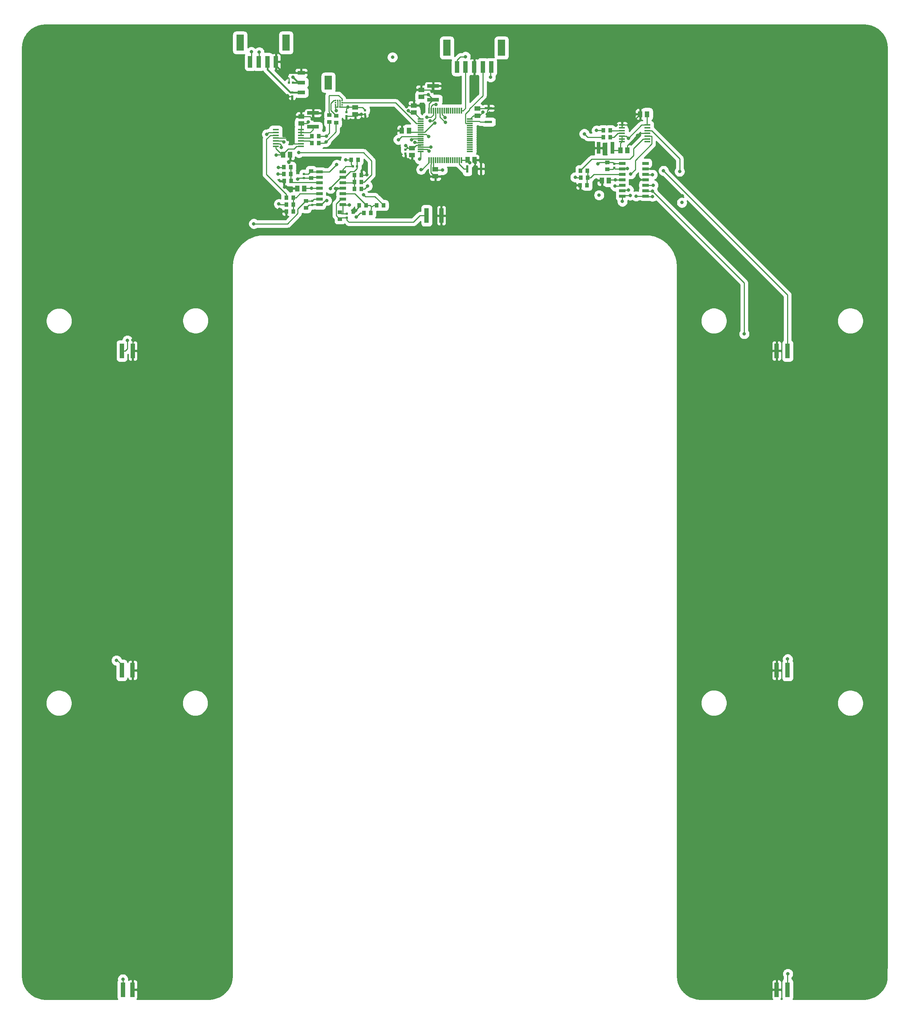
<source format=gbr>
G04 #@! TF.GenerationSoftware,KiCad,Pcbnew,5.1.4-e60b266~84~ubuntu19.04.1*
G04 #@! TF.CreationDate,2019-10-22T08:35:31-04:00*
G04 #@! TF.ProjectId,Forward_acceleration_board,466f7277-6172-4645-9f61-6363656c6572,rev?*
G04 #@! TF.SameCoordinates,Original*
G04 #@! TF.FileFunction,Copper,L1,Top*
G04 #@! TF.FilePolarity,Positive*
%FSLAX46Y46*%
G04 Gerber Fmt 4.6, Leading zero omitted, Abs format (unit mm)*
G04 Created by KiCad (PCBNEW 5.1.4-e60b266~84~ubuntu19.04.1) date 2019-10-22 08:35:31*
%MOMM*%
%LPD*%
G04 APERTURE LIST*
%ADD10R,1.000000X2.700000*%
%ADD11R,1.800000X3.800000*%
%ADD12R,1.470000X1.100000*%
%ADD13R,1.000000X3.500000*%
%ADD14R,1.100000X1.470000*%
%ADD15R,1.000000X0.900000*%
%ADD16R,1.475000X0.450000*%
%ADD17R,0.900000X1.000000*%
%ADD18R,0.350000X0.300000*%
%ADD19R,0.300000X0.350000*%
%ADD20R,0.620000X0.600000*%
%ADD21R,2.820000X0.810000*%
%ADD22R,0.300000X1.475000*%
%ADD23R,1.475000X0.300000*%
%ADD24R,0.810000X2.820000*%
%ADD25R,1.500000X0.650000*%
%ADD26R,0.620000X1.820000*%
%ADD27R,1.820000X0.620000*%
%ADD28R,1.750000X3.200000*%
%ADD29R,1.750000X0.950000*%
%ADD30R,0.600000X0.620000*%
%ADD31C,0.800000*%
%ADD32C,0.250000*%
%ADD33C,0.400000*%
%ADD34C,0.254000*%
G04 APERTURE END LIST*
D10*
X136600000Y-41900000D03*
X138600000Y-41900000D03*
X140600000Y-41900000D03*
X142600000Y-41900000D03*
D11*
X134250000Y-37450000D03*
X144950000Y-37450000D03*
D12*
X174700000Y-52040000D03*
X174700000Y-53660000D03*
D13*
X181100000Y-77650000D03*
D14*
X224345000Y-62475000D03*
X222725000Y-62475000D03*
D15*
X156650000Y-56075000D03*
X156650000Y-54475000D03*
D13*
X106725000Y-183410000D03*
X261640000Y-257690000D03*
D14*
X171910000Y-57912000D03*
X173530000Y-57912000D03*
D13*
X109250000Y-183410000D03*
X109300000Y-109130000D03*
D16*
X223137000Y-60475000D03*
X223137000Y-59825000D03*
X223137000Y-59175000D03*
X223137000Y-58525000D03*
X223137000Y-57875000D03*
X223137000Y-57225000D03*
X223137000Y-56575000D03*
X229013000Y-56575000D03*
X229013000Y-57225000D03*
X229013000Y-57875000D03*
X229013000Y-58525000D03*
X229013000Y-59175000D03*
X229013000Y-59825000D03*
X229013000Y-60475000D03*
D17*
X162500000Y-68225000D03*
X160900000Y-68225000D03*
D13*
X259100000Y-183410000D03*
D17*
X215095013Y-68824995D03*
X213495013Y-68824995D03*
D18*
X157950000Y-51425000D03*
X157950000Y-51925000D03*
D19*
X157950000Y-52425000D03*
X157450000Y-52425000D03*
X156950000Y-52425000D03*
X156450000Y-52425000D03*
D18*
X156450000Y-51925000D03*
X156450000Y-51425000D03*
D19*
X156450000Y-50925000D03*
X156950000Y-50925000D03*
X157450000Y-50925000D03*
X157950000Y-50925000D03*
D20*
X159100000Y-77240000D03*
X159100000Y-78160000D03*
X149100000Y-68015000D03*
X149100000Y-68935000D03*
D15*
X149570000Y-75840000D03*
X149570000Y-74240000D03*
D12*
X176438000Y-48410000D03*
X176438000Y-50030000D03*
D21*
X151250000Y-53800000D03*
X151250000Y-57000000D03*
D13*
X261640000Y-109130000D03*
D22*
X178245015Y-53253247D03*
X178745015Y-53253247D03*
X179245015Y-53253247D03*
X179745015Y-53253247D03*
X180245015Y-53253247D03*
X180745015Y-53253247D03*
X181245015Y-53253247D03*
X181745015Y-53253247D03*
X182245015Y-53253247D03*
X182745015Y-53253247D03*
X183245015Y-53253247D03*
X183745015Y-53253247D03*
X184245015Y-53253247D03*
X184745015Y-53253247D03*
X185245015Y-53253247D03*
X185745015Y-53253247D03*
D23*
X187733015Y-55241247D03*
X187733015Y-55741247D03*
X187733015Y-56241247D03*
X187733015Y-56741247D03*
X187733015Y-57241247D03*
X187733015Y-57741247D03*
X187733015Y-58241247D03*
X187733015Y-58741247D03*
X187733015Y-59241247D03*
X187733015Y-59741247D03*
X187733015Y-60241247D03*
X187733015Y-60741247D03*
X187733015Y-61241247D03*
X187733015Y-61741247D03*
X187733015Y-62241247D03*
X187733015Y-62741247D03*
D22*
X185745015Y-64729247D03*
X185245015Y-64729247D03*
X184745015Y-64729247D03*
X184245015Y-64729247D03*
X183745015Y-64729247D03*
X183245015Y-64729247D03*
X182745015Y-64729247D03*
X182245015Y-64729247D03*
X181745015Y-64729247D03*
X181245015Y-64729247D03*
X180745015Y-64729247D03*
X180245015Y-64729247D03*
X179745015Y-64729247D03*
X179245015Y-64729247D03*
X178745015Y-64729247D03*
X178245015Y-64729247D03*
D23*
X176257015Y-62741247D03*
X176257015Y-62241247D03*
X176257015Y-61741247D03*
X176257015Y-61241247D03*
X176257015Y-60741247D03*
X176257015Y-60241247D03*
X176257015Y-59741247D03*
X176257015Y-59241247D03*
X176257015Y-58741247D03*
X176257015Y-58241247D03*
X176257015Y-57741247D03*
X176257015Y-57241247D03*
X176257015Y-56741247D03*
X176257015Y-56241247D03*
X176257015Y-55741247D03*
X176257015Y-55241247D03*
D13*
X106760000Y-109130000D03*
D17*
X160125000Y-64700000D03*
X161725000Y-64700000D03*
X152575000Y-60775000D03*
X150975000Y-60775000D03*
D13*
X106980000Y-257690000D03*
D17*
X166022000Y-75266000D03*
X167622000Y-75266000D03*
D15*
X219725000Y-65300000D03*
X219725000Y-66900000D03*
D13*
X261640000Y-183410000D03*
D17*
X218750000Y-57850000D03*
X220350000Y-57850000D03*
X215075000Y-67200000D03*
X213475000Y-67200000D03*
X218750000Y-59425000D03*
X220350000Y-59425000D03*
D13*
X259100000Y-257690000D03*
D17*
X213400000Y-70600000D03*
X215000000Y-70600000D03*
X146050000Y-66375000D03*
X144450000Y-66375000D03*
D13*
X259100000Y-109130000D03*
D17*
X152540011Y-59194993D03*
X150940011Y-59194993D03*
D13*
X177650000Y-77650000D03*
D20*
X146375000Y-49960000D03*
X146375000Y-49040000D03*
D24*
X217675000Y-61925000D03*
X220875000Y-61925000D03*
D17*
X144500000Y-69600000D03*
X146100000Y-69600000D03*
D15*
X150800000Y-67300000D03*
X150800000Y-68900000D03*
D21*
X179163000Y-47495000D03*
X179163000Y-50695000D03*
D17*
X146600000Y-75075000D03*
X145000000Y-75075000D03*
X145025000Y-76675000D03*
X146625000Y-76675000D03*
X162450000Y-71450000D03*
X160850000Y-71450000D03*
D25*
X228583000Y-65494000D03*
X228583000Y-66764000D03*
X228583000Y-68034000D03*
X228583000Y-69304000D03*
X228583000Y-70574000D03*
X228583000Y-71844000D03*
X228583000Y-73114000D03*
X223183000Y-73114000D03*
X223183000Y-71844000D03*
X223183000Y-70574000D03*
X223183000Y-69304000D03*
X223183000Y-68034000D03*
X223183000Y-66764000D03*
X223183000Y-65494000D03*
D12*
X174244000Y-63596000D03*
X174244000Y-61976000D03*
D20*
X172720000Y-63246000D03*
X172720000Y-62326000D03*
D17*
X146625000Y-73475000D03*
X145025000Y-73475000D03*
X161958000Y-75266000D03*
X163558000Y-75266000D03*
X146075000Y-67950000D03*
X144475000Y-67950000D03*
D15*
X157475000Y-76850000D03*
X157475000Y-78450000D03*
D26*
X190322000Y-66802000D03*
X187122000Y-66802000D03*
D14*
X188816000Y-64729000D03*
X187196000Y-64729000D03*
D12*
X189484000Y-52784000D03*
X189484000Y-54404000D03*
D14*
X218465000Y-69500000D03*
X220085000Y-69500000D03*
X227359000Y-54064000D03*
X228979000Y-54064000D03*
X147540000Y-71350000D03*
X149160000Y-71350000D03*
D25*
X158125000Y-67515000D03*
X158125000Y-68785000D03*
X158125000Y-70055000D03*
X158125000Y-71325000D03*
X158125000Y-72595000D03*
X158125000Y-73865000D03*
X158125000Y-75135000D03*
X152725000Y-75135000D03*
X152725000Y-73865000D03*
X152725000Y-72595000D03*
X152725000Y-71325000D03*
X152725000Y-70055000D03*
X152725000Y-68785000D03*
X152725000Y-67515000D03*
D27*
X192024000Y-52680000D03*
X192024000Y-55880000D03*
D13*
X109250000Y-257690000D03*
D14*
X145910000Y-63500000D03*
X144290000Y-63500000D03*
D20*
X158975000Y-54510000D03*
X158975000Y-53590000D03*
D12*
X161075000Y-54135000D03*
X161075000Y-52515000D03*
D28*
X154800000Y-46725000D03*
D29*
X148500000Y-49025000D03*
X148500000Y-46725000D03*
X148500000Y-44425000D03*
D30*
X160505000Y-66200000D03*
X161425000Y-66200000D03*
D20*
X221300000Y-65640000D03*
X221300000Y-66560000D03*
X163350000Y-54075000D03*
X163350000Y-53155000D03*
D12*
X179700000Y-68535000D03*
X179700000Y-66915000D03*
D15*
X155050000Y-55900000D03*
X155050000Y-54300000D03*
D12*
X148475000Y-54640000D03*
X148475000Y-56260000D03*
D17*
X164700000Y-77025000D03*
X163100000Y-77025000D03*
D16*
X148413000Y-57675000D03*
X148413000Y-58325000D03*
X148413000Y-58975000D03*
X148413000Y-59625000D03*
X148413000Y-60275000D03*
X148413000Y-60925000D03*
X148413000Y-61575000D03*
X142537000Y-61575000D03*
X142537000Y-60925000D03*
X142537000Y-60275000D03*
X142537000Y-59625000D03*
X142537000Y-58975000D03*
X142537000Y-58325000D03*
X142537000Y-57675000D03*
D20*
X151050000Y-75160000D03*
X151050000Y-74240000D03*
D30*
X145600000Y-46700000D03*
X146520000Y-46700000D03*
D11*
X195072000Y-38650000D03*
X182372000Y-38650000D03*
D10*
X192722000Y-43100000D03*
X190722000Y-43100000D03*
X188722000Y-43100000D03*
X186722000Y-43100000D03*
X184722000Y-43100000D03*
D17*
X162450000Y-69825000D03*
X160850000Y-69825000D03*
D31*
X261650000Y-180802000D03*
X224650000Y-71700000D03*
X151050000Y-55175000D03*
X188722000Y-40894000D03*
X156464000Y-71374000D03*
X171697930Y-55365929D03*
X143400000Y-76200000D03*
X169825000Y-39250000D03*
X144275000Y-44425000D03*
X226750000Y-68475000D03*
X110225000Y-121325000D03*
X160675000Y-76875000D03*
X231375000Y-65475000D03*
X219250000Y-62050000D03*
X216950000Y-69500000D03*
X188971789Y-65401211D03*
X144625000Y-71050000D03*
X174958244Y-60606794D03*
X173418660Y-64706660D03*
X179900000Y-77650000D03*
X145350000Y-59925000D03*
X163763419Y-68186262D03*
X145600009Y-65262660D03*
X237175000Y-73050000D03*
X226725000Y-59000000D03*
X225883000Y-55080000D03*
X145288000Y-49784000D03*
X162450000Y-54100000D03*
X109310000Y-106620000D03*
X191770000Y-54102000D03*
X179832000Y-51816000D03*
X172974000Y-52324000D03*
X178863000Y-48795000D03*
X156650082Y-53225000D03*
X137450000Y-79560000D03*
X106980000Y-255260000D03*
X105498000Y-181113978D03*
X147650000Y-69150000D03*
X155282000Y-71386000D03*
X108038000Y-106692000D03*
X261708000Y-254012000D03*
X251548000Y-105168000D03*
X230200000Y-71975000D03*
X224400000Y-66750000D03*
X232775000Y-67225000D03*
X143100000Y-67950000D03*
X163900000Y-70775000D03*
X173425000Y-53275000D03*
X142675000Y-63550000D03*
X161275000Y-78000000D03*
X230200000Y-68150000D03*
X186690000Y-40699989D03*
X143275000Y-74950000D03*
X217775000Y-72900000D03*
X159350000Y-52425000D03*
X150850000Y-71325000D03*
X169725000Y-40825000D03*
X187665988Y-65339502D03*
X237050000Y-74625000D03*
X221565000Y-69304000D03*
X224613000Y-59652000D03*
X146558000Y-45466000D03*
X150114000Y-55880000D03*
X190758650Y-53596260D03*
X181356000Y-67056000D03*
X178054000Y-49530000D03*
X212250000Y-68750000D03*
X172775000Y-61375000D03*
X192532000Y-45466000D03*
X179578000Y-56134000D03*
X158850000Y-64725000D03*
X178100000Y-59275000D03*
X171075000Y-60000010D03*
X156750000Y-65800000D03*
X174153091Y-60013706D03*
X154425000Y-74175000D03*
X217500000Y-65650000D03*
X178657353Y-61735702D03*
X225025000Y-72950000D03*
X223200000Y-74375000D03*
X178200000Y-62625000D03*
X176024101Y-64541726D03*
X226400000Y-73150000D03*
X230200000Y-73225000D03*
X159650000Y-75175000D03*
X176375000Y-66950000D03*
X154325000Y-59150000D03*
X181975000Y-54850000D03*
X214350000Y-58649990D03*
X217200000Y-57850000D03*
X182000000Y-56000000D03*
X154225000Y-60500000D03*
X178500000Y-55600000D03*
X177725000Y-54800000D03*
X138700000Y-39650000D03*
X136875000Y-39575000D03*
X221525000Y-70825000D03*
X230375000Y-70600000D03*
X140474840Y-58749840D03*
X143175000Y-66425000D03*
X162975000Y-72825000D03*
X144400000Y-60550000D03*
X143878412Y-61824454D03*
X147950000Y-63025000D03*
X236525000Y-67400000D03*
X225150000Y-68000000D03*
D32*
X224650000Y-71700000D02*
X223327000Y-71700000D01*
X223327000Y-71700000D02*
X223183000Y-71844000D01*
X261650000Y-180802000D02*
X261650000Y-183400000D01*
X261650000Y-183400000D02*
X261640000Y-183410000D01*
X158975000Y-54510000D02*
X160700000Y-54510000D01*
X189484000Y-52784000D02*
X191920000Y-52784000D01*
X191920000Y-52784000D02*
X192024000Y-52680000D01*
X188722000Y-43100000D02*
X188722000Y-40894000D01*
X156513000Y-71325000D02*
X156464000Y-71374000D01*
X158125000Y-71325000D02*
X156513000Y-71325000D01*
X171910000Y-55577999D02*
X171697930Y-55365929D01*
X171910000Y-57912000D02*
X171910000Y-55577999D01*
X174244000Y-63596000D02*
X173755806Y-63596000D01*
X178745015Y-53253247D02*
X178745015Y-52265747D01*
X109300000Y-106630000D02*
X109310000Y-106620000D01*
X191770000Y-53290000D02*
X191770000Y-54102000D01*
X145025000Y-76675000D02*
X143875000Y-76675000D01*
X148475000Y-54640000D02*
X150515000Y-54640000D01*
X223137000Y-56575000D02*
X223137000Y-57225000D01*
D33*
X144275000Y-44425000D02*
X142600000Y-42750000D01*
X142600000Y-42750000D02*
X142600000Y-41900000D01*
D32*
X109300000Y-109130000D02*
X109300000Y-106630000D01*
X178639999Y-67659999D02*
X179515000Y-68535000D01*
X179515000Y-68535000D02*
X179700000Y-68535000D01*
X161958000Y-75592000D02*
X160675000Y-76875000D01*
X161958000Y-75266000D02*
X161958000Y-75592000D01*
X231375000Y-66040685D02*
X230651685Y-66764000D01*
X231375000Y-65475000D02*
X231375000Y-66040685D01*
X230651685Y-66764000D02*
X228583000Y-66764000D01*
X156950000Y-50925000D02*
X156950000Y-52425000D01*
X227579000Y-69304000D02*
X226750000Y-68475000D01*
X228583000Y-69304000D02*
X227579000Y-69304000D01*
X224345000Y-62475000D02*
X224345000Y-61380000D01*
X224345000Y-61380000D02*
X226725000Y-59000000D01*
X219125000Y-61925000D02*
X219250000Y-62050000D01*
X217675000Y-61925000D02*
X219125000Y-61925000D01*
X218465000Y-69500000D02*
X216950000Y-69500000D01*
X189762000Y-66802000D02*
X188971789Y-66011789D01*
X188865263Y-64729000D02*
X188971789Y-64835526D01*
X188816000Y-64729000D02*
X188865263Y-64729000D01*
X190322000Y-66802000D02*
X189762000Y-66802000D01*
X188971789Y-64835526D02*
X188971789Y-65401211D01*
X188971789Y-66011789D02*
X188971789Y-65401211D01*
D33*
X148500000Y-44425000D02*
X144275000Y-44425000D01*
D32*
X144500000Y-70925000D02*
X144625000Y-71050000D01*
X144500000Y-69600000D02*
X144500000Y-70925000D01*
X176257015Y-60741247D02*
X175092697Y-60741247D01*
X175092697Y-60741247D02*
X174958244Y-60606794D01*
X174244000Y-63596000D02*
X174244000Y-64396000D01*
X172720000Y-64008000D02*
X173418660Y-64706660D01*
X174244000Y-64396000D02*
X173933340Y-64706660D01*
X173933340Y-64706660D02*
X173418660Y-64706660D01*
X172720000Y-63246000D02*
X172720000Y-64008000D01*
X181100000Y-77650000D02*
X179900000Y-77650000D01*
X145350000Y-59925000D02*
X146350000Y-60925000D01*
X146350000Y-60925000D02*
X148413000Y-60925000D01*
X145050000Y-59625000D02*
X145350000Y-59925000D01*
X142537000Y-59625000D02*
X145050000Y-59625000D01*
X162500000Y-68225000D02*
X163724681Y-68225000D01*
X163724681Y-68225000D02*
X163763419Y-68186262D01*
X145910000Y-63500000D02*
X145910000Y-64952669D01*
X145910000Y-64952669D02*
X145600009Y-65262660D01*
X178745015Y-65716747D02*
X178639999Y-65821763D01*
X178745015Y-64729247D02*
X178745015Y-65716747D01*
X178639999Y-65821763D02*
X178639999Y-67659999D01*
X227200000Y-58525000D02*
X226725000Y-59000000D01*
X229013000Y-58525000D02*
X227200000Y-58525000D01*
X225883000Y-55080000D02*
X226343000Y-55080000D01*
X226343000Y-55080000D02*
X227359000Y-54064000D01*
X223137000Y-56575000D02*
X224388000Y-56575000D01*
X224388000Y-56575000D02*
X225883000Y-55080000D01*
X145600000Y-46700000D02*
X145600000Y-45750000D01*
X145600000Y-45750000D02*
X144275000Y-44425000D01*
X145464000Y-49960000D02*
X145288000Y-49784000D01*
X146375000Y-49960000D02*
X145464000Y-49960000D01*
X192380000Y-52680000D02*
X191770000Y-53290000D01*
X109325000Y-121325000D02*
X110225000Y-121325000D01*
X109300000Y-121300000D02*
X109325000Y-121325000D01*
X143875000Y-76675000D02*
X143400000Y-76200000D01*
X160700000Y-54510000D02*
X161075000Y-54135000D01*
X162450000Y-54100000D02*
X161110000Y-54100000D01*
X161110000Y-54100000D02*
X161075000Y-54135000D01*
X162475000Y-54075000D02*
X162450000Y-54100000D01*
X163350000Y-54075000D02*
X162475000Y-54075000D01*
X161135000Y-54075000D02*
X161075000Y-54135000D01*
X156450000Y-51925000D02*
X156450000Y-52425000D01*
X156950000Y-52425000D02*
X156450000Y-52425000D01*
X151050000Y-55175000D02*
X151050000Y-54000000D01*
X151050000Y-54000000D02*
X151250000Y-53800000D01*
X150515000Y-54640000D02*
X151050000Y-55175000D01*
X178745015Y-52265747D02*
X179194762Y-51816000D01*
X179194762Y-51816000D02*
X179832000Y-51816000D01*
X173258000Y-52040000D02*
X172974000Y-52324000D01*
X174700000Y-52040000D02*
X173258000Y-52040000D01*
X178863000Y-48795000D02*
X178863000Y-47795000D01*
X178863000Y-47795000D02*
X179163000Y-47495000D01*
X178478000Y-48410000D02*
X178863000Y-48795000D01*
X176438000Y-48410000D02*
X178478000Y-48410000D01*
X156450000Y-52425000D02*
X156450000Y-53024918D01*
X156450000Y-53024918D02*
X156650082Y-53225000D01*
X159565000Y-79175000D02*
X174605000Y-79175000D01*
X174605000Y-79175000D02*
X176130000Y-77650000D01*
X176130000Y-77650000D02*
X177650000Y-77650000D01*
X159100000Y-78160000D02*
X159100000Y-78710000D01*
X159100000Y-78710000D02*
X159565000Y-79175000D01*
X159100000Y-78160000D02*
X157765000Y-78160000D01*
X157765000Y-78160000D02*
X157475000Y-78450000D01*
X158125000Y-73865000D02*
X157700000Y-73865000D01*
X157700000Y-73865000D02*
X156649999Y-74915001D01*
X157425000Y-78450000D02*
X157475000Y-78450000D01*
X156649999Y-74915001D02*
X156649999Y-77674999D01*
X156649999Y-77674999D02*
X157425000Y-78450000D01*
X158315000Y-73675000D02*
X158125000Y-73865000D01*
X137490485Y-79560000D02*
X137460485Y-79530000D01*
X145275002Y-79560000D02*
X137490485Y-79560000D01*
X149570000Y-74240000D02*
X149520000Y-74240000D01*
X149520000Y-74240000D02*
X147670000Y-76090000D01*
X147670000Y-76090000D02*
X147670000Y-77165002D01*
X147670000Y-77165002D02*
X145275002Y-79560000D01*
X151050000Y-74240000D02*
X149570000Y-74240000D01*
X152725000Y-73865000D02*
X151425000Y-73865000D01*
X151425000Y-73865000D02*
X151050000Y-74240000D01*
X106980000Y-257690000D02*
X106980000Y-255260000D01*
X106725000Y-183410000D02*
X106725000Y-182160000D01*
X105678978Y-181113978D02*
X105498000Y-181113978D01*
X106725000Y-182160000D02*
X105678978Y-181113978D01*
X147865000Y-68935000D02*
X147650000Y-69150000D01*
X149100000Y-68935000D02*
X147865000Y-68935000D01*
X150800000Y-68900000D02*
X149135000Y-68900000D01*
X149135000Y-68900000D02*
X149100000Y-68935000D01*
X152725000Y-68785000D02*
X150915000Y-68785000D01*
X150915000Y-68785000D02*
X150800000Y-68900000D01*
X152660000Y-68850000D02*
X152725000Y-68785000D01*
X107510000Y-109130000D02*
X108038000Y-108602000D01*
X157700000Y-68785000D02*
X155282000Y-71203000D01*
X158125000Y-68785000D02*
X157700000Y-68785000D01*
X161425000Y-66200000D02*
X161425000Y-65000000D01*
X161425000Y-65000000D02*
X161725000Y-64700000D01*
X161425000Y-66200000D02*
X161425000Y-66760000D01*
X161425000Y-66760000D02*
X160785001Y-67399999D01*
X106760000Y-109130000D02*
X107510000Y-109130000D01*
X155282000Y-71203000D02*
X155282000Y-71386000D01*
X159935001Y-67399999D02*
X158550000Y-68785000D01*
X160785001Y-67399999D02*
X159935001Y-67399999D01*
X158550000Y-68785000D02*
X158125000Y-68785000D01*
X108038000Y-108602000D02*
X108038000Y-106692000D01*
X251548000Y-93323000D02*
X230200000Y-71975000D01*
X261640000Y-257690000D02*
X261640000Y-254080000D01*
X251548000Y-105168000D02*
X251548000Y-93323000D01*
X261640000Y-254080000D02*
X261708000Y-254012000D01*
X230200000Y-71975000D02*
X228714000Y-71975000D01*
X228714000Y-71975000D02*
X228583000Y-71844000D01*
X228739000Y-72000000D02*
X228583000Y-71844000D01*
X261640000Y-109130000D02*
X261625000Y-109115000D01*
X261625000Y-96100000D02*
X232725000Y-67200000D01*
X261625000Y-109115000D02*
X261625000Y-96100000D01*
X219725000Y-66900000D02*
X220960000Y-66900000D01*
X220960000Y-66900000D02*
X221300000Y-66560000D01*
X223183000Y-66764000D02*
X221504000Y-66764000D01*
X221504000Y-66764000D02*
X221300000Y-66560000D01*
X224400000Y-66750000D02*
X223197000Y-66750000D01*
X223197000Y-66750000D02*
X223183000Y-66764000D01*
X144475000Y-67950000D02*
X143100000Y-67950000D01*
X163225000Y-71450000D02*
X163900000Y-70775000D01*
X162450000Y-71450000D02*
X163225000Y-71450000D01*
X173810000Y-53660000D02*
X173425000Y-53275000D01*
X174700000Y-53660000D02*
X173810000Y-53660000D01*
X142725000Y-63500000D02*
X142675000Y-63550000D01*
X144290000Y-63500000D02*
X142725000Y-63500000D01*
X142537000Y-62050000D02*
X143987000Y-63500000D01*
X143987000Y-63500000D02*
X144290000Y-63500000D01*
X142537000Y-61575000D02*
X142537000Y-62050000D01*
X145429999Y-62175001D02*
X144290000Y-63315000D01*
X148413000Y-61575000D02*
X147425500Y-61575000D01*
X147425500Y-61575000D02*
X146825499Y-62175001D01*
X144290000Y-63315000D02*
X144290000Y-63500000D01*
X146825499Y-62175001D02*
X145429999Y-62175001D01*
X162250000Y-77025000D02*
X161275000Y-78000000D01*
X163100000Y-77025000D02*
X162250000Y-77025000D01*
X228699000Y-68150000D02*
X228583000Y-68034000D01*
X230200000Y-68150000D02*
X228699000Y-68150000D01*
X174244000Y-61976000D02*
X174244000Y-61588007D01*
X184722000Y-41500000D02*
X185522011Y-40699989D01*
X185522011Y-40699989D02*
X186690000Y-40699989D01*
X184722000Y-43100000D02*
X184722000Y-41500000D01*
X143400000Y-75075000D02*
X143275000Y-74950000D01*
X145000000Y-75075000D02*
X143400000Y-75075000D01*
X222725000Y-62475000D02*
X222725000Y-60887000D01*
X222725000Y-60887000D02*
X223137000Y-60475000D01*
X222725000Y-62475000D02*
X220908000Y-62475000D01*
X220908000Y-62475000D02*
X220879000Y-62446000D01*
X221565000Y-69304000D02*
X220281000Y-69304000D01*
X220281000Y-69304000D02*
X220085000Y-69500000D01*
X187265989Y-64939503D02*
X187665988Y-65339502D01*
X179163000Y-50695000D02*
X177910000Y-50695000D01*
X178245015Y-53253247D02*
X178245015Y-52936015D01*
X185745015Y-64729247D02*
X187195753Y-64729247D01*
X187195753Y-64729247D02*
X187196000Y-64729000D01*
X174700000Y-53660000D02*
X174700000Y-53684232D01*
X174700000Y-53684232D02*
X176257015Y-55241247D01*
X157450000Y-52425000D02*
X157950000Y-52425000D01*
X158975000Y-53590000D02*
X158975000Y-52800000D01*
X158975000Y-52800000D02*
X159350000Y-52425000D01*
X157450000Y-52425000D02*
X157450000Y-50925000D01*
X159350000Y-52425000D02*
X160985000Y-52425000D01*
X161075000Y-52515000D02*
X162750000Y-52515000D01*
X162750000Y-52515000D02*
X163300000Y-53065000D01*
X157950000Y-52425000D02*
X159350000Y-52425000D01*
X160985000Y-52425000D02*
X161075000Y-52515000D01*
X150850000Y-71325000D02*
X149410000Y-71325000D01*
X149410000Y-71325000D02*
X149350000Y-71265000D01*
X152725000Y-71325000D02*
X150850000Y-71325000D01*
X148475000Y-56260000D02*
X148475000Y-57613000D01*
X148475000Y-57613000D02*
X148413000Y-57675000D01*
X148413000Y-57675000D02*
X148413000Y-58975000D01*
X151250000Y-57000000D02*
X151250000Y-57655000D01*
X151250000Y-57655000D02*
X150580000Y-58325000D01*
X150580000Y-58325000D02*
X148413000Y-58325000D01*
D33*
X148500000Y-46725000D02*
X146675000Y-46725000D01*
D32*
X187196000Y-64869514D02*
X187265989Y-64939503D01*
X187196000Y-64729000D02*
X187196000Y-64869514D01*
X221819000Y-69304000D02*
X223183000Y-69304000D01*
X228979000Y-54064000D02*
X228979000Y-56541000D01*
X228979000Y-56541000D02*
X229013000Y-56575000D01*
X224613000Y-59652000D02*
X227690000Y-56575000D01*
X227690000Y-56575000D02*
X229013000Y-56575000D01*
X224136000Y-59175000D02*
X224613000Y-59652000D01*
X223137000Y-59175000D02*
X224136000Y-59175000D01*
X221133000Y-62700000D02*
X220879000Y-62446000D01*
D33*
X147817000Y-46725000D02*
X146558000Y-45466000D01*
D32*
X148500000Y-46725000D02*
X147817000Y-46725000D01*
X149734000Y-56260000D02*
X150114000Y-55880000D01*
X148475000Y-56260000D02*
X149734000Y-56260000D01*
X181356000Y-67056000D02*
X179841000Y-67056000D01*
X179841000Y-67056000D02*
X179700000Y-66915000D01*
X179245015Y-64729247D02*
X179245015Y-66460015D01*
X179245015Y-66460015D02*
X179700000Y-66915000D01*
X189950910Y-54404000D02*
X190758650Y-53596260D01*
X189484000Y-54404000D02*
X189950910Y-54404000D01*
X189484000Y-54404000D02*
X188570262Y-54404000D01*
X188570262Y-54404000D02*
X187733015Y-55241247D01*
X181215000Y-66915000D02*
X181356000Y-67056000D01*
X178245015Y-53253247D02*
X178245015Y-51612985D01*
X178245015Y-51612985D02*
X179163000Y-50695000D01*
X179163000Y-50695000D02*
X178158000Y-50695000D01*
X178245015Y-52665747D02*
X178245015Y-53253247D01*
X178054000Y-49530000D02*
X176938000Y-49530000D01*
X176938000Y-49530000D02*
X176438000Y-50030000D01*
X179163000Y-50639000D02*
X178054000Y-49530000D01*
X179163000Y-50695000D02*
X179163000Y-50639000D01*
X179053762Y-50695000D02*
X179163000Y-50695000D01*
X212324995Y-68824995D02*
X212250000Y-68750000D01*
X213495013Y-68824995D02*
X212324995Y-68824995D01*
X174549760Y-61976000D02*
X174244000Y-61976000D01*
X176257015Y-61241247D02*
X176232016Y-61266246D01*
X176232016Y-61266246D02*
X175259514Y-61266246D01*
X175259514Y-61266246D02*
X174549760Y-61976000D01*
X173299000Y-61976000D02*
X173070000Y-61976000D01*
X174244000Y-61976000D02*
X173299000Y-61976000D01*
X173299000Y-61899000D02*
X172775000Y-61375000D01*
X173299000Y-61976000D02*
X173299000Y-61899000D01*
X173070000Y-61976000D02*
X172720000Y-62326000D01*
X223137000Y-59825000D02*
X223137000Y-60475000D01*
X223137000Y-59175000D02*
X223137000Y-59825000D01*
D33*
X140600000Y-43650000D02*
X140600000Y-41900000D01*
X145975000Y-49025000D02*
X140600000Y-43650000D01*
X148500000Y-49025000D02*
X145975000Y-49025000D01*
D32*
X173859247Y-58241247D02*
X173530000Y-57912000D01*
X176257015Y-58241247D02*
X173859247Y-58241247D01*
X192532000Y-45466000D02*
X192532000Y-43290000D01*
X192532000Y-43290000D02*
X192722000Y-43100000D01*
X177244515Y-58241247D02*
X179351762Y-56134000D01*
X176257015Y-58241247D02*
X177244515Y-58241247D01*
X179351762Y-56134000D02*
X179578000Y-56134000D01*
X158850000Y-64725000D02*
X160100000Y-64725000D01*
X160100000Y-64725000D02*
X160125000Y-64700000D01*
X177566247Y-58741247D02*
X178100000Y-59275000D01*
X176257015Y-58741247D02*
X177566247Y-58741247D01*
X160125000Y-64700000D02*
X160125000Y-65820000D01*
X160125000Y-65820000D02*
X160505000Y-66200000D01*
X160505000Y-66200000D02*
X158865000Y-66200000D01*
X158865000Y-66200000D02*
X158125000Y-66940000D01*
X158125000Y-66940000D02*
X158125000Y-67515000D01*
X176257015Y-59241247D02*
X171833763Y-59241247D01*
X171833763Y-59241247D02*
X171075000Y-60000010D01*
X155035000Y-67515000D02*
X156750000Y-65800000D01*
X152725000Y-67515000D02*
X155035000Y-67515000D01*
X149100000Y-68015000D02*
X150085000Y-68015000D01*
X150085000Y-68015000D02*
X150800000Y-67300000D01*
X152725000Y-67515000D02*
X151015000Y-67515000D01*
X151015000Y-67515000D02*
X150800000Y-67300000D01*
X151050000Y-75160000D02*
X150250000Y-75160000D01*
X150250000Y-75160000D02*
X149570000Y-75840000D01*
X176257015Y-59741247D02*
X174425550Y-59741247D01*
X174425550Y-59741247D02*
X174153091Y-60013706D01*
X152725000Y-75135000D02*
X153150000Y-75135000D01*
X154110000Y-74175000D02*
X154425000Y-74175000D01*
X153150000Y-75135000D02*
X154110000Y-74175000D01*
X152725000Y-75135000D02*
X151075000Y-75135000D01*
X151075000Y-75135000D02*
X151050000Y-75160000D01*
X219725000Y-65300000D02*
X217850000Y-65300000D01*
X217850000Y-65300000D02*
X217500000Y-65650000D01*
X219725000Y-65300000D02*
X220960000Y-65300000D01*
X220960000Y-65300000D02*
X221300000Y-65640000D01*
X219375000Y-65650000D02*
X219725000Y-65300000D01*
X223183000Y-65494000D02*
X221446000Y-65494000D01*
X221446000Y-65494000D02*
X221300000Y-65640000D01*
X217656000Y-65494000D02*
X217500000Y-65650000D01*
X223177000Y-65500000D02*
X223183000Y-65494000D01*
X178651808Y-61741247D02*
X178657353Y-61735702D01*
X176257015Y-61741247D02*
X178651808Y-61741247D01*
X225025000Y-72950000D02*
X223347000Y-72950000D01*
X223347000Y-72950000D02*
X223183000Y-73114000D01*
X223183000Y-73114000D02*
X223183000Y-74358000D01*
X223183000Y-74358000D02*
X223200000Y-74375000D01*
X176257015Y-62241247D02*
X177816247Y-62241247D01*
X177816247Y-62241247D02*
X178200000Y-62625000D01*
X176257015Y-62741247D02*
X176257015Y-64308812D01*
X176257015Y-64308812D02*
X176024101Y-64541726D01*
X226436000Y-73114000D02*
X226400000Y-73150000D01*
X228583000Y-73114000D02*
X226436000Y-73114000D01*
X230200000Y-73225000D02*
X228694000Y-73225000D01*
X228694000Y-73225000D02*
X228583000Y-73114000D01*
X228582990Y-73113990D02*
X228583000Y-73114000D01*
X159650000Y-75175000D02*
X158165000Y-75175000D01*
X158165000Y-75175000D02*
X158125000Y-75135000D01*
X176611762Y-66950000D02*
X176375000Y-66950000D01*
X178245015Y-65316747D02*
X176611762Y-66950000D01*
X158160000Y-77240000D02*
X157865000Y-77240000D01*
X159100000Y-77240000D02*
X158160000Y-77240000D01*
X158160000Y-77240000D02*
X158125000Y-77205000D01*
X158125000Y-77205000D02*
X158125000Y-75135000D01*
X157865000Y-77240000D02*
X157475000Y-76850000D01*
X178245015Y-64729247D02*
X178245015Y-65316747D01*
X157950000Y-51425000D02*
X170468266Y-51425000D01*
X170468266Y-51425000D02*
X175284513Y-56241247D01*
X175284513Y-56241247D02*
X176257015Y-56241247D01*
X185245015Y-64729247D02*
X185245015Y-65716747D01*
X185245015Y-65716747D02*
X186330268Y-66802000D01*
X186330268Y-66802000D02*
X187122000Y-66802000D01*
X186670514Y-56166246D02*
X186745515Y-56241247D01*
X187622021Y-53049062D02*
X186670514Y-54000568D01*
X190722000Y-49748764D02*
X187622021Y-52848742D01*
X186670514Y-54000568D02*
X186670514Y-56166246D01*
X187622021Y-52848742D02*
X187622021Y-53049062D01*
X186745515Y-56241247D02*
X187733015Y-56241247D01*
X190722000Y-43100000D02*
X190722000Y-49748764D01*
X190102000Y-55880000D02*
X189963247Y-55741247D01*
X191262000Y-55880000D02*
X190102000Y-55880000D01*
X189963247Y-55741247D02*
X187733015Y-55741247D01*
X185745015Y-53253247D02*
X186145015Y-53253247D01*
X186145015Y-53253247D02*
X186722000Y-52676262D01*
X186722000Y-52676262D02*
X186722000Y-43100000D01*
X185745015Y-53253247D02*
X185791768Y-53300000D01*
X155050000Y-55900000D02*
X155050000Y-58425000D01*
X155050000Y-58425000D02*
X154325000Y-59150000D01*
X152540011Y-59194993D02*
X154280007Y-59194993D01*
X154280007Y-59194993D02*
X154325000Y-59150000D01*
X181975000Y-54850000D02*
X181245015Y-54120015D01*
X181245015Y-54120015D02*
X181245015Y-53253247D01*
X215125010Y-59425000D02*
X214350000Y-58649990D01*
X218750000Y-59425000D02*
X215125010Y-59425000D01*
X156575000Y-55875000D02*
X156575000Y-58150000D01*
X156575000Y-58150000D02*
X154225000Y-60500000D01*
X218750000Y-57850000D02*
X217200000Y-57850000D01*
X180745015Y-54745015D02*
X182000000Y-56000000D01*
X180745015Y-53253247D02*
X180745015Y-54745015D01*
X153950000Y-60775000D02*
X154225000Y-60500000D01*
X152575000Y-60775000D02*
X153950000Y-60775000D01*
X179065685Y-55600000D02*
X178500000Y-55600000D01*
X179745015Y-54920670D02*
X179065685Y-55600000D01*
X179745015Y-53253247D02*
X179745015Y-54920670D01*
X179245015Y-53253247D02*
X179245015Y-54240747D01*
X178685762Y-54800000D02*
X177725000Y-54800000D01*
X179245015Y-54240747D02*
X178685762Y-54800000D01*
X138700000Y-41800000D02*
X138600000Y-41900000D01*
X138700000Y-39650000D02*
X138700000Y-41800000D01*
X136875000Y-39575000D02*
X136875000Y-41625000D01*
X136875000Y-41625000D02*
X136600000Y-41900000D01*
X136600000Y-41050000D02*
X136600000Y-41900000D01*
X215000000Y-70600000D02*
X215000000Y-68920008D01*
X215000000Y-68920008D02*
X215095013Y-68824995D01*
X215095013Y-68824995D02*
X215095013Y-67220013D01*
X215095013Y-67220013D02*
X215075000Y-67200000D01*
X215095013Y-68824995D02*
X215795013Y-68824995D01*
X215795013Y-68824995D02*
X216586008Y-68034000D01*
X216586008Y-68034000D02*
X223183000Y-68034000D01*
X221525000Y-70825000D02*
X222932000Y-70825000D01*
X222932000Y-70825000D02*
X223183000Y-70574000D01*
X230375000Y-70600000D02*
X228609000Y-70600000D01*
X228609000Y-70600000D02*
X228583000Y-70574000D01*
X158125000Y-70055000D02*
X160620000Y-70055000D01*
X160620000Y-70055000D02*
X160850000Y-69825000D01*
X158550000Y-70055000D02*
X158125000Y-70055000D01*
X160795000Y-69880000D02*
X160850000Y-69825000D01*
X160850000Y-68275000D02*
X160900000Y-68225000D01*
X160850000Y-71450000D02*
X160850000Y-68275000D01*
X160850000Y-69875000D02*
X160850000Y-69825000D01*
X163558000Y-75266000D02*
X163558000Y-75216000D01*
X163558000Y-75216000D02*
X160937000Y-72595000D01*
X160937000Y-72595000D02*
X158125000Y-72595000D01*
X164700000Y-77025000D02*
X164700000Y-76275000D01*
X164700000Y-76275000D02*
X164769000Y-76206000D01*
X164769000Y-76206000D02*
X164769000Y-75544000D01*
X165322000Y-75266000D02*
X165044000Y-75544000D01*
X166022000Y-75266000D02*
X165322000Y-75266000D01*
X164491000Y-75266000D02*
X163558000Y-75266000D01*
X165044000Y-75544000D02*
X164769000Y-75544000D01*
X164769000Y-75544000D02*
X164491000Y-75266000D01*
X146625000Y-73475000D02*
X147325000Y-73475000D01*
X147325000Y-73475000D02*
X148205000Y-72595000D01*
X148205000Y-72595000D02*
X152725000Y-72595000D01*
X146625000Y-76675000D02*
X146625000Y-73475000D01*
X146475000Y-69975000D02*
X152645000Y-69975000D01*
X146100000Y-69600000D02*
X146475000Y-69975000D01*
X152645000Y-69975000D02*
X152725000Y-70055000D01*
X146075000Y-67950000D02*
X146075000Y-69575000D01*
X146075000Y-69575000D02*
X146100000Y-69600000D01*
X146050000Y-66375000D02*
X146050000Y-67925000D01*
X146050000Y-67925000D02*
X146075000Y-67950000D01*
X142537000Y-58325000D02*
X140899680Y-58325000D01*
X140899680Y-58325000D02*
X140474840Y-58749840D01*
X143175000Y-66425000D02*
X144400000Y-66425000D01*
X144400000Y-66425000D02*
X144450000Y-66375000D01*
X141275000Y-58975000D02*
X140399999Y-59850001D01*
X142537000Y-58975000D02*
X141275000Y-58975000D01*
X140399999Y-68099999D02*
X145025000Y-72725000D01*
X140399999Y-59850001D02*
X140399999Y-68099999D01*
X145025000Y-72725000D02*
X145025000Y-73475000D01*
X162975000Y-72825000D02*
X163374999Y-73224999D01*
X163374999Y-73224999D02*
X165630999Y-73224999D01*
X165630999Y-73224999D02*
X167622000Y-75216000D01*
X167622000Y-75216000D02*
X167622000Y-75266000D01*
X144125000Y-60275000D02*
X144400000Y-60550000D01*
X142537000Y-60275000D02*
X144125000Y-60275000D01*
X167650000Y-75294000D02*
X167622000Y-75266000D01*
X148413000Y-60275000D02*
X150475000Y-60275000D01*
X150475000Y-60275000D02*
X150975000Y-60775000D01*
X148413000Y-59625000D02*
X150510004Y-59625000D01*
X150510004Y-59625000D02*
X150940011Y-59194993D01*
X222149500Y-58525000D02*
X221249500Y-59425000D01*
X223137000Y-58525000D02*
X222149500Y-58525000D01*
X221249500Y-59425000D02*
X220350000Y-59425000D01*
X223137000Y-57875000D02*
X220375000Y-57875000D01*
X220375000Y-57875000D02*
X220350000Y-57850000D01*
X142537000Y-60925000D02*
X143524500Y-60925000D01*
X143878412Y-61278912D02*
X143878412Y-61824454D01*
X143524500Y-60925000D02*
X143878412Y-61278912D01*
X163150000Y-69825000D02*
X164850000Y-68125000D01*
X162450000Y-69825000D02*
X163150000Y-69825000D01*
X164850000Y-68125000D02*
X164850000Y-64900000D01*
X164850000Y-64900000D02*
X162975000Y-63025000D01*
X162975000Y-63025000D02*
X147950000Y-63025000D01*
X230000500Y-57875000D02*
X236525000Y-64399500D01*
X229013000Y-57875000D02*
X230000500Y-57875000D01*
X236525000Y-64399500D02*
X236525000Y-67400000D01*
X230075501Y-60999499D02*
X226200000Y-64875000D01*
X230075501Y-59250001D02*
X230075501Y-60999499D01*
X229013000Y-59175000D02*
X230000500Y-59175000D01*
X226200000Y-64875000D02*
X226200000Y-66950000D01*
X230000500Y-59175000D02*
X230075501Y-59250001D01*
X226200000Y-66950000D02*
X225150000Y-68000000D01*
X229013000Y-59825000D02*
X228025500Y-59825000D01*
X228025500Y-59825000D02*
X225790001Y-62060499D01*
X225790001Y-62060499D02*
X225790001Y-63695001D01*
X225790001Y-63695001D02*
X224960003Y-64524999D01*
X224960003Y-64524999D02*
X216100001Y-64524999D01*
X216100001Y-64524999D02*
X213475000Y-67150000D01*
X213475000Y-67150000D02*
X213475000Y-67200000D01*
X157175000Y-49725000D02*
X157950000Y-50500000D01*
X155050000Y-53600000D02*
X154925000Y-53475000D01*
X155050000Y-54300000D02*
X155050000Y-53600000D01*
X154925000Y-49825000D02*
X155025000Y-49725000D01*
X154925000Y-53475000D02*
X154925000Y-49825000D01*
X157950000Y-50500000D02*
X157950000Y-50925000D01*
X155025000Y-49725000D02*
X157175000Y-49725000D01*
X155375000Y-51600000D02*
X155375000Y-53200000D01*
X156450000Y-54275000D02*
X156575000Y-54275000D01*
X155375000Y-53200000D02*
X156450000Y-54275000D01*
X156450000Y-50925000D02*
X156050000Y-50925000D01*
X156050000Y-50925000D02*
X155375000Y-51600000D01*
D34*
G36*
X280263165Y-33333023D02*
G01*
X281080695Y-33529295D01*
X281857457Y-33851040D01*
X282574317Y-34290332D01*
X283213637Y-34836364D01*
X283759665Y-35475680D01*
X284198960Y-36192543D01*
X284520706Y-36969306D01*
X284716977Y-37786835D01*
X284786001Y-38663867D01*
X284786000Y-250807730D01*
X284756491Y-254861099D01*
X284716977Y-255363165D01*
X284520706Y-256180694D01*
X284198960Y-256957457D01*
X283759665Y-257674320D01*
X283213637Y-258313636D01*
X282574317Y-258859668D01*
X281857457Y-259298960D01*
X281080695Y-259620705D01*
X280263165Y-259816977D01*
X279386145Y-259886000D01*
X262909634Y-259886000D01*
X262965303Y-259781851D01*
X263016136Y-259614274D01*
X263033301Y-259440000D01*
X263033301Y-255940000D01*
X263016136Y-255765726D01*
X262965303Y-255598149D01*
X262882753Y-255443709D01*
X262771659Y-255308341D01*
X262654000Y-255211780D01*
X262654000Y-254888922D01*
X262709232Y-254833690D01*
X262850297Y-254622570D01*
X262947465Y-254387987D01*
X262997000Y-254138955D01*
X262997000Y-253885045D01*
X262947465Y-253636013D01*
X262850297Y-253401430D01*
X262709232Y-253190310D01*
X262529690Y-253010768D01*
X262318570Y-252869703D01*
X262083987Y-252772535D01*
X261834955Y-252723000D01*
X261581045Y-252723000D01*
X261332013Y-252772535D01*
X261097430Y-252869703D01*
X260886310Y-253010768D01*
X260706768Y-253190310D01*
X260565703Y-253401430D01*
X260468535Y-253636013D01*
X260419000Y-253885045D01*
X260419000Y-254138955D01*
X260468535Y-254387987D01*
X260565703Y-254622570D01*
X260626001Y-254712813D01*
X260626001Y-255211780D01*
X260508341Y-255308341D01*
X260397247Y-255443709D01*
X260314697Y-255598149D01*
X260263864Y-255765726D01*
X260246699Y-255940000D01*
X260246699Y-259440000D01*
X260263864Y-259614274D01*
X260314697Y-259781851D01*
X260370366Y-259886000D01*
X260055440Y-259886000D01*
X260130537Y-259794494D01*
X260189502Y-259684180D01*
X260225812Y-259564482D01*
X260238072Y-259440000D01*
X260235000Y-257975750D01*
X260076250Y-257817000D01*
X259227000Y-257817000D01*
X259227000Y-257837000D01*
X258973000Y-257837000D01*
X258973000Y-257817000D01*
X258123750Y-257817000D01*
X257965000Y-257975750D01*
X257961928Y-259440000D01*
X257974188Y-259564482D01*
X258010498Y-259684180D01*
X258069463Y-259794494D01*
X258144560Y-259886000D01*
X241363855Y-259886000D01*
X240486835Y-259816977D01*
X239669306Y-259620706D01*
X238892543Y-259298960D01*
X238175680Y-258859665D01*
X237536364Y-258313637D01*
X236990332Y-257674317D01*
X236551040Y-256957457D01*
X236229295Y-256180695D01*
X236171510Y-255940000D01*
X257961928Y-255940000D01*
X257965000Y-257404250D01*
X258123750Y-257563000D01*
X258973000Y-257563000D01*
X258973000Y-255463750D01*
X259227000Y-255463750D01*
X259227000Y-257563000D01*
X260076250Y-257563000D01*
X260235000Y-257404250D01*
X260238072Y-255940000D01*
X260225812Y-255815518D01*
X260189502Y-255695820D01*
X260130537Y-255585506D01*
X260051185Y-255488815D01*
X259954494Y-255409463D01*
X259844180Y-255350498D01*
X259724482Y-255314188D01*
X259600000Y-255301928D01*
X259385750Y-255305000D01*
X259227000Y-255463750D01*
X258973000Y-255463750D01*
X258814250Y-255305000D01*
X258600000Y-255301928D01*
X258475518Y-255314188D01*
X258355820Y-255350498D01*
X258245506Y-255409463D01*
X258148815Y-255488815D01*
X258069463Y-255585506D01*
X258010498Y-255695820D01*
X257974188Y-255815518D01*
X257961928Y-255940000D01*
X236171510Y-255940000D01*
X236033023Y-255363165D01*
X235964000Y-254486145D01*
X235964000Y-190710685D01*
X241461000Y-190710685D01*
X241461000Y-191309315D01*
X241577787Y-191896443D01*
X241806874Y-192449506D01*
X242139455Y-192947249D01*
X242562751Y-193370545D01*
X243060494Y-193703126D01*
X243613557Y-193932213D01*
X244200685Y-194049000D01*
X244799315Y-194049000D01*
X245386443Y-193932213D01*
X245939506Y-193703126D01*
X246437249Y-193370545D01*
X246860545Y-192947249D01*
X247193126Y-192449506D01*
X247422213Y-191896443D01*
X247539000Y-191309315D01*
X247539000Y-190720685D01*
X273211000Y-190720685D01*
X273211000Y-191319315D01*
X273327787Y-191906443D01*
X273556874Y-192459506D01*
X273889455Y-192957249D01*
X274312751Y-193380545D01*
X274810494Y-193713126D01*
X275363557Y-193942213D01*
X275950685Y-194059000D01*
X276549315Y-194059000D01*
X277136443Y-193942213D01*
X277689506Y-193713126D01*
X278187249Y-193380545D01*
X278610545Y-192957249D01*
X278943126Y-192459506D01*
X279172213Y-191906443D01*
X279289000Y-191319315D01*
X279289000Y-190720685D01*
X279172213Y-190133557D01*
X278943126Y-189580494D01*
X278610545Y-189082751D01*
X278187249Y-188659455D01*
X277689506Y-188326874D01*
X277136443Y-188097787D01*
X276549315Y-187981000D01*
X275950685Y-187981000D01*
X275363557Y-188097787D01*
X274810494Y-188326874D01*
X274312751Y-188659455D01*
X273889455Y-189082751D01*
X273556874Y-189580494D01*
X273327787Y-190133557D01*
X273211000Y-190720685D01*
X247539000Y-190720685D01*
X247539000Y-190710685D01*
X247422213Y-190123557D01*
X247193126Y-189570494D01*
X246860545Y-189072751D01*
X246437249Y-188649455D01*
X245939506Y-188316874D01*
X245386443Y-188087787D01*
X244799315Y-187971000D01*
X244200685Y-187971000D01*
X243613557Y-188087787D01*
X243060494Y-188316874D01*
X242562751Y-188649455D01*
X242139455Y-189072751D01*
X241806874Y-189570494D01*
X241577787Y-190123557D01*
X241461000Y-190710685D01*
X235964000Y-190710685D01*
X235964000Y-185160000D01*
X257961928Y-185160000D01*
X257974188Y-185284482D01*
X258010498Y-185404180D01*
X258069463Y-185514494D01*
X258148815Y-185611185D01*
X258245506Y-185690537D01*
X258355820Y-185749502D01*
X258475518Y-185785812D01*
X258600000Y-185798072D01*
X258814250Y-185795000D01*
X258973000Y-185636250D01*
X258973000Y-183537000D01*
X259227000Y-183537000D01*
X259227000Y-185636250D01*
X259385750Y-185795000D01*
X259600000Y-185798072D01*
X259724482Y-185785812D01*
X259844180Y-185749502D01*
X259954494Y-185690537D01*
X260051185Y-185611185D01*
X260130537Y-185514494D01*
X260189502Y-185404180D01*
X260225812Y-185284482D01*
X260238072Y-185160000D01*
X260235000Y-183695750D01*
X260076250Y-183537000D01*
X259227000Y-183537000D01*
X258973000Y-183537000D01*
X258123750Y-183537000D01*
X257965000Y-183695750D01*
X257961928Y-185160000D01*
X235964000Y-185160000D01*
X235964000Y-181660000D01*
X257961928Y-181660000D01*
X257965000Y-183124250D01*
X258123750Y-183283000D01*
X258973000Y-183283000D01*
X258973000Y-181183750D01*
X259227000Y-181183750D01*
X259227000Y-183283000D01*
X260076250Y-183283000D01*
X260235000Y-183124250D01*
X260238072Y-181660000D01*
X260246699Y-181660000D01*
X260246699Y-185160000D01*
X260263864Y-185334274D01*
X260314697Y-185501851D01*
X260397247Y-185656291D01*
X260508341Y-185791659D01*
X260643709Y-185902753D01*
X260798149Y-185985303D01*
X260965726Y-186036136D01*
X261140000Y-186053301D01*
X262140000Y-186053301D01*
X262314274Y-186036136D01*
X262481851Y-185985303D01*
X262636291Y-185902753D01*
X262771659Y-185791659D01*
X262882753Y-185656291D01*
X262965303Y-185501851D01*
X263016136Y-185334274D01*
X263033301Y-185160000D01*
X263033301Y-181660000D01*
X263016136Y-181485726D01*
X262965303Y-181318149D01*
X262889714Y-181176733D01*
X262939000Y-180928955D01*
X262939000Y-180675045D01*
X262889465Y-180426013D01*
X262792297Y-180191430D01*
X262651232Y-179980310D01*
X262471690Y-179800768D01*
X262260570Y-179659703D01*
X262025987Y-179562535D01*
X261776955Y-179513000D01*
X261523045Y-179513000D01*
X261274013Y-179562535D01*
X261039430Y-179659703D01*
X260828310Y-179800768D01*
X260648768Y-179980310D01*
X260507703Y-180191430D01*
X260410535Y-180426013D01*
X260361000Y-180675045D01*
X260361000Y-180928955D01*
X260405657Y-181153462D01*
X260397247Y-181163709D01*
X260314697Y-181318149D01*
X260263864Y-181485726D01*
X260246699Y-181660000D01*
X260238072Y-181660000D01*
X260225812Y-181535518D01*
X260189502Y-181415820D01*
X260130537Y-181305506D01*
X260051185Y-181208815D01*
X259954494Y-181129463D01*
X259844180Y-181070498D01*
X259724482Y-181034188D01*
X259600000Y-181021928D01*
X259385750Y-181025000D01*
X259227000Y-181183750D01*
X258973000Y-181183750D01*
X258814250Y-181025000D01*
X258600000Y-181021928D01*
X258475518Y-181034188D01*
X258355820Y-181070498D01*
X258245506Y-181129463D01*
X258148815Y-181208815D01*
X258069463Y-181305506D01*
X258010498Y-181415820D01*
X257974188Y-181535518D01*
X257961928Y-181660000D01*
X235964000Y-181660000D01*
X235964000Y-110880000D01*
X257961928Y-110880000D01*
X257974188Y-111004482D01*
X258010498Y-111124180D01*
X258069463Y-111234494D01*
X258148815Y-111331185D01*
X258245506Y-111410537D01*
X258355820Y-111469502D01*
X258475518Y-111505812D01*
X258600000Y-111518072D01*
X258814250Y-111515000D01*
X258973000Y-111356250D01*
X258973000Y-109257000D01*
X259227000Y-109257000D01*
X259227000Y-111356250D01*
X259385750Y-111515000D01*
X259600000Y-111518072D01*
X259724482Y-111505812D01*
X259844180Y-111469502D01*
X259954494Y-111410537D01*
X260051185Y-111331185D01*
X260130537Y-111234494D01*
X260189502Y-111124180D01*
X260225812Y-111004482D01*
X260238072Y-110880000D01*
X260235000Y-109415750D01*
X260076250Y-109257000D01*
X259227000Y-109257000D01*
X258973000Y-109257000D01*
X258123750Y-109257000D01*
X257965000Y-109415750D01*
X257961928Y-110880000D01*
X235964000Y-110880000D01*
X235964000Y-107380000D01*
X257961928Y-107380000D01*
X257965000Y-108844250D01*
X258123750Y-109003000D01*
X258973000Y-109003000D01*
X258973000Y-106903750D01*
X259227000Y-106903750D01*
X259227000Y-109003000D01*
X260076250Y-109003000D01*
X260235000Y-108844250D01*
X260238072Y-107380000D01*
X260225812Y-107255518D01*
X260189502Y-107135820D01*
X260130537Y-107025506D01*
X260051185Y-106928815D01*
X259954494Y-106849463D01*
X259844180Y-106790498D01*
X259724482Y-106754188D01*
X259600000Y-106741928D01*
X259385750Y-106745000D01*
X259227000Y-106903750D01*
X258973000Y-106903750D01*
X258814250Y-106745000D01*
X258600000Y-106741928D01*
X258475518Y-106754188D01*
X258355820Y-106790498D01*
X258245506Y-106849463D01*
X258148815Y-106928815D01*
X258069463Y-107025506D01*
X258010498Y-107135820D01*
X257974188Y-107255518D01*
X257961928Y-107380000D01*
X235964000Y-107380000D01*
X235964000Y-101840685D01*
X241461000Y-101840685D01*
X241461000Y-102439315D01*
X241577787Y-103026443D01*
X241806874Y-103579506D01*
X242139455Y-104077249D01*
X242562751Y-104500545D01*
X243060494Y-104833126D01*
X243613557Y-105062213D01*
X244200685Y-105179000D01*
X244799315Y-105179000D01*
X245386443Y-105062213D01*
X245939506Y-104833126D01*
X246437249Y-104500545D01*
X246860545Y-104077249D01*
X247193126Y-103579506D01*
X247422213Y-103026443D01*
X247539000Y-102439315D01*
X247539000Y-101840685D01*
X247422213Y-101253557D01*
X247193126Y-100700494D01*
X246860545Y-100202751D01*
X246437249Y-99779455D01*
X245939506Y-99446874D01*
X245386443Y-99217787D01*
X244799315Y-99101000D01*
X244200685Y-99101000D01*
X243613557Y-99217787D01*
X243060494Y-99446874D01*
X242562751Y-99779455D01*
X242139455Y-100202751D01*
X241806874Y-100700494D01*
X241577787Y-101253557D01*
X241461000Y-101840685D01*
X235964000Y-101840685D01*
X235964000Y-89376416D01*
X235960189Y-89337721D01*
X235882772Y-88354045D01*
X235858495Y-88200763D01*
X235625883Y-87231865D01*
X235577926Y-87084268D01*
X235196608Y-86163686D01*
X235126152Y-86025408D01*
X235126148Y-86025403D01*
X234710287Y-85346780D01*
X234710109Y-85277158D01*
X234707605Y-85252387D01*
X234700317Y-85228582D01*
X234688525Y-85206655D01*
X234672681Y-85187451D01*
X234653396Y-85171706D01*
X234631409Y-85160026D01*
X234607566Y-85152860D01*
X234587305Y-85150743D01*
X234514300Y-85050260D01*
X233867170Y-84292568D01*
X233757432Y-84182830D01*
X233757424Y-84182824D01*
X232999740Y-83535700D01*
X232874187Y-83444480D01*
X232874177Y-83444475D01*
X232024597Y-82923852D01*
X232024592Y-82923848D01*
X231886314Y-82853392D01*
X230965732Y-82472074D01*
X230818136Y-82424117D01*
X230818133Y-82424117D01*
X229849240Y-82191506D01*
X229849237Y-82191505D01*
X229828278Y-82188186D01*
X229695955Y-82167227D01*
X229695942Y-82167227D01*
X228712279Y-82089811D01*
X228673584Y-82086000D01*
X139676416Y-82086000D01*
X139637721Y-82089811D01*
X138654045Y-82167228D01*
X138500763Y-82191505D01*
X137531867Y-82424117D01*
X137531864Y-82424117D01*
X137384268Y-82472074D01*
X136463686Y-82853392D01*
X136325408Y-82923848D01*
X136325403Y-82923852D01*
X135475823Y-83444475D01*
X135475813Y-83444480D01*
X135350260Y-83535700D01*
X134592568Y-84182830D01*
X134482830Y-84292568D01*
X134482824Y-84292576D01*
X133835700Y-85050260D01*
X133744480Y-85175813D01*
X133744475Y-85175823D01*
X133223852Y-86025403D01*
X133223848Y-86025408D01*
X133153392Y-86163686D01*
X132772074Y-87084268D01*
X132724117Y-87231865D01*
X132491506Y-88200760D01*
X132491505Y-88200763D01*
X132489284Y-88214784D01*
X132467227Y-88354045D01*
X132467227Y-88354058D01*
X132389807Y-89337772D01*
X132386001Y-89376416D01*
X132386000Y-254486145D01*
X132316977Y-255363165D01*
X132120706Y-256180694D01*
X131798960Y-256957457D01*
X131359665Y-257674320D01*
X130813637Y-258313636D01*
X130174317Y-258859668D01*
X129457457Y-259298960D01*
X128680695Y-259620705D01*
X127863165Y-259816977D01*
X126986145Y-259886000D01*
X110205440Y-259886000D01*
X110280537Y-259794494D01*
X110339502Y-259684180D01*
X110375812Y-259564482D01*
X110388072Y-259440000D01*
X110385000Y-257975750D01*
X110226250Y-257817000D01*
X109377000Y-257817000D01*
X109377000Y-257837000D01*
X109123000Y-257837000D01*
X109123000Y-257817000D01*
X109103000Y-257817000D01*
X109103000Y-257563000D01*
X109123000Y-257563000D01*
X109123000Y-255463750D01*
X109377000Y-255463750D01*
X109377000Y-257563000D01*
X110226250Y-257563000D01*
X110385000Y-257404250D01*
X110388072Y-255940000D01*
X110375812Y-255815518D01*
X110339502Y-255695820D01*
X110280537Y-255585506D01*
X110201185Y-255488815D01*
X110104494Y-255409463D01*
X109994180Y-255350498D01*
X109874482Y-255314188D01*
X109750000Y-255301928D01*
X109535750Y-255305000D01*
X109377000Y-255463750D01*
X109123000Y-255463750D01*
X108964250Y-255305000D01*
X108750000Y-255301928D01*
X108625518Y-255314188D01*
X108505820Y-255350498D01*
X108395506Y-255409463D01*
X108298815Y-255488815D01*
X108267354Y-255527151D01*
X108248230Y-255491373D01*
X108269000Y-255386955D01*
X108269000Y-255133045D01*
X108219465Y-254884013D01*
X108122297Y-254649430D01*
X107981232Y-254438310D01*
X107801690Y-254258768D01*
X107590570Y-254117703D01*
X107355987Y-254020535D01*
X107106955Y-253971000D01*
X106853045Y-253971000D01*
X106604013Y-254020535D01*
X106369430Y-254117703D01*
X106158310Y-254258768D01*
X105978768Y-254438310D01*
X105837703Y-254649430D01*
X105740535Y-254884013D01*
X105691000Y-255133045D01*
X105691000Y-255386955D01*
X105711770Y-255491373D01*
X105654697Y-255598149D01*
X105603864Y-255765726D01*
X105586699Y-255940000D01*
X105586699Y-259440000D01*
X105603864Y-259614274D01*
X105654697Y-259781851D01*
X105710366Y-259886000D01*
X88963855Y-259886000D01*
X88086835Y-259816977D01*
X87269306Y-259620706D01*
X86492543Y-259298960D01*
X85775680Y-258859665D01*
X85136364Y-258313637D01*
X84590332Y-257674317D01*
X84151040Y-256957457D01*
X83829295Y-256180695D01*
X83633023Y-255363165D01*
X83564000Y-254486145D01*
X83564000Y-190730685D01*
X89061000Y-190730685D01*
X89061000Y-191329315D01*
X89177787Y-191916443D01*
X89406874Y-192469506D01*
X89739455Y-192967249D01*
X90162751Y-193390545D01*
X90660494Y-193723126D01*
X91213557Y-193952213D01*
X91800685Y-194069000D01*
X92399315Y-194069000D01*
X92986443Y-193952213D01*
X93539506Y-193723126D01*
X94037249Y-193390545D01*
X94460545Y-192967249D01*
X94793126Y-192469506D01*
X95022213Y-191916443D01*
X95139000Y-191329315D01*
X95139000Y-190730685D01*
X95137011Y-190720685D01*
X120791000Y-190720685D01*
X120791000Y-191319315D01*
X120907787Y-191906443D01*
X121136874Y-192459506D01*
X121469455Y-192957249D01*
X121892751Y-193380545D01*
X122390494Y-193713126D01*
X122943557Y-193942213D01*
X123530685Y-194059000D01*
X124129315Y-194059000D01*
X124716443Y-193942213D01*
X125269506Y-193713126D01*
X125767249Y-193380545D01*
X126190545Y-192957249D01*
X126523126Y-192459506D01*
X126752213Y-191906443D01*
X126869000Y-191319315D01*
X126869000Y-190720685D01*
X126752213Y-190133557D01*
X126523126Y-189580494D01*
X126190545Y-189082751D01*
X125767249Y-188659455D01*
X125269506Y-188326874D01*
X124716443Y-188097787D01*
X124129315Y-187981000D01*
X123530685Y-187981000D01*
X122943557Y-188097787D01*
X122390494Y-188326874D01*
X121892751Y-188659455D01*
X121469455Y-189082751D01*
X121136874Y-189580494D01*
X120907787Y-190133557D01*
X120791000Y-190720685D01*
X95137011Y-190720685D01*
X95022213Y-190143557D01*
X94793126Y-189590494D01*
X94460545Y-189092751D01*
X94037249Y-188669455D01*
X93539506Y-188336874D01*
X92986443Y-188107787D01*
X92399315Y-187991000D01*
X91800685Y-187991000D01*
X91213557Y-188107787D01*
X90660494Y-188336874D01*
X90162751Y-188669455D01*
X89739455Y-189092751D01*
X89406874Y-189590494D01*
X89177787Y-190143557D01*
X89061000Y-190730685D01*
X83564000Y-190730685D01*
X83564000Y-180987023D01*
X104209000Y-180987023D01*
X104209000Y-181240933D01*
X104258535Y-181489965D01*
X104355703Y-181724548D01*
X104496768Y-181935668D01*
X104676310Y-182115210D01*
X104887430Y-182256275D01*
X105122013Y-182353443D01*
X105331699Y-182395152D01*
X105331699Y-185160000D01*
X105348864Y-185334274D01*
X105399697Y-185501851D01*
X105482247Y-185656291D01*
X105593341Y-185791659D01*
X105728709Y-185902753D01*
X105883149Y-185985303D01*
X106050726Y-186036136D01*
X106225000Y-186053301D01*
X107225000Y-186053301D01*
X107399274Y-186036136D01*
X107566851Y-185985303D01*
X107721291Y-185902753D01*
X107856659Y-185791659D01*
X107967753Y-185656291D01*
X108050303Y-185501851D01*
X108101136Y-185334274D01*
X108115114Y-185192353D01*
X108124188Y-185284482D01*
X108160498Y-185404180D01*
X108219463Y-185514494D01*
X108298815Y-185611185D01*
X108395506Y-185690537D01*
X108505820Y-185749502D01*
X108625518Y-185785812D01*
X108750000Y-185798072D01*
X108964250Y-185795000D01*
X109123000Y-185636250D01*
X109123000Y-183537000D01*
X109377000Y-183537000D01*
X109377000Y-185636250D01*
X109535750Y-185795000D01*
X109750000Y-185798072D01*
X109874482Y-185785812D01*
X109994180Y-185749502D01*
X110104494Y-185690537D01*
X110201185Y-185611185D01*
X110280537Y-185514494D01*
X110339502Y-185404180D01*
X110375812Y-185284482D01*
X110388072Y-185160000D01*
X110385000Y-183695750D01*
X110226250Y-183537000D01*
X109377000Y-183537000D01*
X109123000Y-183537000D01*
X109103000Y-183537000D01*
X109103000Y-183283000D01*
X109123000Y-183283000D01*
X109123000Y-181183750D01*
X109377000Y-181183750D01*
X109377000Y-183283000D01*
X110226250Y-183283000D01*
X110385000Y-183124250D01*
X110388072Y-181660000D01*
X110375812Y-181535518D01*
X110339502Y-181415820D01*
X110280537Y-181305506D01*
X110201185Y-181208815D01*
X110104494Y-181129463D01*
X109994180Y-181070498D01*
X109874482Y-181034188D01*
X109750000Y-181021928D01*
X109535750Y-181025000D01*
X109377000Y-181183750D01*
X109123000Y-181183750D01*
X108964250Y-181025000D01*
X108750000Y-181021928D01*
X108625518Y-181034188D01*
X108505820Y-181070498D01*
X108395506Y-181129463D01*
X108298815Y-181208815D01*
X108219463Y-181305506D01*
X108160498Y-181415820D01*
X108124188Y-181535518D01*
X108115114Y-181627647D01*
X108101136Y-181485726D01*
X108050303Y-181318149D01*
X107967753Y-181163709D01*
X107856659Y-181028341D01*
X107721291Y-180917247D01*
X107566851Y-180834697D01*
X107399274Y-180783864D01*
X107225000Y-180766699D01*
X106765711Y-180766699D01*
X106737580Y-180738568D01*
X106737465Y-180737991D01*
X106640297Y-180503408D01*
X106499232Y-180292288D01*
X106319690Y-180112746D01*
X106108570Y-179971681D01*
X105873987Y-179874513D01*
X105624955Y-179824978D01*
X105371045Y-179824978D01*
X105122013Y-179874513D01*
X104887430Y-179971681D01*
X104676310Y-180112746D01*
X104496768Y-180292288D01*
X104355703Y-180503408D01*
X104258535Y-180737991D01*
X104209000Y-180987023D01*
X83564000Y-180987023D01*
X83564000Y-107380000D01*
X105366699Y-107380000D01*
X105366699Y-110880000D01*
X105383864Y-111054274D01*
X105434697Y-111221851D01*
X105517247Y-111376291D01*
X105628341Y-111511659D01*
X105763709Y-111622753D01*
X105918149Y-111705303D01*
X106085726Y-111756136D01*
X106260000Y-111773301D01*
X107260000Y-111773301D01*
X107434274Y-111756136D01*
X107601851Y-111705303D01*
X107756291Y-111622753D01*
X107891659Y-111511659D01*
X108002753Y-111376291D01*
X108085303Y-111221851D01*
X108136136Y-111054274D01*
X108153301Y-110880000D01*
X108153301Y-109913810D01*
X108163973Y-109905052D01*
X108161928Y-110880000D01*
X108174188Y-111004482D01*
X108210498Y-111124180D01*
X108269463Y-111234494D01*
X108348815Y-111331185D01*
X108445506Y-111410537D01*
X108555820Y-111469502D01*
X108675518Y-111505812D01*
X108800000Y-111518072D01*
X109014250Y-111515000D01*
X109173000Y-111356250D01*
X109173000Y-109257000D01*
X109427000Y-109257000D01*
X109427000Y-111356250D01*
X109585750Y-111515000D01*
X109800000Y-111518072D01*
X109924482Y-111505812D01*
X110044180Y-111469502D01*
X110154494Y-111410537D01*
X110251185Y-111331185D01*
X110330537Y-111234494D01*
X110389502Y-111124180D01*
X110425812Y-111004482D01*
X110438072Y-110880000D01*
X110435000Y-109415750D01*
X110276250Y-109257000D01*
X109427000Y-109257000D01*
X109173000Y-109257000D01*
X109153000Y-109257000D01*
X109153000Y-109003000D01*
X109173000Y-109003000D01*
X109173000Y-108983000D01*
X109427000Y-108983000D01*
X109427000Y-109003000D01*
X110276250Y-109003000D01*
X110435000Y-108844250D01*
X110438072Y-107380000D01*
X110425812Y-107255518D01*
X110389502Y-107135820D01*
X110330537Y-107025506D01*
X110251185Y-106928815D01*
X110154494Y-106849463D01*
X110044180Y-106790498D01*
X109924482Y-106754188D01*
X109800000Y-106741928D01*
X109585750Y-106745000D01*
X109427002Y-106903748D01*
X109427002Y-106745000D01*
X109327000Y-106745000D01*
X109327000Y-106565045D01*
X109277465Y-106316013D01*
X109180297Y-106081430D01*
X109039232Y-105870310D01*
X108859690Y-105690768D01*
X108648570Y-105549703D01*
X108413987Y-105452535D01*
X108164955Y-105403000D01*
X107911045Y-105403000D01*
X107662013Y-105452535D01*
X107427430Y-105549703D01*
X107216310Y-105690768D01*
X107036768Y-105870310D01*
X106895703Y-106081430D01*
X106798535Y-106316013D01*
X106764584Y-106486699D01*
X106260000Y-106486699D01*
X106085726Y-106503864D01*
X105918149Y-106554697D01*
X105763709Y-106637247D01*
X105628341Y-106748341D01*
X105517247Y-106883709D01*
X105434697Y-107038149D01*
X105383864Y-107205726D01*
X105366699Y-107380000D01*
X83564000Y-107380000D01*
X83564000Y-101850685D01*
X89081000Y-101850685D01*
X89081000Y-102449315D01*
X89197787Y-103036443D01*
X89426874Y-103589506D01*
X89759455Y-104087249D01*
X90182751Y-104510545D01*
X90680494Y-104843126D01*
X91233557Y-105072213D01*
X91820685Y-105189000D01*
X92419315Y-105189000D01*
X93006443Y-105072213D01*
X93559506Y-104843126D01*
X94057249Y-104510545D01*
X94480545Y-104087249D01*
X94813126Y-103589506D01*
X95042213Y-103036443D01*
X95159000Y-102449315D01*
X95159000Y-101850685D01*
X95149055Y-101800685D01*
X120831000Y-101800685D01*
X120831000Y-102399315D01*
X120947787Y-102986443D01*
X121176874Y-103539506D01*
X121509455Y-104037249D01*
X121932751Y-104460545D01*
X122430494Y-104793126D01*
X122983557Y-105022213D01*
X123570685Y-105139000D01*
X124169315Y-105139000D01*
X124756443Y-105022213D01*
X125309506Y-104793126D01*
X125807249Y-104460545D01*
X126230545Y-104037249D01*
X126563126Y-103539506D01*
X126792213Y-102986443D01*
X126909000Y-102399315D01*
X126909000Y-101800685D01*
X126792213Y-101213557D01*
X126563126Y-100660494D01*
X126230545Y-100162751D01*
X125807249Y-99739455D01*
X125309506Y-99406874D01*
X124756443Y-99177787D01*
X124169315Y-99061000D01*
X123570685Y-99061000D01*
X122983557Y-99177787D01*
X122430494Y-99406874D01*
X121932751Y-99739455D01*
X121509455Y-100162751D01*
X121176874Y-100660494D01*
X120947787Y-101213557D01*
X120831000Y-101800685D01*
X95149055Y-101800685D01*
X95042213Y-101263557D01*
X94813126Y-100710494D01*
X94480545Y-100212751D01*
X94057249Y-99789455D01*
X93559506Y-99456874D01*
X93006443Y-99227787D01*
X92419315Y-99111000D01*
X91820685Y-99111000D01*
X91233557Y-99227787D01*
X90680494Y-99456874D01*
X90182751Y-99789455D01*
X89759455Y-100212751D01*
X89426874Y-100710494D01*
X89197787Y-101263557D01*
X89081000Y-101850685D01*
X83564000Y-101850685D01*
X83564000Y-87365821D01*
X83596997Y-82900939D01*
X83596999Y-82899453D01*
X83582058Y-79433045D01*
X136161000Y-79433045D01*
X136161000Y-79686955D01*
X136210535Y-79935987D01*
X136307703Y-80170570D01*
X136448768Y-80381690D01*
X136628310Y-80561232D01*
X136839430Y-80702297D01*
X137074013Y-80799465D01*
X137323045Y-80849000D01*
X137576955Y-80849000D01*
X137825987Y-80799465D01*
X138060570Y-80702297D01*
X138252581Y-80574000D01*
X145225201Y-80574000D01*
X145275002Y-80578905D01*
X145324803Y-80574000D01*
X145324814Y-80574000D01*
X145473781Y-80559328D01*
X145664920Y-80501346D01*
X145841076Y-80407189D01*
X145995477Y-80280475D01*
X146027234Y-80241779D01*
X148351784Y-77917230D01*
X148390475Y-77885477D01*
X148459622Y-77801222D01*
X148517189Y-77731076D01*
X148611346Y-77554921D01*
X148669328Y-77363781D01*
X148670757Y-77349274D01*
X148684000Y-77214814D01*
X148684000Y-77214806D01*
X148688905Y-77165002D01*
X148684000Y-77115198D01*
X148684000Y-77091705D01*
X148728149Y-77115303D01*
X148895726Y-77166136D01*
X149070000Y-77183301D01*
X150070000Y-77183301D01*
X150244274Y-77166136D01*
X150411851Y-77115303D01*
X150566291Y-77032753D01*
X150701659Y-76921659D01*
X150812753Y-76786291D01*
X150895303Y-76631851D01*
X150946136Y-76464274D01*
X150957066Y-76353301D01*
X151360000Y-76353301D01*
X151534274Y-76336136D01*
X151667500Y-76295723D01*
X151800726Y-76336136D01*
X151975000Y-76353301D01*
X153475000Y-76353301D01*
X153649274Y-76336136D01*
X153816851Y-76285303D01*
X153971291Y-76202753D01*
X154106659Y-76091659D01*
X154217753Y-75956291D01*
X154300303Y-75801851D01*
X154351136Y-75634274D01*
X154367907Y-75464000D01*
X154551955Y-75464000D01*
X154800987Y-75414465D01*
X155035570Y-75317297D01*
X155246690Y-75176232D01*
X155426232Y-74996690D01*
X155567297Y-74785570D01*
X155664465Y-74550987D01*
X155714000Y-74301955D01*
X155714000Y-74048045D01*
X155664465Y-73799013D01*
X155567297Y-73564430D01*
X155426232Y-73353310D01*
X155246690Y-73173768D01*
X155035570Y-73032703D01*
X154800987Y-72935535D01*
X154551955Y-72886000D01*
X154368301Y-72886000D01*
X154368301Y-72295223D01*
X154460310Y-72387232D01*
X154671430Y-72528297D01*
X154906013Y-72625465D01*
X155155045Y-72675000D01*
X155408955Y-72675000D01*
X155657987Y-72625465D01*
X155892570Y-72528297D01*
X156103690Y-72387232D01*
X156283232Y-72207690D01*
X156424297Y-71996570D01*
X156521465Y-71761987D01*
X156571000Y-71512955D01*
X156571000Y-71348011D01*
X156809881Y-71109131D01*
X156898750Y-71198000D01*
X157019486Y-71198000D01*
X157033149Y-71205303D01*
X157200726Y-71256136D01*
X157375000Y-71273301D01*
X158272000Y-71273301D01*
X158272000Y-71376699D01*
X157375000Y-71376699D01*
X157200726Y-71393864D01*
X157033149Y-71444697D01*
X157019486Y-71452000D01*
X156898750Y-71452000D01*
X156740000Y-71610750D01*
X156737261Y-71645750D01*
X156632247Y-71773709D01*
X156549697Y-71928149D01*
X156498864Y-72095726D01*
X156481699Y-72270000D01*
X156481699Y-72920000D01*
X156498864Y-73094274D01*
X156540035Y-73230000D01*
X156498864Y-73365726D01*
X156481699Y-73540000D01*
X156481699Y-73649289D01*
X155968220Y-74162769D01*
X155929524Y-74194526D01*
X155802810Y-74348927D01*
X155708653Y-74525084D01*
X155650671Y-74716223D01*
X155635999Y-74865190D01*
X155635999Y-74865200D01*
X155631094Y-74915001D01*
X155635999Y-74964802D01*
X155636000Y-77625188D01*
X155631094Y-77674999D01*
X155636000Y-77724810D01*
X155636000Y-77724811D01*
X155650672Y-77873778D01*
X155689053Y-78000303D01*
X155708654Y-78064917D01*
X155802810Y-78241072D01*
X155827372Y-78271000D01*
X155929525Y-78395474D01*
X155968215Y-78427226D01*
X156081699Y-78540710D01*
X156081699Y-78900000D01*
X156098864Y-79074274D01*
X156149697Y-79241851D01*
X156232247Y-79396291D01*
X156343341Y-79531659D01*
X156478709Y-79642753D01*
X156633149Y-79725303D01*
X156800726Y-79776136D01*
X156975000Y-79793301D01*
X157975000Y-79793301D01*
X158149274Y-79776136D01*
X158316851Y-79725303D01*
X158471291Y-79642753D01*
X158541293Y-79585304D01*
X158812772Y-79856783D01*
X158844525Y-79895475D01*
X158998926Y-80022189D01*
X159175082Y-80116346D01*
X159366221Y-80174328D01*
X159515188Y-80189000D01*
X159515198Y-80189000D01*
X159564999Y-80193905D01*
X159614800Y-80189000D01*
X174555199Y-80189000D01*
X174605000Y-80193905D01*
X174654801Y-80189000D01*
X174654812Y-80189000D01*
X174803779Y-80174328D01*
X174994918Y-80116346D01*
X175171074Y-80022189D01*
X175325475Y-79895475D01*
X175357232Y-79856779D01*
X176256699Y-78957313D01*
X176256699Y-79400000D01*
X176273864Y-79574274D01*
X176324697Y-79741851D01*
X176407247Y-79896291D01*
X176518341Y-80031659D01*
X176653709Y-80142753D01*
X176808149Y-80225303D01*
X176975726Y-80276136D01*
X177150000Y-80293301D01*
X178150000Y-80293301D01*
X178324274Y-80276136D01*
X178491851Y-80225303D01*
X178646291Y-80142753D01*
X178781659Y-80031659D01*
X178892753Y-79896291D01*
X178975303Y-79741851D01*
X179026136Y-79574274D01*
X179043301Y-79400000D01*
X179961928Y-79400000D01*
X179974188Y-79524482D01*
X180010498Y-79644180D01*
X180069463Y-79754494D01*
X180148815Y-79851185D01*
X180245506Y-79930537D01*
X180355820Y-79989502D01*
X180475518Y-80025812D01*
X180600000Y-80038072D01*
X180814250Y-80035000D01*
X180973000Y-79876250D01*
X180973000Y-77777000D01*
X181227000Y-77777000D01*
X181227000Y-79876250D01*
X181385750Y-80035000D01*
X181600000Y-80038072D01*
X181724482Y-80025812D01*
X181844180Y-79989502D01*
X181954494Y-79930537D01*
X182051185Y-79851185D01*
X182130537Y-79754494D01*
X182189502Y-79644180D01*
X182225812Y-79524482D01*
X182238072Y-79400000D01*
X182235000Y-77935750D01*
X182076250Y-77777000D01*
X181227000Y-77777000D01*
X180973000Y-77777000D01*
X180123750Y-77777000D01*
X179965000Y-77935750D01*
X179961928Y-79400000D01*
X179043301Y-79400000D01*
X179043301Y-75900000D01*
X179961928Y-75900000D01*
X179965000Y-77364250D01*
X180123750Y-77523000D01*
X180973000Y-77523000D01*
X180973000Y-75423750D01*
X181227000Y-75423750D01*
X181227000Y-77523000D01*
X182076250Y-77523000D01*
X182235000Y-77364250D01*
X182238072Y-75900000D01*
X182225812Y-75775518D01*
X182189502Y-75655820D01*
X182130537Y-75545506D01*
X182051185Y-75448815D01*
X181954494Y-75369463D01*
X181844180Y-75310498D01*
X181724482Y-75274188D01*
X181600000Y-75261928D01*
X181385750Y-75265000D01*
X181227000Y-75423750D01*
X180973000Y-75423750D01*
X180814250Y-75265000D01*
X180600000Y-75261928D01*
X180475518Y-75274188D01*
X180355820Y-75310498D01*
X180245506Y-75369463D01*
X180148815Y-75448815D01*
X180069463Y-75545506D01*
X180010498Y-75655820D01*
X179974188Y-75775518D01*
X179961928Y-75900000D01*
X179043301Y-75900000D01*
X179026136Y-75725726D01*
X178975303Y-75558149D01*
X178892753Y-75403709D01*
X178781659Y-75268341D01*
X178646291Y-75157247D01*
X178491851Y-75074697D01*
X178324274Y-75023864D01*
X178150000Y-75006699D01*
X177150000Y-75006699D01*
X176975726Y-75023864D01*
X176808149Y-75074697D01*
X176653709Y-75157247D01*
X176518341Y-75268341D01*
X176407247Y-75403709D01*
X176324697Y-75558149D01*
X176273864Y-75725726D01*
X176256699Y-75900000D01*
X176256699Y-76636000D01*
X176179804Y-76636000D01*
X176130000Y-76631095D01*
X176080196Y-76636000D01*
X176080188Y-76636000D01*
X175931221Y-76650672D01*
X175740081Y-76708654D01*
X175563926Y-76802811D01*
X175506328Y-76850081D01*
X175409525Y-76929525D01*
X175377772Y-76968216D01*
X174184989Y-78161000D01*
X165776369Y-78161000D01*
X165781659Y-78156659D01*
X165892753Y-78021291D01*
X165975303Y-77866851D01*
X166026136Y-77699274D01*
X166043301Y-77525000D01*
X166043301Y-76659301D01*
X166472000Y-76659301D01*
X166646274Y-76642136D01*
X166813851Y-76591303D01*
X166822000Y-76586947D01*
X166830149Y-76591303D01*
X166997726Y-76642136D01*
X167172000Y-76659301D01*
X168072000Y-76659301D01*
X168246274Y-76642136D01*
X168413851Y-76591303D01*
X168568291Y-76508753D01*
X168703659Y-76397659D01*
X168814753Y-76262291D01*
X168897303Y-76107851D01*
X168948136Y-75940274D01*
X168965301Y-75766000D01*
X168965301Y-74766000D01*
X168948136Y-74591726D01*
X168897303Y-74424149D01*
X168814753Y-74269709D01*
X168703659Y-74134341D01*
X168568291Y-74023247D01*
X168413851Y-73940697D01*
X168246274Y-73889864D01*
X168072000Y-73872699D01*
X167712711Y-73872699D01*
X166613057Y-72773045D01*
X216486000Y-72773045D01*
X216486000Y-73026955D01*
X216535535Y-73275987D01*
X216632703Y-73510570D01*
X216773768Y-73721690D01*
X216953310Y-73901232D01*
X217164430Y-74042297D01*
X217399013Y-74139465D01*
X217648045Y-74189000D01*
X217901955Y-74189000D01*
X218150987Y-74139465D01*
X218385570Y-74042297D01*
X218596690Y-73901232D01*
X218776232Y-73721690D01*
X218917297Y-73510570D01*
X219014465Y-73275987D01*
X219064000Y-73026955D01*
X219064000Y-72773045D01*
X219014465Y-72524013D01*
X218917297Y-72289430D01*
X218776232Y-72078310D01*
X218596690Y-71898768D01*
X218385570Y-71757703D01*
X218150987Y-71660535D01*
X217901955Y-71611000D01*
X217648045Y-71611000D01*
X217399013Y-71660535D01*
X217164430Y-71757703D01*
X216953310Y-71898768D01*
X216773768Y-72078310D01*
X216632703Y-72289430D01*
X216535535Y-72524013D01*
X216486000Y-72773045D01*
X166613057Y-72773045D01*
X166383231Y-72543220D01*
X166351474Y-72504524D01*
X166197073Y-72377810D01*
X166020917Y-72283653D01*
X165829778Y-72225671D01*
X165680811Y-72210999D01*
X165680800Y-72210999D01*
X165630999Y-72206094D01*
X165581198Y-72210999D01*
X164115004Y-72210999D01*
X164028090Y-72080921D01*
X164049494Y-72059517D01*
X164275987Y-72014465D01*
X164510570Y-71917297D01*
X164721690Y-71776232D01*
X164901232Y-71596690D01*
X165042297Y-71385570D01*
X165139465Y-71150987D01*
X165149606Y-71100000D01*
X212311928Y-71100000D01*
X212324188Y-71224482D01*
X212360498Y-71344180D01*
X212419463Y-71454494D01*
X212498815Y-71551185D01*
X212595506Y-71630537D01*
X212705820Y-71689502D01*
X212825518Y-71725812D01*
X212950000Y-71738072D01*
X213114250Y-71735000D01*
X213273000Y-71576250D01*
X213273000Y-70727000D01*
X212473750Y-70727000D01*
X212315000Y-70885750D01*
X212311928Y-71100000D01*
X165149606Y-71100000D01*
X165189000Y-70901955D01*
X165189000Y-70648045D01*
X165139465Y-70399013D01*
X165042297Y-70164430D01*
X164901232Y-69953310D01*
X164721690Y-69773768D01*
X164669869Y-69739143D01*
X165324012Y-69085000D01*
X178326928Y-69085000D01*
X178339188Y-69209482D01*
X178375498Y-69329180D01*
X178434463Y-69439494D01*
X178513815Y-69536185D01*
X178610506Y-69615537D01*
X178720820Y-69674502D01*
X178840518Y-69710812D01*
X178965000Y-69723072D01*
X179414250Y-69720000D01*
X179573000Y-69561250D01*
X179573000Y-68662000D01*
X179827000Y-68662000D01*
X179827000Y-69561250D01*
X179985750Y-69720000D01*
X180435000Y-69723072D01*
X180559482Y-69710812D01*
X180679180Y-69674502D01*
X180789494Y-69615537D01*
X180886185Y-69536185D01*
X180965537Y-69439494D01*
X181024502Y-69329180D01*
X181060812Y-69209482D01*
X181073072Y-69085000D01*
X181070000Y-68820750D01*
X180911250Y-68662000D01*
X179827000Y-68662000D01*
X179573000Y-68662000D01*
X178488750Y-68662000D01*
X178330000Y-68820750D01*
X178326928Y-69085000D01*
X165324012Y-69085000D01*
X165531784Y-68877228D01*
X165570475Y-68845475D01*
X165697189Y-68691074D01*
X165733551Y-68623045D01*
X210961000Y-68623045D01*
X210961000Y-68876955D01*
X211010535Y-69125987D01*
X211107703Y-69360570D01*
X211248768Y-69571690D01*
X211428310Y-69751232D01*
X211639430Y-69892297D01*
X211874013Y-69989465D01*
X212123045Y-70039000D01*
X212317936Y-70039000D01*
X212311928Y-70100000D01*
X212315000Y-70314250D01*
X212473750Y-70473000D01*
X213273000Y-70473000D01*
X213273000Y-70453000D01*
X213527000Y-70453000D01*
X213527000Y-70473000D01*
X213547000Y-70473000D01*
X213547000Y-70727000D01*
X213527000Y-70727000D01*
X213527000Y-71576250D01*
X213685750Y-71735000D01*
X213850000Y-71738072D01*
X213918100Y-71731365D01*
X213918341Y-71731659D01*
X214053709Y-71842753D01*
X214208149Y-71925303D01*
X214375726Y-71976136D01*
X214550000Y-71993301D01*
X215450000Y-71993301D01*
X215624274Y-71976136D01*
X215791851Y-71925303D01*
X215946291Y-71842753D01*
X216081659Y-71731659D01*
X216192753Y-71596291D01*
X216275303Y-71441851D01*
X216326136Y-71274274D01*
X216343301Y-71100000D01*
X216343301Y-70235000D01*
X217276928Y-70235000D01*
X217289188Y-70359482D01*
X217325498Y-70479180D01*
X217384463Y-70589494D01*
X217463815Y-70686185D01*
X217560506Y-70765537D01*
X217670820Y-70824502D01*
X217790518Y-70860812D01*
X217915000Y-70873072D01*
X218179250Y-70870000D01*
X218338000Y-70711250D01*
X218338000Y-69627000D01*
X217438750Y-69627000D01*
X217280000Y-69785750D01*
X217276928Y-70235000D01*
X216343301Y-70235000D01*
X216343301Y-70100000D01*
X216326136Y-69925726D01*
X216292033Y-69813302D01*
X216370316Y-69666846D01*
X216371219Y-69663869D01*
X216515488Y-69545470D01*
X216547245Y-69506774D01*
X217006020Y-69048000D01*
X217278863Y-69048000D01*
X217280000Y-69214250D01*
X217438750Y-69373000D01*
X218338000Y-69373000D01*
X218338000Y-69353000D01*
X218592000Y-69353000D01*
X218592000Y-69373000D01*
X218612000Y-69373000D01*
X218612000Y-69627000D01*
X218592000Y-69627000D01*
X218592000Y-70711250D01*
X218750750Y-70870000D01*
X218909663Y-70871847D01*
X219038709Y-70977753D01*
X219193149Y-71060303D01*
X219360726Y-71111136D01*
X219535000Y-71128301D01*
X220271077Y-71128301D01*
X220285535Y-71200987D01*
X220382703Y-71435570D01*
X220523768Y-71646690D01*
X220703310Y-71826232D01*
X220914430Y-71967297D01*
X221149013Y-72064465D01*
X221398045Y-72114000D01*
X221539699Y-72114000D01*
X221539699Y-72169000D01*
X221556864Y-72343274D01*
X221598035Y-72479000D01*
X221556864Y-72614726D01*
X221539699Y-72789000D01*
X221539699Y-73439000D01*
X221556864Y-73613274D01*
X221607697Y-73780851D01*
X221690247Y-73935291D01*
X221801341Y-74070659D01*
X221925944Y-74172918D01*
X221911000Y-74248045D01*
X221911000Y-74501955D01*
X221960535Y-74750987D01*
X222057703Y-74985570D01*
X222198768Y-75196690D01*
X222378310Y-75376232D01*
X222589430Y-75517297D01*
X222824013Y-75614465D01*
X223073045Y-75664000D01*
X223326955Y-75664000D01*
X223575987Y-75614465D01*
X223810570Y-75517297D01*
X224021690Y-75376232D01*
X224201232Y-75196690D01*
X224342297Y-74985570D01*
X224439465Y-74750987D01*
X224489000Y-74501955D01*
X224489000Y-74248045D01*
X224469285Y-74148931D01*
X224496746Y-74126394D01*
X224649013Y-74189465D01*
X224898045Y-74239000D01*
X225151955Y-74239000D01*
X225400987Y-74189465D01*
X225553408Y-74126330D01*
X225578310Y-74151232D01*
X225789430Y-74292297D01*
X226024013Y-74389465D01*
X226273045Y-74439000D01*
X226526955Y-74439000D01*
X226775987Y-74389465D01*
X227010570Y-74292297D01*
X227221690Y-74151232D01*
X227244922Y-74128000D01*
X227271211Y-74128000D01*
X227336709Y-74181753D01*
X227491149Y-74264303D01*
X227658726Y-74315136D01*
X227833000Y-74332301D01*
X229333000Y-74332301D01*
X229507274Y-74315136D01*
X229510088Y-74314282D01*
X229589430Y-74367297D01*
X229824013Y-74464465D01*
X230073045Y-74514000D01*
X230326955Y-74514000D01*
X230575987Y-74464465D01*
X230810570Y-74367297D01*
X231019011Y-74228022D01*
X250534001Y-93743013D01*
X250534000Y-104365419D01*
X250405703Y-104557430D01*
X250308535Y-104792013D01*
X250259000Y-105041045D01*
X250259000Y-105294955D01*
X250308535Y-105543987D01*
X250405703Y-105778570D01*
X250546768Y-105989690D01*
X250726310Y-106169232D01*
X250937430Y-106310297D01*
X251172013Y-106407465D01*
X251421045Y-106457000D01*
X251674955Y-106457000D01*
X251923987Y-106407465D01*
X252158570Y-106310297D01*
X252369690Y-106169232D01*
X252549232Y-105989690D01*
X252690297Y-105778570D01*
X252787465Y-105543987D01*
X252837000Y-105294955D01*
X252837000Y-105041045D01*
X252787465Y-104792013D01*
X252690297Y-104557430D01*
X252562000Y-104365419D01*
X252562000Y-93372800D01*
X252566905Y-93322999D01*
X252562000Y-93273198D01*
X252562000Y-93273188D01*
X252547328Y-93124221D01*
X252489346Y-92933082D01*
X252395189Y-92756926D01*
X252268475Y-92602525D01*
X252229784Y-92570772D01*
X231484517Y-71825506D01*
X231439465Y-71599013D01*
X231369008Y-71428914D01*
X231376232Y-71421690D01*
X231517297Y-71210570D01*
X231614465Y-70975987D01*
X231664000Y-70726955D01*
X231664000Y-70473045D01*
X231614465Y-70224013D01*
X231517297Y-69989430D01*
X231376232Y-69778310D01*
X231196690Y-69598768D01*
X230985570Y-69457703D01*
X230750987Y-69360535D01*
X230679945Y-69346404D01*
X230810570Y-69292297D01*
X231021690Y-69151232D01*
X231201232Y-68971690D01*
X231342297Y-68760570D01*
X231439465Y-68525987D01*
X231489000Y-68276955D01*
X231489000Y-68023045D01*
X231439465Y-67774013D01*
X231342297Y-67539430D01*
X231201232Y-67328310D01*
X231021690Y-67148768D01*
X230945778Y-67098045D01*
X231486000Y-67098045D01*
X231486000Y-67351955D01*
X231535535Y-67600987D01*
X231632703Y-67835570D01*
X231773768Y-68046690D01*
X231953310Y-68226232D01*
X232164430Y-68367297D01*
X232399013Y-68464465D01*
X232594298Y-68503309D01*
X237512259Y-73421270D01*
X237425987Y-73385535D01*
X237176955Y-73336000D01*
X236923045Y-73336000D01*
X236674013Y-73385535D01*
X236439430Y-73482703D01*
X236228310Y-73623768D01*
X236048768Y-73803310D01*
X235907703Y-74014430D01*
X235810535Y-74249013D01*
X235761000Y-74498045D01*
X235761000Y-74751955D01*
X235810535Y-75000987D01*
X235907703Y-75235570D01*
X236048768Y-75446690D01*
X236228310Y-75626232D01*
X236439430Y-75767297D01*
X236674013Y-75864465D01*
X236923045Y-75914000D01*
X237176955Y-75914000D01*
X237425987Y-75864465D01*
X237660570Y-75767297D01*
X237871690Y-75626232D01*
X238051232Y-75446690D01*
X238192297Y-75235570D01*
X238289465Y-75000987D01*
X238339000Y-74751955D01*
X238339000Y-74498045D01*
X238289465Y-74249013D01*
X238253730Y-74162741D01*
X260611001Y-96520013D01*
X260611000Y-106664091D01*
X260508341Y-106748341D01*
X260397247Y-106883709D01*
X260314697Y-107038149D01*
X260263864Y-107205726D01*
X260246699Y-107380000D01*
X260246699Y-110880000D01*
X260263864Y-111054274D01*
X260314697Y-111221851D01*
X260397247Y-111376291D01*
X260508341Y-111511659D01*
X260643709Y-111622753D01*
X260798149Y-111705303D01*
X260965726Y-111756136D01*
X261140000Y-111773301D01*
X262140000Y-111773301D01*
X262314274Y-111756136D01*
X262481851Y-111705303D01*
X262636291Y-111622753D01*
X262771659Y-111511659D01*
X262882753Y-111376291D01*
X262965303Y-111221851D01*
X263016136Y-111054274D01*
X263033301Y-110880000D01*
X263033301Y-107380000D01*
X263016136Y-107205726D01*
X262965303Y-107038149D01*
X262882753Y-106883709D01*
X262771659Y-106748341D01*
X262639000Y-106639470D01*
X262639000Y-101820685D01*
X273221000Y-101820685D01*
X273221000Y-102419315D01*
X273337787Y-103006443D01*
X273566874Y-103559506D01*
X273899455Y-104057249D01*
X274322751Y-104480545D01*
X274820494Y-104813126D01*
X275373557Y-105042213D01*
X275960685Y-105159000D01*
X276559315Y-105159000D01*
X277146443Y-105042213D01*
X277699506Y-104813126D01*
X278197249Y-104480545D01*
X278620545Y-104057249D01*
X278953126Y-103559506D01*
X279182213Y-103006443D01*
X279299000Y-102419315D01*
X279299000Y-101820685D01*
X279182213Y-101233557D01*
X278953126Y-100680494D01*
X278620545Y-100182751D01*
X278197249Y-99759455D01*
X277699506Y-99426874D01*
X277146443Y-99197787D01*
X276559315Y-99081000D01*
X275960685Y-99081000D01*
X275373557Y-99197787D01*
X274820494Y-99426874D01*
X274322751Y-99759455D01*
X273899455Y-100182751D01*
X273566874Y-100680494D01*
X273337787Y-101233557D01*
X273221000Y-101820685D01*
X262639000Y-101820685D01*
X262639000Y-96149801D01*
X262643905Y-96100000D01*
X262639000Y-96050199D01*
X262639000Y-96050188D01*
X262624328Y-95901221D01*
X262566346Y-95710082D01*
X262472189Y-95533926D01*
X262345475Y-95379525D01*
X262306784Y-95347772D01*
X234064000Y-67104989D01*
X234064000Y-67098045D01*
X234014465Y-66849013D01*
X233917297Y-66614430D01*
X233776232Y-66403310D01*
X233596690Y-66223768D01*
X233385570Y-66082703D01*
X233150987Y-65985535D01*
X232901955Y-65936000D01*
X232648045Y-65936000D01*
X232399013Y-65985535D01*
X232164430Y-66082703D01*
X231953310Y-66223768D01*
X231773768Y-66403310D01*
X231632703Y-66614430D01*
X231535535Y-66849013D01*
X231486000Y-67098045D01*
X230945778Y-67098045D01*
X230810570Y-67007703D01*
X230575987Y-66910535D01*
X230326955Y-66861000D01*
X230073045Y-66861000D01*
X229827993Y-66909743D01*
X229809250Y-66891000D01*
X229688514Y-66891000D01*
X229674851Y-66883697D01*
X229507274Y-66832864D01*
X229333000Y-66815699D01*
X228436000Y-66815699D01*
X228436000Y-66712301D01*
X229333000Y-66712301D01*
X229507274Y-66695136D01*
X229674851Y-66644303D01*
X229688514Y-66637000D01*
X229809250Y-66637000D01*
X229968000Y-66478250D01*
X229970739Y-66443250D01*
X230075753Y-66315291D01*
X230158303Y-66160851D01*
X230209136Y-65993274D01*
X230226301Y-65819000D01*
X230226301Y-65169000D01*
X230209136Y-64994726D01*
X230158303Y-64827149D01*
X230075753Y-64672709D01*
X229964659Y-64537341D01*
X229829291Y-64426247D01*
X229674851Y-64343697D01*
X229507274Y-64292864D01*
X229333000Y-64275699D01*
X228233312Y-64275699D01*
X230757285Y-61751727D01*
X230795976Y-61719974D01*
X230922690Y-61565573D01*
X231016847Y-61389417D01*
X231074829Y-61198278D01*
X231089501Y-61049311D01*
X231089501Y-61049301D01*
X231094406Y-60999500D01*
X231089501Y-60949699D01*
X231089501Y-60398013D01*
X235511000Y-64819513D01*
X235511001Y-66597418D01*
X235382703Y-66789430D01*
X235285535Y-67024013D01*
X235236000Y-67273045D01*
X235236000Y-67526955D01*
X235285535Y-67775987D01*
X235382703Y-68010570D01*
X235523768Y-68221690D01*
X235703310Y-68401232D01*
X235914430Y-68542297D01*
X236149013Y-68639465D01*
X236398045Y-68689000D01*
X236651955Y-68689000D01*
X236900987Y-68639465D01*
X237135570Y-68542297D01*
X237346690Y-68401232D01*
X237526232Y-68221690D01*
X237667297Y-68010570D01*
X237764465Y-67775987D01*
X237814000Y-67526955D01*
X237814000Y-67273045D01*
X237764465Y-67024013D01*
X237667297Y-66789430D01*
X237539000Y-66597419D01*
X237539000Y-64449300D01*
X237543905Y-64399499D01*
X237539000Y-64349698D01*
X237539000Y-64349688D01*
X237524328Y-64200721D01*
X237466346Y-64009582D01*
X237372189Y-63833426D01*
X237336698Y-63790180D01*
X237277228Y-63717715D01*
X237277223Y-63717710D01*
X237245475Y-63679025D01*
X237206790Y-63647277D01*
X230752732Y-57193221D01*
X230720975Y-57154525D01*
X230643801Y-57091190D01*
X230643801Y-57000000D01*
X230633952Y-56900000D01*
X230643801Y-56800000D01*
X230643801Y-56350000D01*
X230626636Y-56175726D01*
X230575803Y-56008149D01*
X230493253Y-55853709D01*
X230382159Y-55718341D01*
X230246791Y-55607247D01*
X230092351Y-55524697D01*
X230058563Y-55514448D01*
X230160659Y-55430659D01*
X230271753Y-55295291D01*
X230354303Y-55140851D01*
X230405136Y-54973274D01*
X230422301Y-54799000D01*
X230422301Y-53329000D01*
X230405136Y-53154726D01*
X230354303Y-52987149D01*
X230271753Y-52832709D01*
X230160659Y-52697341D01*
X230025291Y-52586247D01*
X229870851Y-52503697D01*
X229703274Y-52452864D01*
X229529000Y-52435699D01*
X228429000Y-52435699D01*
X228254726Y-52452864D01*
X228087149Y-52503697D01*
X227932709Y-52586247D01*
X227803663Y-52692153D01*
X227644750Y-52694000D01*
X227486000Y-52852750D01*
X227486000Y-53937000D01*
X227506000Y-53937000D01*
X227506000Y-54191000D01*
X227486000Y-54191000D01*
X227486000Y-55275250D01*
X227644750Y-55434000D01*
X227803663Y-55435847D01*
X227920494Y-55531728D01*
X227865731Y-55561000D01*
X227739800Y-55561000D01*
X227689999Y-55556095D01*
X227640198Y-55561000D01*
X227640188Y-55561000D01*
X227491221Y-55575672D01*
X227300082Y-55633654D01*
X227125527Y-55726955D01*
X227123926Y-55727811D01*
X227034463Y-55801232D01*
X226969525Y-55854525D01*
X226937772Y-55893216D01*
X224767801Y-58063188D01*
X224767801Y-57650000D01*
X224750636Y-57475726D01*
X224699803Y-57308149D01*
X224617253Y-57153709D01*
X224506159Y-57018341D01*
X224480482Y-56997268D01*
X224509500Y-56968250D01*
X224502061Y-56900000D01*
X224509500Y-56831750D01*
X224476971Y-56799221D01*
X224460261Y-56746979D01*
X224399644Y-56637564D01*
X224318846Y-56542078D01*
X224237069Y-56477000D01*
X224350750Y-56477000D01*
X224509500Y-56318250D01*
X224498368Y-56216117D01*
X224460261Y-56096979D01*
X224399644Y-55987564D01*
X224318846Y-55892078D01*
X224220971Y-55814189D01*
X224109782Y-55756891D01*
X223989552Y-55722386D01*
X223864900Y-55712000D01*
X223422750Y-55715000D01*
X223264000Y-55873750D01*
X223264000Y-56477000D01*
X223310750Y-56477000D01*
X223264000Y-56523750D01*
X223264000Y-56722000D01*
X223010000Y-56722000D01*
X223010000Y-56523750D01*
X222963250Y-56477000D01*
X223010000Y-56477000D01*
X223010000Y-55873750D01*
X222851250Y-55715000D01*
X222409100Y-55712000D01*
X222284448Y-55722386D01*
X222164218Y-55756891D01*
X222053029Y-55814189D01*
X221955154Y-55892078D01*
X221874356Y-55987564D01*
X221813739Y-56096979D01*
X221775632Y-56216117D01*
X221764500Y-56318250D01*
X221923250Y-56477000D01*
X222036931Y-56477000D01*
X221955154Y-56542078D01*
X221874356Y-56637564D01*
X221813739Y-56746979D01*
X221797029Y-56799221D01*
X221764500Y-56831750D01*
X221767688Y-56861000D01*
X221546650Y-56861000D01*
X221542753Y-56853709D01*
X221431659Y-56718341D01*
X221296291Y-56607247D01*
X221141851Y-56524697D01*
X220974274Y-56473864D01*
X220800000Y-56456699D01*
X219900000Y-56456699D01*
X219725726Y-56473864D01*
X219558149Y-56524697D01*
X219550000Y-56529053D01*
X219541851Y-56524697D01*
X219374274Y-56473864D01*
X219200000Y-56456699D01*
X218300000Y-56456699D01*
X218125726Y-56473864D01*
X217958149Y-56524697D01*
X217803709Y-56607247D01*
X217724663Y-56672119D01*
X217575987Y-56610535D01*
X217326955Y-56561000D01*
X217073045Y-56561000D01*
X216824013Y-56610535D01*
X216589430Y-56707703D01*
X216378310Y-56848768D01*
X216198768Y-57028310D01*
X216057703Y-57239430D01*
X215960535Y-57474013D01*
X215911000Y-57723045D01*
X215911000Y-57976955D01*
X215960535Y-58225987D01*
X216037170Y-58411000D01*
X215616715Y-58411000D01*
X215589465Y-58274003D01*
X215492297Y-58039420D01*
X215351232Y-57828300D01*
X215171690Y-57648758D01*
X214960570Y-57507693D01*
X214725987Y-57410525D01*
X214476955Y-57360990D01*
X214223045Y-57360990D01*
X213974013Y-57410525D01*
X213739430Y-57507693D01*
X213528310Y-57648758D01*
X213348768Y-57828300D01*
X213207703Y-58039420D01*
X213110535Y-58274003D01*
X213061000Y-58523035D01*
X213061000Y-58776945D01*
X213110535Y-59025977D01*
X213207703Y-59260560D01*
X213348768Y-59471680D01*
X213528310Y-59651222D01*
X213739430Y-59792287D01*
X213974013Y-59889455D01*
X214200505Y-59934507D01*
X214372782Y-60106784D01*
X214404535Y-60145475D01*
X214443226Y-60177228D01*
X214558936Y-60272189D01*
X214735091Y-60366346D01*
X214859971Y-60404228D01*
X214926231Y-60424328D01*
X215075198Y-60439000D01*
X215075206Y-60439000D01*
X215125010Y-60443905D01*
X215174814Y-60439000D01*
X216639413Y-60439000D01*
X216631928Y-60515000D01*
X216635000Y-61639250D01*
X216793750Y-61798000D01*
X217548000Y-61798000D01*
X217548000Y-61778000D01*
X217802000Y-61778000D01*
X217802000Y-61798000D01*
X218556250Y-61798000D01*
X218715000Y-61639250D01*
X218717243Y-60818301D01*
X219200000Y-60818301D01*
X219374274Y-60801136D01*
X219541851Y-60750303D01*
X219550000Y-60745947D01*
X219558149Y-60750303D01*
X219576699Y-60755930D01*
X219576699Y-63335000D01*
X219593864Y-63509274D01*
X219594387Y-63510999D01*
X218690184Y-63510999D01*
X218705812Y-63459482D01*
X218718072Y-63335000D01*
X218715000Y-62210750D01*
X218556250Y-62052000D01*
X217802000Y-62052000D01*
X217802000Y-62072000D01*
X217548000Y-62072000D01*
X217548000Y-62052000D01*
X216793750Y-62052000D01*
X216635000Y-62210750D01*
X216631928Y-63335000D01*
X216644188Y-63459482D01*
X216659816Y-63510999D01*
X216149801Y-63510999D01*
X216100000Y-63506094D01*
X216050199Y-63510999D01*
X216050189Y-63510999D01*
X215901222Y-63525671D01*
X215710083Y-63583653D01*
X215533927Y-63677810D01*
X215379526Y-63804524D01*
X215347773Y-63843215D01*
X213384290Y-65806699D01*
X213025000Y-65806699D01*
X212850726Y-65823864D01*
X212683149Y-65874697D01*
X212528709Y-65957247D01*
X212393341Y-66068341D01*
X212282247Y-66203709D01*
X212199697Y-66358149D01*
X212148864Y-66525726D01*
X212131699Y-66700000D01*
X212131699Y-67461000D01*
X212123045Y-67461000D01*
X211874013Y-67510535D01*
X211639430Y-67607703D01*
X211428310Y-67748768D01*
X211248768Y-67928310D01*
X211107703Y-68139430D01*
X211010535Y-68374013D01*
X210961000Y-68623045D01*
X165733551Y-68623045D01*
X165791346Y-68514918D01*
X165849328Y-68323779D01*
X165864000Y-68174812D01*
X165864000Y-68174802D01*
X165868905Y-68125001D01*
X165864000Y-68075200D01*
X165864000Y-64949800D01*
X165868905Y-64899999D01*
X165864000Y-64850198D01*
X165864000Y-64850188D01*
X165849328Y-64701221D01*
X165791346Y-64510082D01*
X165697189Y-64333926D01*
X165683642Y-64317419D01*
X165602228Y-64218215D01*
X165602223Y-64218210D01*
X165570475Y-64179525D01*
X165531789Y-64147776D01*
X163727232Y-62343221D01*
X163695475Y-62304525D01*
X163541074Y-62177811D01*
X163364918Y-62083654D01*
X163173779Y-62025672D01*
X163024812Y-62011000D01*
X163024801Y-62011000D01*
X162975000Y-62006095D01*
X162925199Y-62011000D01*
X153529520Y-62011000D01*
X153656659Y-61906659D01*
X153753220Y-61789000D01*
X153900199Y-61789000D01*
X153950000Y-61793905D01*
X153999801Y-61789000D01*
X153999812Y-61789000D01*
X154065513Y-61782529D01*
X154098045Y-61789000D01*
X154351955Y-61789000D01*
X154600987Y-61739465D01*
X154835570Y-61642297D01*
X155046690Y-61501232D01*
X155226232Y-61321690D01*
X155367297Y-61110570D01*
X155464465Y-60875987D01*
X155509517Y-60649495D01*
X157256784Y-58902228D01*
X157295475Y-58870475D01*
X157422189Y-58716074D01*
X157516346Y-58539918D01*
X157574328Y-58348779D01*
X157589000Y-58199812D01*
X157589000Y-58199801D01*
X157593905Y-58150000D01*
X157589000Y-58100199D01*
X157589000Y-57298376D01*
X157646291Y-57267753D01*
X157756873Y-57177000D01*
X170721928Y-57177000D01*
X170725000Y-57626250D01*
X170883750Y-57785000D01*
X171783000Y-57785000D01*
X171783000Y-56700750D01*
X171624250Y-56542000D01*
X171360000Y-56538928D01*
X171235518Y-56551188D01*
X171115820Y-56587498D01*
X171005506Y-56646463D01*
X170908815Y-56725815D01*
X170829463Y-56822506D01*
X170770498Y-56932820D01*
X170734188Y-57052518D01*
X170721928Y-57177000D01*
X157756873Y-57177000D01*
X157781659Y-57156659D01*
X157892753Y-57021291D01*
X157975303Y-56866851D01*
X158026136Y-56699274D01*
X158043301Y-56525000D01*
X158043301Y-55625000D01*
X158026136Y-55450726D01*
X157975303Y-55283149D01*
X157970947Y-55275000D01*
X157975303Y-55266851D01*
X158026136Y-55099274D01*
X158041588Y-54942393D01*
X158075498Y-55054180D01*
X158134463Y-55164494D01*
X158213815Y-55261185D01*
X158310506Y-55340537D01*
X158420820Y-55399502D01*
X158540518Y-55435812D01*
X158665000Y-55448072D01*
X158689250Y-55445000D01*
X158848000Y-55286250D01*
X158848000Y-54783301D01*
X159102000Y-54783301D01*
X159102000Y-55286250D01*
X159260750Y-55445000D01*
X159285000Y-55448072D01*
X159409482Y-55435812D01*
X159529180Y-55399502D01*
X159639494Y-55340537D01*
X159736185Y-55261185D01*
X159815537Y-55164494D01*
X159853603Y-55093279D01*
X159888815Y-55136185D01*
X159985506Y-55215537D01*
X160095820Y-55274502D01*
X160215518Y-55310812D01*
X160340000Y-55323072D01*
X160789250Y-55320000D01*
X160948000Y-55161250D01*
X160948000Y-54262000D01*
X160928000Y-54262000D01*
X160928000Y-54008000D01*
X160948000Y-54008000D01*
X160948000Y-53988000D01*
X161202000Y-53988000D01*
X161202000Y-54008000D01*
X162286250Y-54008000D01*
X162317852Y-53976398D01*
X162405000Y-54082588D01*
X162405000Y-54202002D01*
X162551659Y-54202002D01*
X162559537Y-54206213D01*
X162405000Y-54360750D01*
X162401928Y-54375000D01*
X162402221Y-54377971D01*
X162286250Y-54262000D01*
X161202000Y-54262000D01*
X161202000Y-55161250D01*
X161360750Y-55320000D01*
X161810000Y-55323072D01*
X161934482Y-55310812D01*
X162054180Y-55274502D01*
X162164494Y-55215537D01*
X162261185Y-55136185D01*
X162340537Y-55039494D01*
X162399502Y-54929180D01*
X162435812Y-54809482D01*
X162448072Y-54685000D01*
X162447180Y-54608241D01*
X162450498Y-54619180D01*
X162509463Y-54729494D01*
X162588815Y-54826185D01*
X162685506Y-54905537D01*
X162795820Y-54964502D01*
X162915518Y-55000812D01*
X163040000Y-55013072D01*
X163064250Y-55010000D01*
X163223000Y-54851250D01*
X163223000Y-54348301D01*
X163477000Y-54348301D01*
X163477000Y-54851250D01*
X163635750Y-55010000D01*
X163660000Y-55013072D01*
X163784482Y-55000812D01*
X163904180Y-54964502D01*
X164014494Y-54905537D01*
X164111185Y-54826185D01*
X164190537Y-54729494D01*
X164249502Y-54619180D01*
X164285812Y-54499482D01*
X164298072Y-54375000D01*
X164295000Y-54360750D01*
X164140463Y-54206213D01*
X164148341Y-54202002D01*
X164295000Y-54202002D01*
X164295000Y-54082588D01*
X164402753Y-53951291D01*
X164485303Y-53796851D01*
X164536136Y-53629274D01*
X164553301Y-53455000D01*
X164553301Y-52855000D01*
X164536136Y-52680726D01*
X164485303Y-52513149D01*
X164445669Y-52439000D01*
X170048255Y-52439000D01*
X173892953Y-56283699D01*
X172980000Y-56283699D01*
X172805726Y-56300864D01*
X172638149Y-56351697D01*
X172483709Y-56434247D01*
X172354663Y-56540153D01*
X172195750Y-56542000D01*
X172037000Y-56700750D01*
X172037000Y-57785000D01*
X172057000Y-57785000D01*
X172057000Y-58039000D01*
X172037000Y-58039000D01*
X172037000Y-58059000D01*
X171783000Y-58059000D01*
X171783000Y-58039000D01*
X170883750Y-58039000D01*
X170725000Y-58197750D01*
X170721928Y-58647000D01*
X170732456Y-58753893D01*
X170699013Y-58760545D01*
X170464430Y-58857713D01*
X170253310Y-58998778D01*
X170073768Y-59178320D01*
X169932703Y-59389440D01*
X169835535Y-59624023D01*
X169786000Y-59873055D01*
X169786000Y-60126965D01*
X169835535Y-60375997D01*
X169932703Y-60610580D01*
X170073768Y-60821700D01*
X170253310Y-61001242D01*
X170464430Y-61142307D01*
X170699013Y-61239475D01*
X170948045Y-61289010D01*
X171201955Y-61289010D01*
X171450987Y-61239475D01*
X171491002Y-61222900D01*
X171486000Y-61248045D01*
X171486000Y-61501955D01*
X171535535Y-61750987D01*
X171552210Y-61791245D01*
X171533864Y-61851726D01*
X171516699Y-62026000D01*
X171516699Y-62626000D01*
X171533864Y-62800274D01*
X171584697Y-62967851D01*
X171667247Y-63122291D01*
X171775000Y-63253588D01*
X171775000Y-63373002D01*
X171921659Y-63373002D01*
X171929537Y-63377213D01*
X171775000Y-63531750D01*
X171771928Y-63546000D01*
X171784188Y-63670482D01*
X171820498Y-63790180D01*
X171879463Y-63900494D01*
X171958815Y-63997185D01*
X172055506Y-64076537D01*
X172165820Y-64135502D01*
X172285518Y-64171812D01*
X172410000Y-64184072D01*
X172434250Y-64181000D01*
X172593000Y-64022250D01*
X172593000Y-63519301D01*
X172847000Y-63519301D01*
X172847000Y-64022250D01*
X172872075Y-64047325D01*
X172870928Y-64146000D01*
X172883188Y-64270482D01*
X172919498Y-64390180D01*
X172978463Y-64500494D01*
X173057815Y-64597185D01*
X173154506Y-64676537D01*
X173264820Y-64735502D01*
X173384518Y-64771812D01*
X173509000Y-64784072D01*
X173958250Y-64781000D01*
X174117000Y-64622250D01*
X174117000Y-63723000D01*
X174097000Y-63723000D01*
X174097000Y-63469000D01*
X174117000Y-63469000D01*
X174117000Y-63449000D01*
X174371000Y-63449000D01*
X174371000Y-63469000D01*
X174391000Y-63469000D01*
X174391000Y-63723000D01*
X174371000Y-63723000D01*
X174371000Y-64622250D01*
X174529750Y-64781000D01*
X174757753Y-64782559D01*
X174784636Y-64917713D01*
X174881804Y-65152296D01*
X175022869Y-65363416D01*
X175202411Y-65542958D01*
X175413531Y-65684023D01*
X175648114Y-65781191D01*
X175769935Y-65805423D01*
X175764430Y-65807703D01*
X175553310Y-65948768D01*
X175373768Y-66128310D01*
X175232703Y-66339430D01*
X175135535Y-66574013D01*
X175086000Y-66823045D01*
X175086000Y-67076955D01*
X175135535Y-67325987D01*
X175232703Y-67560570D01*
X175373768Y-67771690D01*
X175553310Y-67951232D01*
X175764430Y-68092297D01*
X175999013Y-68189465D01*
X176248045Y-68239000D01*
X176501955Y-68239000D01*
X176750987Y-68189465D01*
X176985570Y-68092297D01*
X177196690Y-67951232D01*
X177376232Y-67771690D01*
X177517297Y-67560570D01*
X177575347Y-67420427D01*
X178071699Y-66924075D01*
X178071699Y-67465000D01*
X178088864Y-67639274D01*
X178139697Y-67806851D01*
X178222247Y-67961291D01*
X178328153Y-68090337D01*
X178330000Y-68249250D01*
X178488750Y-68408000D01*
X179573000Y-68408000D01*
X179573000Y-68388000D01*
X179827000Y-68388000D01*
X179827000Y-68408000D01*
X180911250Y-68408000D01*
X181016523Y-68302727D01*
X181229045Y-68345000D01*
X181482955Y-68345000D01*
X181731987Y-68295465D01*
X181966570Y-68198297D01*
X182177690Y-68057232D01*
X182357232Y-67877690D01*
X182498297Y-67666570D01*
X182595465Y-67431987D01*
X182645000Y-67182955D01*
X182645000Y-66929045D01*
X182595465Y-66680013D01*
X182498297Y-66445430D01*
X182438392Y-66355776D01*
X182495015Y-66350199D01*
X182595015Y-66360048D01*
X182895015Y-66360048D01*
X182995015Y-66350199D01*
X183095015Y-66360048D01*
X183395015Y-66360048D01*
X183495015Y-66350199D01*
X183595015Y-66360048D01*
X183895015Y-66360048D01*
X183995015Y-66350199D01*
X184095015Y-66360048D01*
X184395015Y-66360048D01*
X184456255Y-66354016D01*
X184473477Y-66375000D01*
X184524541Y-66437222D01*
X184563231Y-66468974D01*
X185578044Y-67483789D01*
X185609793Y-67522475D01*
X185648478Y-67554223D01*
X185648484Y-67554229D01*
X185764194Y-67649189D01*
X185920755Y-67732873D01*
X185935864Y-67886274D01*
X185986697Y-68053851D01*
X186069247Y-68208291D01*
X186180341Y-68343659D01*
X186315709Y-68454753D01*
X186470149Y-68537303D01*
X186637726Y-68588136D01*
X186812000Y-68605301D01*
X187432000Y-68605301D01*
X187606274Y-68588136D01*
X187773851Y-68537303D01*
X187928291Y-68454753D01*
X188063659Y-68343659D01*
X188174753Y-68208291D01*
X188257303Y-68053851D01*
X188308136Y-67886274D01*
X188325301Y-67712000D01*
X189373928Y-67712000D01*
X189386188Y-67836482D01*
X189422498Y-67956180D01*
X189481463Y-68066494D01*
X189560815Y-68163185D01*
X189657506Y-68242537D01*
X189767820Y-68301502D01*
X189887518Y-68337812D01*
X190012000Y-68350072D01*
X190036250Y-68347000D01*
X190195000Y-68188250D01*
X190195000Y-66929000D01*
X190449000Y-66929000D01*
X190449000Y-68188250D01*
X190607750Y-68347000D01*
X190632000Y-68350072D01*
X190756482Y-68337812D01*
X190876180Y-68301502D01*
X190986494Y-68242537D01*
X191083185Y-68163185D01*
X191162537Y-68066494D01*
X191221502Y-67956180D01*
X191257812Y-67836482D01*
X191270072Y-67712000D01*
X191267000Y-67087750D01*
X191108250Y-66929000D01*
X190449000Y-66929000D01*
X190195000Y-66929000D01*
X189535750Y-66929000D01*
X189377000Y-67087750D01*
X189373928Y-67712000D01*
X188325301Y-67712000D01*
X188325301Y-66449230D01*
X188487678Y-66340734D01*
X188667220Y-66161192D01*
X188808285Y-65950072D01*
X188905453Y-65715489D01*
X188943000Y-65526725D01*
X188943000Y-65940250D01*
X189101750Y-66099000D01*
X189366000Y-66102072D01*
X189374957Y-66101190D01*
X189377000Y-66516250D01*
X189535750Y-66675000D01*
X190195000Y-66675000D01*
X190195000Y-65415750D01*
X190449000Y-65415750D01*
X190449000Y-66675000D01*
X191108250Y-66675000D01*
X191267000Y-66516250D01*
X191270072Y-65892000D01*
X191257812Y-65767518D01*
X191221502Y-65647820D01*
X191162537Y-65537506D01*
X191083185Y-65440815D01*
X190986494Y-65361463D01*
X190876180Y-65302498D01*
X190756482Y-65266188D01*
X190632000Y-65253928D01*
X190607750Y-65257000D01*
X190449000Y-65415750D01*
X190195000Y-65415750D01*
X190036250Y-65257000D01*
X190012000Y-65253928D01*
X190002642Y-65254850D01*
X190001000Y-65014750D01*
X189842250Y-64856000D01*
X188943000Y-64856000D01*
X188943000Y-65152279D01*
X188905453Y-64963515D01*
X188808285Y-64728932D01*
X188710109Y-64582000D01*
X188943000Y-64582000D01*
X188943000Y-64602000D01*
X189842250Y-64602000D01*
X190001000Y-64443250D01*
X190004072Y-63994000D01*
X189991812Y-63869518D01*
X189955502Y-63749820D01*
X189896537Y-63639506D01*
X189817185Y-63542815D01*
X189720494Y-63463463D01*
X189610180Y-63404498D01*
X189490482Y-63368188D01*
X189366000Y-63355928D01*
X189229315Y-63357517D01*
X189295818Y-63233098D01*
X189346651Y-63065521D01*
X189363816Y-62891247D01*
X189363816Y-62591247D01*
X189353967Y-62491247D01*
X189363816Y-62391247D01*
X189363816Y-62091247D01*
X189353967Y-61991247D01*
X189363816Y-61891247D01*
X189363816Y-61591247D01*
X189353967Y-61491247D01*
X189363816Y-61391247D01*
X189363816Y-61091247D01*
X189353967Y-60991247D01*
X189363816Y-60891247D01*
X189363816Y-60591247D01*
X189353967Y-60491247D01*
X189363816Y-60391247D01*
X189363816Y-60091247D01*
X189353967Y-59991247D01*
X189363816Y-59891247D01*
X189363816Y-59591247D01*
X189353967Y-59491247D01*
X189363816Y-59391247D01*
X189363816Y-59091247D01*
X189353967Y-58991247D01*
X189363816Y-58891247D01*
X189363816Y-58591247D01*
X189353967Y-58491247D01*
X189363816Y-58391247D01*
X189363816Y-58091247D01*
X189353967Y-57991247D01*
X189363816Y-57891247D01*
X189363816Y-57591247D01*
X189353967Y-57491247D01*
X189363816Y-57391247D01*
X189363816Y-57091247D01*
X189353967Y-56991247D01*
X189363816Y-56891247D01*
X189363816Y-56755247D01*
X189588419Y-56755247D01*
X189712082Y-56821346D01*
X189903221Y-56879328D01*
X190052188Y-56894000D01*
X190052198Y-56894000D01*
X190101999Y-56898905D01*
X190151800Y-56894000D01*
X190570488Y-56894000D01*
X190617709Y-56932753D01*
X190772149Y-57015303D01*
X190939726Y-57066136D01*
X191114000Y-57083301D01*
X192934000Y-57083301D01*
X193108274Y-57066136D01*
X193275851Y-57015303D01*
X193430291Y-56932753D01*
X193565659Y-56821659D01*
X193676753Y-56686291D01*
X193759303Y-56531851D01*
X193810136Y-56364274D01*
X193827301Y-56190000D01*
X193827301Y-55570000D01*
X193810136Y-55395726D01*
X193759303Y-55228149D01*
X193676753Y-55073709D01*
X193565659Y-54938341D01*
X193430291Y-54827247D01*
X193377445Y-54799000D01*
X226170928Y-54799000D01*
X226183188Y-54923482D01*
X226219498Y-55043180D01*
X226278463Y-55153494D01*
X226357815Y-55250185D01*
X226454506Y-55329537D01*
X226564820Y-55388502D01*
X226684518Y-55424812D01*
X226809000Y-55437072D01*
X227073250Y-55434000D01*
X227232000Y-55275250D01*
X227232000Y-54191000D01*
X226332750Y-54191000D01*
X226174000Y-54349750D01*
X226170928Y-54799000D01*
X193377445Y-54799000D01*
X193275851Y-54744697D01*
X193108274Y-54693864D01*
X192934000Y-54676699D01*
X191461798Y-54676699D01*
X191580340Y-54597492D01*
X191759882Y-54417950D01*
X191900947Y-54206830D01*
X191998115Y-53972247D01*
X192047650Y-53723215D01*
X192047650Y-53625000D01*
X192151002Y-53625000D01*
X192151002Y-53466252D01*
X192309750Y-53625000D01*
X192934000Y-53628072D01*
X193058482Y-53615812D01*
X193178180Y-53579502D01*
X193288494Y-53520537D01*
X193385185Y-53441185D01*
X193464537Y-53344494D01*
X193472818Y-53329000D01*
X226170928Y-53329000D01*
X226174000Y-53778250D01*
X226332750Y-53937000D01*
X227232000Y-53937000D01*
X227232000Y-52852750D01*
X227073250Y-52694000D01*
X226809000Y-52690928D01*
X226684518Y-52703188D01*
X226564820Y-52739498D01*
X226454506Y-52798463D01*
X226357815Y-52877815D01*
X226278463Y-52974506D01*
X226219498Y-53084820D01*
X226183188Y-53204518D01*
X226170928Y-53329000D01*
X193472818Y-53329000D01*
X193523502Y-53234180D01*
X193559812Y-53114482D01*
X193572072Y-52990000D01*
X193569000Y-52965750D01*
X193410250Y-52807000D01*
X192151000Y-52807000D01*
X192151000Y-52827000D01*
X191897000Y-52827000D01*
X191897000Y-52807000D01*
X191877000Y-52807000D01*
X191877000Y-52553000D01*
X191897000Y-52553000D01*
X191897000Y-51893750D01*
X192151000Y-51893750D01*
X192151000Y-52553000D01*
X193410250Y-52553000D01*
X193569000Y-52394250D01*
X193572072Y-52370000D01*
X193559812Y-52245518D01*
X193523502Y-52125820D01*
X193464537Y-52015506D01*
X193385185Y-51918815D01*
X193288494Y-51839463D01*
X193178180Y-51780498D01*
X193058482Y-51744188D01*
X192934000Y-51731928D01*
X192309750Y-51735000D01*
X192151000Y-51893750D01*
X191897000Y-51893750D01*
X191738250Y-51735000D01*
X191114000Y-51731928D01*
X190989518Y-51744188D01*
X190869820Y-51780498D01*
X190759506Y-51839463D01*
X190733912Y-51860467D01*
X190670185Y-51782815D01*
X190573494Y-51703463D01*
X190463180Y-51644498D01*
X190343482Y-51608188D01*
X190300792Y-51603984D01*
X191403784Y-50500992D01*
X191442475Y-50469239D01*
X191569189Y-50314838D01*
X191663346Y-50138682D01*
X191721328Y-49947543D01*
X191736000Y-49798576D01*
X191736000Y-49798568D01*
X191740905Y-49748764D01*
X191736000Y-49698960D01*
X191736000Y-46484397D01*
X191921430Y-46608297D01*
X192156013Y-46705465D01*
X192405045Y-46755000D01*
X192658955Y-46755000D01*
X192907987Y-46705465D01*
X193142570Y-46608297D01*
X193353690Y-46467232D01*
X193533232Y-46287690D01*
X193674297Y-46076570D01*
X193771465Y-45841987D01*
X193821000Y-45592955D01*
X193821000Y-45339045D01*
X193781571Y-45140820D01*
X193853659Y-45081659D01*
X193964753Y-44946291D01*
X194047303Y-44791851D01*
X194098136Y-44624274D01*
X194115301Y-44450000D01*
X194115301Y-41750000D01*
X194098136Y-41575726D01*
X194054454Y-41431723D01*
X194172000Y-41443301D01*
X195972000Y-41443301D01*
X196146274Y-41426136D01*
X196313851Y-41375303D01*
X196468291Y-41292753D01*
X196603659Y-41181659D01*
X196714753Y-41046291D01*
X196797303Y-40891851D01*
X196848136Y-40724274D01*
X196865301Y-40550000D01*
X196865301Y-36750000D01*
X196848136Y-36575726D01*
X196797303Y-36408149D01*
X196714753Y-36253709D01*
X196603659Y-36118341D01*
X196468291Y-36007247D01*
X196313851Y-35924697D01*
X196146274Y-35873864D01*
X195972000Y-35856699D01*
X194172000Y-35856699D01*
X193997726Y-35873864D01*
X193830149Y-35924697D01*
X193675709Y-36007247D01*
X193540341Y-36118341D01*
X193429247Y-36253709D01*
X193346697Y-36408149D01*
X193295864Y-36575726D01*
X193278699Y-36750000D01*
X193278699Y-40550000D01*
X193295864Y-40724274D01*
X193339546Y-40868277D01*
X193222000Y-40856699D01*
X192222000Y-40856699D01*
X192047726Y-40873864D01*
X191880149Y-40924697D01*
X191725709Y-41007247D01*
X191722000Y-41010291D01*
X191718291Y-41007247D01*
X191563851Y-40924697D01*
X191396274Y-40873864D01*
X191222000Y-40856699D01*
X190222000Y-40856699D01*
X190047726Y-40873864D01*
X189880149Y-40924697D01*
X189725709Y-41007247D01*
X189590341Y-41118341D01*
X189528434Y-41193774D01*
X189466180Y-41160498D01*
X189346482Y-41124188D01*
X189222000Y-41111928D01*
X189007750Y-41115000D01*
X188849000Y-41273750D01*
X188849000Y-42973000D01*
X188869000Y-42973000D01*
X188869000Y-43227000D01*
X188849000Y-43227000D01*
X188849000Y-44926250D01*
X189007750Y-45085000D01*
X189222000Y-45088072D01*
X189346482Y-45075812D01*
X189466180Y-45039502D01*
X189528434Y-45006226D01*
X189590341Y-45081659D01*
X189708000Y-45178220D01*
X189708001Y-49328750D01*
X187736000Y-51300752D01*
X187736000Y-45178220D01*
X187853659Y-45081659D01*
X187915566Y-45006226D01*
X187977820Y-45039502D01*
X188097518Y-45075812D01*
X188222000Y-45088072D01*
X188436250Y-45085000D01*
X188595000Y-44926250D01*
X188595000Y-43227000D01*
X188575000Y-43227000D01*
X188575000Y-42973000D01*
X188595000Y-42973000D01*
X188595000Y-41273750D01*
X188436250Y-41115000D01*
X188222000Y-41111928D01*
X188097518Y-41124188D01*
X187977820Y-41160498D01*
X187915566Y-41193774D01*
X187892376Y-41165517D01*
X187929465Y-41075976D01*
X187979000Y-40826944D01*
X187979000Y-40573034D01*
X187929465Y-40324002D01*
X187832297Y-40089419D01*
X187691232Y-39878299D01*
X187511690Y-39698757D01*
X187300570Y-39557692D01*
X187065987Y-39460524D01*
X186816955Y-39410989D01*
X186563045Y-39410989D01*
X186314013Y-39460524D01*
X186079430Y-39557692D01*
X185887419Y-39685989D01*
X185571811Y-39685989D01*
X185522010Y-39681084D01*
X185472209Y-39685989D01*
X185472199Y-39685989D01*
X185323232Y-39700661D01*
X185132093Y-39758643D01*
X184968115Y-39846291D01*
X184955937Y-39852800D01*
X184840226Y-39947761D01*
X184840221Y-39947766D01*
X184801536Y-39979514D01*
X184769787Y-40018200D01*
X184157359Y-40630629D01*
X184165301Y-40550000D01*
X184165301Y-36750000D01*
X184148136Y-36575726D01*
X184097303Y-36408149D01*
X184014753Y-36253709D01*
X183903659Y-36118341D01*
X183768291Y-36007247D01*
X183613851Y-35924697D01*
X183446274Y-35873864D01*
X183272000Y-35856699D01*
X181472000Y-35856699D01*
X181297726Y-35873864D01*
X181130149Y-35924697D01*
X180975709Y-36007247D01*
X180840341Y-36118341D01*
X180729247Y-36253709D01*
X180646697Y-36408149D01*
X180595864Y-36575726D01*
X180578699Y-36750000D01*
X180578699Y-40550000D01*
X180595864Y-40724274D01*
X180646697Y-40891851D01*
X180729247Y-41046291D01*
X180840341Y-41181659D01*
X180975709Y-41292753D01*
X181130149Y-41375303D01*
X181297726Y-41426136D01*
X181472000Y-41443301D01*
X183272000Y-41443301D01*
X183389546Y-41431723D01*
X183345864Y-41575726D01*
X183328699Y-41750000D01*
X183328699Y-44450000D01*
X183345864Y-44624274D01*
X183396697Y-44791851D01*
X183479247Y-44946291D01*
X183590341Y-45081659D01*
X183725709Y-45192753D01*
X183880149Y-45275303D01*
X184047726Y-45326136D01*
X184222000Y-45343301D01*
X185222000Y-45343301D01*
X185396274Y-45326136D01*
X185563851Y-45275303D01*
X185708001Y-45198253D01*
X185708000Y-51622446D01*
X185595015Y-51622446D01*
X185495015Y-51632295D01*
X185395015Y-51622446D01*
X185095015Y-51622446D01*
X184995015Y-51632295D01*
X184895015Y-51622446D01*
X184595015Y-51622446D01*
X184495015Y-51632295D01*
X184395015Y-51622446D01*
X184095015Y-51622446D01*
X183995015Y-51632295D01*
X183895015Y-51622446D01*
X183595015Y-51622446D01*
X183495015Y-51632295D01*
X183395015Y-51622446D01*
X183095015Y-51622446D01*
X182995015Y-51632295D01*
X182895015Y-51622446D01*
X182595015Y-51622446D01*
X182495015Y-51632295D01*
X182395015Y-51622446D01*
X182095015Y-51622446D01*
X181995015Y-51632295D01*
X181895015Y-51622446D01*
X181595015Y-51622446D01*
X181495015Y-51632295D01*
X181395015Y-51622446D01*
X181294288Y-51622446D01*
X181315753Y-51596291D01*
X181398303Y-51441851D01*
X181449136Y-51274274D01*
X181466301Y-51100000D01*
X181466301Y-50290000D01*
X181449136Y-50115726D01*
X181398303Y-49948149D01*
X181315753Y-49793709D01*
X181204659Y-49658341D01*
X181069291Y-49547247D01*
X180914851Y-49464697D01*
X180747274Y-49413864D01*
X180573000Y-49396699D01*
X179354711Y-49396699D01*
X179338517Y-49380505D01*
X179293465Y-49154013D01*
X179196297Y-48919430D01*
X179055232Y-48708310D01*
X178879586Y-48532664D01*
X179036000Y-48376250D01*
X179036000Y-47622000D01*
X179290000Y-47622000D01*
X179290000Y-48376250D01*
X179448750Y-48535000D01*
X180573000Y-48538072D01*
X180697482Y-48525812D01*
X180817180Y-48489502D01*
X180927494Y-48430537D01*
X181024185Y-48351185D01*
X181103537Y-48254494D01*
X181162502Y-48144180D01*
X181198812Y-48024482D01*
X181211072Y-47900000D01*
X181208000Y-47780750D01*
X181049250Y-47622000D01*
X179290000Y-47622000D01*
X179036000Y-47622000D01*
X179016000Y-47622000D01*
X179016000Y-47368000D01*
X179036000Y-47368000D01*
X179036000Y-46613750D01*
X179290000Y-46613750D01*
X179290000Y-47368000D01*
X181049250Y-47368000D01*
X181208000Y-47209250D01*
X181211072Y-47090000D01*
X181198812Y-46965518D01*
X181162502Y-46845820D01*
X181103537Y-46735506D01*
X181024185Y-46638815D01*
X180927494Y-46559463D01*
X180817180Y-46500498D01*
X180697482Y-46464188D01*
X180573000Y-46451928D01*
X179448750Y-46455000D01*
X179290000Y-46613750D01*
X179036000Y-46613750D01*
X178877250Y-46455000D01*
X177753000Y-46451928D01*
X177628518Y-46464188D01*
X177508820Y-46500498D01*
X177398506Y-46559463D01*
X177301815Y-46638815D01*
X177222463Y-46735506D01*
X177163498Y-46845820D01*
X177127188Y-46965518D01*
X177114928Y-47090000D01*
X177118000Y-47209250D01*
X177130965Y-47222215D01*
X176723750Y-47225000D01*
X176565000Y-47383750D01*
X176565000Y-48283000D01*
X176585000Y-48283000D01*
X176585000Y-48537000D01*
X176565000Y-48537000D01*
X176565000Y-48557000D01*
X176311000Y-48557000D01*
X176311000Y-48537000D01*
X175226750Y-48537000D01*
X175068000Y-48695750D01*
X175066153Y-48854663D01*
X174960247Y-48983709D01*
X174877697Y-49138149D01*
X174826864Y-49305726D01*
X174809699Y-49480000D01*
X174809699Y-50580000D01*
X174826864Y-50754274D01*
X174877697Y-50921851D01*
X174892049Y-50948701D01*
X174827000Y-51013750D01*
X174827000Y-51913000D01*
X175911250Y-51913000D01*
X176070000Y-51754250D01*
X176073072Y-51490000D01*
X176071427Y-51473301D01*
X176944507Y-51473301D01*
X177010247Y-51596291D01*
X177121341Y-51731659D01*
X177231016Y-51821667D01*
X177231016Y-52301463D01*
X177218879Y-52341473D01*
X177201714Y-52515747D01*
X177201714Y-53621549D01*
X177114430Y-53657703D01*
X176903310Y-53798768D01*
X176723768Y-53978310D01*
X176605336Y-54155557D01*
X176328301Y-53878521D01*
X176328301Y-53110000D01*
X176311136Y-52935726D01*
X176260303Y-52768149D01*
X176177753Y-52613709D01*
X176071847Y-52484663D01*
X176070000Y-52325750D01*
X175911250Y-52167000D01*
X174827000Y-52167000D01*
X174827000Y-52187000D01*
X174573000Y-52187000D01*
X174573000Y-52167000D01*
X174553000Y-52167000D01*
X174553000Y-51913000D01*
X174573000Y-51913000D01*
X174573000Y-51013750D01*
X174414250Y-50855000D01*
X173965000Y-50851928D01*
X173840518Y-50864188D01*
X173720820Y-50900498D01*
X173610506Y-50959463D01*
X173513815Y-51038815D01*
X173434463Y-51135506D01*
X173375498Y-51245820D01*
X173339188Y-51365518D01*
X173326928Y-51490000D01*
X173330000Y-51754250D01*
X173488748Y-51912998D01*
X173330000Y-51912998D01*
X173330000Y-51986000D01*
X173298045Y-51986000D01*
X173049013Y-52035535D01*
X172814430Y-52132703D01*
X172691871Y-52214594D01*
X171220498Y-50743221D01*
X171188741Y-50704525D01*
X171034340Y-50577811D01*
X170858184Y-50483654D01*
X170667045Y-50425672D01*
X170518078Y-50411000D01*
X170518067Y-50411000D01*
X170468266Y-50406095D01*
X170418465Y-50411000D01*
X158960140Y-50411000D01*
X158949328Y-50301221D01*
X158900022Y-50138682D01*
X158891346Y-50110081D01*
X158797189Y-49933926D01*
X158702229Y-49818216D01*
X158702223Y-49818210D01*
X158670475Y-49779525D01*
X158631789Y-49747776D01*
X157927232Y-49043221D01*
X157895475Y-49004525D01*
X157741074Y-48877811D01*
X157564918Y-48783654D01*
X157373779Y-48725672D01*
X157224812Y-48711000D01*
X157224801Y-48711000D01*
X157175000Y-48706095D01*
X157125199Y-48711000D01*
X156476705Y-48711000D01*
X156500303Y-48666851D01*
X156551136Y-48499274D01*
X156568301Y-48325000D01*
X156568301Y-47860000D01*
X175064928Y-47860000D01*
X175068000Y-48124250D01*
X175226750Y-48283000D01*
X176311000Y-48283000D01*
X176311000Y-47383750D01*
X176152250Y-47225000D01*
X175703000Y-47221928D01*
X175578518Y-47234188D01*
X175458820Y-47270498D01*
X175348506Y-47329463D01*
X175251815Y-47408815D01*
X175172463Y-47505506D01*
X175113498Y-47615820D01*
X175077188Y-47735518D01*
X175064928Y-47860000D01*
X156568301Y-47860000D01*
X156568301Y-45125000D01*
X156551136Y-44950726D01*
X156500303Y-44783149D01*
X156417753Y-44628709D01*
X156306659Y-44493341D01*
X156171291Y-44382247D01*
X156016851Y-44299697D01*
X155849274Y-44248864D01*
X155675000Y-44231699D01*
X153925000Y-44231699D01*
X153750726Y-44248864D01*
X153583149Y-44299697D01*
X153428709Y-44382247D01*
X153293341Y-44493341D01*
X153182247Y-44628709D01*
X153099697Y-44783149D01*
X153048864Y-44950726D01*
X153031699Y-45125000D01*
X153031699Y-48325000D01*
X153048864Y-48499274D01*
X153099697Y-48666851D01*
X153182247Y-48821291D01*
X153293341Y-48956659D01*
X153428709Y-49067753D01*
X153583149Y-49150303D01*
X153750726Y-49201136D01*
X153925000Y-49218301D01*
X154111152Y-49218301D01*
X154077811Y-49258927D01*
X154039169Y-49331222D01*
X153983655Y-49435082D01*
X153925673Y-49626221D01*
X153915944Y-49725000D01*
X153906095Y-49825000D01*
X153911001Y-49874811D01*
X153911000Y-53227286D01*
X153807247Y-53353709D01*
X153724697Y-53508149D01*
X153673864Y-53675726D01*
X153656699Y-53850000D01*
X153656699Y-54750000D01*
X153673864Y-54924274D01*
X153724697Y-55091851D01*
X153729053Y-55100000D01*
X153724697Y-55108149D01*
X153673864Y-55275726D01*
X153656699Y-55450000D01*
X153656699Y-56350000D01*
X153673864Y-56524274D01*
X153724697Y-56691851D01*
X153807247Y-56846291D01*
X153918341Y-56981659D01*
X154036000Y-57078220D01*
X154036001Y-57893232D01*
X153949013Y-57910535D01*
X153714430Y-58007703D01*
X153625035Y-58067434D01*
X153621670Y-58063334D01*
X153486302Y-57952240D01*
X153399164Y-57905664D01*
X153402753Y-57901291D01*
X153485303Y-57746851D01*
X153536136Y-57579274D01*
X153553301Y-57405000D01*
X153553301Y-56595000D01*
X153536136Y-56420726D01*
X153485303Y-56253149D01*
X153402753Y-56098709D01*
X153291659Y-55963341D01*
X153156291Y-55852247D01*
X153001851Y-55769697D01*
X152834274Y-55718864D01*
X152660000Y-55701699D01*
X151392787Y-55701699D01*
X151353465Y-55504013D01*
X151256297Y-55269430D01*
X151115232Y-55058310D01*
X150935690Y-54878768D01*
X150878022Y-54840236D01*
X150964250Y-54840000D01*
X151123000Y-54681250D01*
X151123000Y-53927000D01*
X151377000Y-53927000D01*
X151377000Y-54681250D01*
X151535750Y-54840000D01*
X152660000Y-54843072D01*
X152784482Y-54830812D01*
X152904180Y-54794502D01*
X153014494Y-54735537D01*
X153111185Y-54656185D01*
X153190537Y-54559494D01*
X153249502Y-54449180D01*
X153285812Y-54329482D01*
X153298072Y-54205000D01*
X153295000Y-54085750D01*
X153136250Y-53927000D01*
X151377000Y-53927000D01*
X151123000Y-53927000D01*
X151103000Y-53927000D01*
X151103000Y-53673000D01*
X151123000Y-53673000D01*
X151123000Y-52918750D01*
X151377000Y-52918750D01*
X151377000Y-53673000D01*
X153136250Y-53673000D01*
X153295000Y-53514250D01*
X153298072Y-53395000D01*
X153285812Y-53270518D01*
X153249502Y-53150820D01*
X153190537Y-53040506D01*
X153111185Y-52943815D01*
X153014494Y-52864463D01*
X152904180Y-52805498D01*
X152784482Y-52769188D01*
X152660000Y-52756928D01*
X151535750Y-52760000D01*
X151377000Y-52918750D01*
X151123000Y-52918750D01*
X150964250Y-52760000D01*
X149840000Y-52756928D01*
X149715518Y-52769188D01*
X149595820Y-52805498D01*
X149485506Y-52864463D01*
X149388815Y-52943815D01*
X149309463Y-53040506D01*
X149250498Y-53150820D01*
X149214188Y-53270518D01*
X149201928Y-53395000D01*
X149203396Y-53451973D01*
X148760750Y-53455000D01*
X148602000Y-53613750D01*
X148602000Y-54513000D01*
X148622000Y-54513000D01*
X148622000Y-54767000D01*
X148602000Y-54767000D01*
X148602000Y-54787000D01*
X148348000Y-54787000D01*
X148348000Y-54767000D01*
X147263750Y-54767000D01*
X147105000Y-54925750D01*
X147103153Y-55084663D01*
X146997247Y-55213709D01*
X146914697Y-55368149D01*
X146863864Y-55535726D01*
X146846699Y-55710000D01*
X146846699Y-56810000D01*
X146863864Y-56984274D01*
X146882888Y-57046989D01*
X146850197Y-57108149D01*
X146799364Y-57275726D01*
X146782199Y-57450000D01*
X146782199Y-57900000D01*
X146792048Y-58000000D01*
X146782199Y-58100000D01*
X146782199Y-58550000D01*
X146792048Y-58650000D01*
X146782199Y-58750000D01*
X146782199Y-59200000D01*
X146792048Y-59300000D01*
X146782199Y-59400000D01*
X146782199Y-59850000D01*
X146792048Y-59950000D01*
X146782199Y-60050000D01*
X146782199Y-60500000D01*
X146799364Y-60674274D01*
X146824339Y-60756606D01*
X146705025Y-60854525D01*
X146673268Y-60893221D01*
X146405488Y-61161001D01*
X145542009Y-61161001D01*
X145542297Y-61160570D01*
X145639465Y-60925987D01*
X145689000Y-60676955D01*
X145689000Y-60423045D01*
X145639465Y-60174013D01*
X145542297Y-59939430D01*
X145401232Y-59728310D01*
X145221690Y-59548768D01*
X145010570Y-59407703D01*
X144775987Y-59310535D01*
X144526955Y-59261000D01*
X144273045Y-59261000D01*
X144240513Y-59267471D01*
X144174812Y-59261000D01*
X144174801Y-59261000D01*
X144161918Y-59259731D01*
X144167801Y-59200000D01*
X144167801Y-58750000D01*
X144157952Y-58650000D01*
X144167801Y-58550000D01*
X144167801Y-58100000D01*
X144157952Y-58000000D01*
X144167801Y-57900000D01*
X144167801Y-57450000D01*
X144150636Y-57275726D01*
X144099803Y-57108149D01*
X144017253Y-56953709D01*
X143906159Y-56818341D01*
X143770791Y-56707247D01*
X143616351Y-56624697D01*
X143448774Y-56573864D01*
X143274500Y-56556699D01*
X141799500Y-56556699D01*
X141625226Y-56573864D01*
X141457649Y-56624697D01*
X141303209Y-56707247D01*
X141167841Y-56818341D01*
X141056747Y-56953709D01*
X140974197Y-57108149D01*
X140923364Y-57275726D01*
X140920174Y-57308114D01*
X140899679Y-57306095D01*
X140849878Y-57311000D01*
X140849868Y-57311000D01*
X140700901Y-57325672D01*
X140509762Y-57383654D01*
X140365357Y-57460840D01*
X140347885Y-57460840D01*
X140098853Y-57510375D01*
X139864270Y-57607543D01*
X139653150Y-57748608D01*
X139473608Y-57928150D01*
X139332543Y-58139270D01*
X139235375Y-58373853D01*
X139185840Y-58622885D01*
X139185840Y-58876795D01*
X139235375Y-59125827D01*
X139332543Y-59360410D01*
X139440071Y-59521339D01*
X139400671Y-59651223D01*
X139385999Y-59800190D01*
X139385999Y-59800200D01*
X139381094Y-59850001D01*
X139385999Y-59899802D01*
X139386000Y-68050188D01*
X139381094Y-68099999D01*
X139386000Y-68149810D01*
X139386000Y-68149811D01*
X139400672Y-68298778D01*
X139434565Y-68410506D01*
X139458654Y-68489917D01*
X139552810Y-68666072D01*
X139633999Y-68765000D01*
X139679525Y-68820474D01*
X139718216Y-68852227D01*
X143695981Y-72829993D01*
X143681699Y-72975000D01*
X143681699Y-73723256D01*
X143650987Y-73710535D01*
X143401955Y-73661000D01*
X143148045Y-73661000D01*
X142899013Y-73710535D01*
X142664430Y-73807703D01*
X142453310Y-73948768D01*
X142273768Y-74128310D01*
X142132703Y-74339430D01*
X142035535Y-74574013D01*
X141986000Y-74823045D01*
X141986000Y-75076955D01*
X142035535Y-75325987D01*
X142132703Y-75560570D01*
X142273768Y-75771690D01*
X142453310Y-75951232D01*
X142664430Y-76092297D01*
X142899013Y-76189465D01*
X143148045Y-76239000D01*
X143401955Y-76239000D01*
X143650987Y-76189465D01*
X143839983Y-76111180D01*
X143918341Y-76206659D01*
X143937609Y-76222472D01*
X143940000Y-76389250D01*
X144098750Y-76548000D01*
X144898000Y-76548000D01*
X144898000Y-76528000D01*
X145152000Y-76528000D01*
X145152000Y-76548000D01*
X145172000Y-76548000D01*
X145172000Y-76802000D01*
X145152000Y-76802000D01*
X145152000Y-77651250D01*
X145310750Y-77810000D01*
X145475000Y-77813072D01*
X145543100Y-77806365D01*
X145543341Y-77806659D01*
X145571347Y-77829643D01*
X144854991Y-78546000D01*
X138252581Y-78546000D01*
X138060570Y-78417703D01*
X137825987Y-78320535D01*
X137576955Y-78271000D01*
X137323045Y-78271000D01*
X137074013Y-78320535D01*
X136839430Y-78417703D01*
X136628310Y-78558768D01*
X136448768Y-78738310D01*
X136307703Y-78949430D01*
X136210535Y-79184013D01*
X136161000Y-79433045D01*
X83582058Y-79433045D01*
X83572325Y-77175000D01*
X143936928Y-77175000D01*
X143949188Y-77299482D01*
X143985498Y-77419180D01*
X144044463Y-77529494D01*
X144123815Y-77626185D01*
X144220506Y-77705537D01*
X144330820Y-77764502D01*
X144450518Y-77800812D01*
X144575000Y-77813072D01*
X144739250Y-77810000D01*
X144898000Y-77651250D01*
X144898000Y-76802000D01*
X144098750Y-76802000D01*
X143940000Y-76960750D01*
X143936928Y-77175000D01*
X83572325Y-77175000D01*
X83566999Y-75939453D01*
X83564452Y-75914687D01*
X83564000Y-75913220D01*
X83564000Y-54090000D01*
X147101928Y-54090000D01*
X147105000Y-54354250D01*
X147263750Y-54513000D01*
X148348000Y-54513000D01*
X148348000Y-53613750D01*
X148189250Y-53455000D01*
X147740000Y-53451928D01*
X147615518Y-53464188D01*
X147495820Y-53500498D01*
X147385506Y-53559463D01*
X147288815Y-53638815D01*
X147209463Y-53735506D01*
X147150498Y-53845820D01*
X147114188Y-53965518D01*
X147101928Y-54090000D01*
X83564000Y-54090000D01*
X83564000Y-38663855D01*
X83633023Y-37786835D01*
X83829295Y-36969305D01*
X84151040Y-36192543D01*
X84544790Y-35550000D01*
X132456699Y-35550000D01*
X132456699Y-39350000D01*
X132473864Y-39524274D01*
X132524697Y-39691851D01*
X132607247Y-39846291D01*
X132718341Y-39981659D01*
X132853709Y-40092753D01*
X133008149Y-40175303D01*
X133175726Y-40226136D01*
X133350000Y-40243301D01*
X135150000Y-40243301D01*
X135267546Y-40231723D01*
X135223864Y-40375726D01*
X135206699Y-40550000D01*
X135206699Y-43250000D01*
X135223864Y-43424274D01*
X135274697Y-43591851D01*
X135357247Y-43746291D01*
X135468341Y-43881659D01*
X135603709Y-43992753D01*
X135758149Y-44075303D01*
X135925726Y-44126136D01*
X136100000Y-44143301D01*
X137100000Y-44143301D01*
X137274274Y-44126136D01*
X137441851Y-44075303D01*
X137596291Y-43992753D01*
X137600000Y-43989709D01*
X137603709Y-43992753D01*
X137758149Y-44075303D01*
X137925726Y-44126136D01*
X138100000Y-44143301D01*
X139100000Y-44143301D01*
X139274274Y-44126136D01*
X139441851Y-44075303D01*
X139570201Y-44006698D01*
X139589027Y-44068758D01*
X139690149Y-44257943D01*
X139826235Y-44423765D01*
X139867791Y-44457869D01*
X145167136Y-49757215D01*
X145201235Y-49798765D01*
X145242785Y-49832864D01*
X145242788Y-49832867D01*
X145367056Y-49934851D01*
X145430000Y-49968496D01*
X145430000Y-50087002D01*
X145576659Y-50087002D01*
X145584537Y-50091213D01*
X145430000Y-50245750D01*
X145426928Y-50260000D01*
X145439188Y-50384482D01*
X145475498Y-50504180D01*
X145534463Y-50614494D01*
X145613815Y-50711185D01*
X145710506Y-50790537D01*
X145820820Y-50849502D01*
X145940518Y-50885812D01*
X146065000Y-50898072D01*
X146089250Y-50895000D01*
X146248000Y-50736250D01*
X146248000Y-50233301D01*
X146502000Y-50233301D01*
X146502000Y-50736250D01*
X146660750Y-50895000D01*
X146685000Y-50898072D01*
X146809482Y-50885812D01*
X146929180Y-50849502D01*
X147039494Y-50790537D01*
X147136185Y-50711185D01*
X147215537Y-50614494D01*
X147274502Y-50504180D01*
X147310812Y-50384482D01*
X147315669Y-50335168D01*
X147450726Y-50376136D01*
X147625000Y-50393301D01*
X149375000Y-50393301D01*
X149549274Y-50376136D01*
X149716851Y-50325303D01*
X149871291Y-50242753D01*
X150006659Y-50131659D01*
X150117753Y-49996291D01*
X150200303Y-49841851D01*
X150251136Y-49674274D01*
X150268301Y-49500000D01*
X150268301Y-48550000D01*
X150251136Y-48375726D01*
X150200303Y-48208149D01*
X150117753Y-48053709D01*
X150006659Y-47918341D01*
X149953848Y-47875000D01*
X150006659Y-47831659D01*
X150117753Y-47696291D01*
X150200303Y-47541851D01*
X150251136Y-47374274D01*
X150268301Y-47200000D01*
X150268301Y-46250000D01*
X150251136Y-46075726D01*
X150200303Y-45908149D01*
X150117753Y-45753709D01*
X150006659Y-45618341D01*
X149871291Y-45507247D01*
X149728635Y-45430996D01*
X149729494Y-45430537D01*
X149826185Y-45351185D01*
X149905537Y-45254494D01*
X149964502Y-45144180D01*
X150000812Y-45024482D01*
X150013072Y-44900000D01*
X150010000Y-44710750D01*
X149851250Y-44552000D01*
X148627000Y-44552000D01*
X148627000Y-44572000D01*
X148373000Y-44572000D01*
X148373000Y-44552000D01*
X148353000Y-44552000D01*
X148353000Y-44298000D01*
X148373000Y-44298000D01*
X148373000Y-43473750D01*
X148627000Y-43473750D01*
X148627000Y-44298000D01*
X149851250Y-44298000D01*
X150010000Y-44139250D01*
X150013072Y-43950000D01*
X150000812Y-43825518D01*
X149964502Y-43705820D01*
X149905537Y-43595506D01*
X149826185Y-43498815D01*
X149729494Y-43419463D01*
X149619180Y-43360498D01*
X149499482Y-43324188D01*
X149375000Y-43311928D01*
X148785750Y-43315000D01*
X148627000Y-43473750D01*
X148373000Y-43473750D01*
X148214250Y-43315000D01*
X147625000Y-43311928D01*
X147500518Y-43324188D01*
X147380820Y-43360498D01*
X147270506Y-43419463D01*
X147173815Y-43498815D01*
X147094463Y-43595506D01*
X147035498Y-43705820D01*
X146999188Y-43825518D01*
X146986928Y-43950000D01*
X146990000Y-44139250D01*
X147148748Y-44297998D01*
X147106513Y-44297998D01*
X146933987Y-44226535D01*
X146684955Y-44177000D01*
X146431045Y-44177000D01*
X146182013Y-44226535D01*
X145947430Y-44323703D01*
X145736310Y-44464768D01*
X145556768Y-44644310D01*
X145415703Y-44855430D01*
X145318535Y-45090013D01*
X145269000Y-45339045D01*
X145269000Y-45592955D01*
X145300649Y-45752068D01*
X145300000Y-45751928D01*
X145175518Y-45764188D01*
X145055820Y-45800498D01*
X144945506Y-45859463D01*
X144848815Y-45938815D01*
X144769463Y-46035506D01*
X144710498Y-46145820D01*
X144693135Y-46203057D01*
X142344664Y-43854586D01*
X142473000Y-43726250D01*
X142473000Y-42027000D01*
X142727000Y-42027000D01*
X142727000Y-43726250D01*
X142885750Y-43885000D01*
X143100000Y-43888072D01*
X143224482Y-43875812D01*
X143344180Y-43839502D01*
X143454494Y-43780537D01*
X143551185Y-43701185D01*
X143630537Y-43604494D01*
X143689502Y-43494180D01*
X143725812Y-43374482D01*
X143738072Y-43250000D01*
X143735000Y-42185750D01*
X143576250Y-42027000D01*
X142727000Y-42027000D01*
X142473000Y-42027000D01*
X142453000Y-42027000D01*
X142453000Y-41773000D01*
X142473000Y-41773000D01*
X142473000Y-40073750D01*
X142727000Y-40073750D01*
X142727000Y-41773000D01*
X143576250Y-41773000D01*
X143735000Y-41614250D01*
X143737644Y-40698045D01*
X168436000Y-40698045D01*
X168436000Y-40951955D01*
X168485535Y-41200987D01*
X168582703Y-41435570D01*
X168723768Y-41646690D01*
X168903310Y-41826232D01*
X169114430Y-41967297D01*
X169349013Y-42064465D01*
X169598045Y-42114000D01*
X169851955Y-42114000D01*
X170100987Y-42064465D01*
X170335570Y-41967297D01*
X170546690Y-41826232D01*
X170726232Y-41646690D01*
X170867297Y-41435570D01*
X170964465Y-41200987D01*
X171014000Y-40951955D01*
X171014000Y-40698045D01*
X170964465Y-40449013D01*
X170867297Y-40214430D01*
X170726232Y-40003310D01*
X170546690Y-39823768D01*
X170335570Y-39682703D01*
X170100987Y-39585535D01*
X169851955Y-39536000D01*
X169598045Y-39536000D01*
X169349013Y-39585535D01*
X169114430Y-39682703D01*
X168903310Y-39823768D01*
X168723768Y-40003310D01*
X168582703Y-40214430D01*
X168485535Y-40449013D01*
X168436000Y-40698045D01*
X143737644Y-40698045D01*
X143738072Y-40550000D01*
X143725812Y-40425518D01*
X143689502Y-40305820D01*
X143630537Y-40195506D01*
X143551185Y-40098815D01*
X143454494Y-40019463D01*
X143344180Y-39960498D01*
X143224482Y-39924188D01*
X143100000Y-39911928D01*
X142885750Y-39915000D01*
X142727000Y-40073750D01*
X142473000Y-40073750D01*
X142314250Y-39915000D01*
X142100000Y-39911928D01*
X141975518Y-39924188D01*
X141855820Y-39960498D01*
X141793566Y-39993774D01*
X141731659Y-39918341D01*
X141596291Y-39807247D01*
X141441851Y-39724697D01*
X141274274Y-39673864D01*
X141100000Y-39656699D01*
X140100000Y-39656699D01*
X139989000Y-39667632D01*
X139989000Y-39523045D01*
X139939465Y-39274013D01*
X139842297Y-39039430D01*
X139701232Y-38828310D01*
X139521690Y-38648768D01*
X139310570Y-38507703D01*
X139075987Y-38410535D01*
X138826955Y-38361000D01*
X138573045Y-38361000D01*
X138324013Y-38410535D01*
X138089430Y-38507703D01*
X137878310Y-38648768D01*
X137825000Y-38702078D01*
X137696690Y-38573768D01*
X137485570Y-38432703D01*
X137250987Y-38335535D01*
X137001955Y-38286000D01*
X136748045Y-38286000D01*
X136499013Y-38335535D01*
X136264430Y-38432703D01*
X136053310Y-38573768D01*
X136043301Y-38583777D01*
X136043301Y-35550000D01*
X143156699Y-35550000D01*
X143156699Y-39350000D01*
X143173864Y-39524274D01*
X143224697Y-39691851D01*
X143307247Y-39846291D01*
X143418341Y-39981659D01*
X143553709Y-40092753D01*
X143708149Y-40175303D01*
X143875726Y-40226136D01*
X144050000Y-40243301D01*
X145850000Y-40243301D01*
X146024274Y-40226136D01*
X146191851Y-40175303D01*
X146346291Y-40092753D01*
X146481659Y-39981659D01*
X146592753Y-39846291D01*
X146675303Y-39691851D01*
X146726136Y-39524274D01*
X146743301Y-39350000D01*
X146743301Y-35550000D01*
X146726136Y-35375726D01*
X146675303Y-35208149D01*
X146592753Y-35053709D01*
X146481659Y-34918341D01*
X146346291Y-34807247D01*
X146191851Y-34724697D01*
X146024274Y-34673864D01*
X145850000Y-34656699D01*
X144050000Y-34656699D01*
X143875726Y-34673864D01*
X143708149Y-34724697D01*
X143553709Y-34807247D01*
X143418341Y-34918341D01*
X143307247Y-35053709D01*
X143224697Y-35208149D01*
X143173864Y-35375726D01*
X143156699Y-35550000D01*
X136043301Y-35550000D01*
X136026136Y-35375726D01*
X135975303Y-35208149D01*
X135892753Y-35053709D01*
X135781659Y-34918341D01*
X135646291Y-34807247D01*
X135491851Y-34724697D01*
X135324274Y-34673864D01*
X135150000Y-34656699D01*
X133350000Y-34656699D01*
X133175726Y-34673864D01*
X133008149Y-34724697D01*
X132853709Y-34807247D01*
X132718341Y-34918341D01*
X132607247Y-35053709D01*
X132524697Y-35208149D01*
X132473864Y-35375726D01*
X132456699Y-35550000D01*
X84544790Y-35550000D01*
X84590332Y-35475683D01*
X85136364Y-34836363D01*
X85775680Y-34290335D01*
X86492543Y-33851040D01*
X87269306Y-33529294D01*
X88086835Y-33333023D01*
X88963855Y-33264000D01*
X279386145Y-33264000D01*
X280263165Y-33333023D01*
X280263165Y-33333023D01*
G37*
X280263165Y-33333023D02*
X281080695Y-33529295D01*
X281857457Y-33851040D01*
X282574317Y-34290332D01*
X283213637Y-34836364D01*
X283759665Y-35475680D01*
X284198960Y-36192543D01*
X284520706Y-36969306D01*
X284716977Y-37786835D01*
X284786001Y-38663867D01*
X284786000Y-250807730D01*
X284756491Y-254861099D01*
X284716977Y-255363165D01*
X284520706Y-256180694D01*
X284198960Y-256957457D01*
X283759665Y-257674320D01*
X283213637Y-258313636D01*
X282574317Y-258859668D01*
X281857457Y-259298960D01*
X281080695Y-259620705D01*
X280263165Y-259816977D01*
X279386145Y-259886000D01*
X262909634Y-259886000D01*
X262965303Y-259781851D01*
X263016136Y-259614274D01*
X263033301Y-259440000D01*
X263033301Y-255940000D01*
X263016136Y-255765726D01*
X262965303Y-255598149D01*
X262882753Y-255443709D01*
X262771659Y-255308341D01*
X262654000Y-255211780D01*
X262654000Y-254888922D01*
X262709232Y-254833690D01*
X262850297Y-254622570D01*
X262947465Y-254387987D01*
X262997000Y-254138955D01*
X262997000Y-253885045D01*
X262947465Y-253636013D01*
X262850297Y-253401430D01*
X262709232Y-253190310D01*
X262529690Y-253010768D01*
X262318570Y-252869703D01*
X262083987Y-252772535D01*
X261834955Y-252723000D01*
X261581045Y-252723000D01*
X261332013Y-252772535D01*
X261097430Y-252869703D01*
X260886310Y-253010768D01*
X260706768Y-253190310D01*
X260565703Y-253401430D01*
X260468535Y-253636013D01*
X260419000Y-253885045D01*
X260419000Y-254138955D01*
X260468535Y-254387987D01*
X260565703Y-254622570D01*
X260626001Y-254712813D01*
X260626001Y-255211780D01*
X260508341Y-255308341D01*
X260397247Y-255443709D01*
X260314697Y-255598149D01*
X260263864Y-255765726D01*
X260246699Y-255940000D01*
X260246699Y-259440000D01*
X260263864Y-259614274D01*
X260314697Y-259781851D01*
X260370366Y-259886000D01*
X260055440Y-259886000D01*
X260130537Y-259794494D01*
X260189502Y-259684180D01*
X260225812Y-259564482D01*
X260238072Y-259440000D01*
X260235000Y-257975750D01*
X260076250Y-257817000D01*
X259227000Y-257817000D01*
X259227000Y-257837000D01*
X258973000Y-257837000D01*
X258973000Y-257817000D01*
X258123750Y-257817000D01*
X257965000Y-257975750D01*
X257961928Y-259440000D01*
X257974188Y-259564482D01*
X258010498Y-259684180D01*
X258069463Y-259794494D01*
X258144560Y-259886000D01*
X241363855Y-259886000D01*
X240486835Y-259816977D01*
X239669306Y-259620706D01*
X238892543Y-259298960D01*
X238175680Y-258859665D01*
X237536364Y-258313637D01*
X236990332Y-257674317D01*
X236551040Y-256957457D01*
X236229295Y-256180695D01*
X236171510Y-255940000D01*
X257961928Y-255940000D01*
X257965000Y-257404250D01*
X258123750Y-257563000D01*
X258973000Y-257563000D01*
X258973000Y-255463750D01*
X259227000Y-255463750D01*
X259227000Y-257563000D01*
X260076250Y-257563000D01*
X260235000Y-257404250D01*
X260238072Y-255940000D01*
X260225812Y-255815518D01*
X260189502Y-255695820D01*
X260130537Y-255585506D01*
X260051185Y-255488815D01*
X259954494Y-255409463D01*
X259844180Y-255350498D01*
X259724482Y-255314188D01*
X259600000Y-255301928D01*
X259385750Y-255305000D01*
X259227000Y-255463750D01*
X258973000Y-255463750D01*
X258814250Y-255305000D01*
X258600000Y-255301928D01*
X258475518Y-255314188D01*
X258355820Y-255350498D01*
X258245506Y-255409463D01*
X258148815Y-255488815D01*
X258069463Y-255585506D01*
X258010498Y-255695820D01*
X257974188Y-255815518D01*
X257961928Y-255940000D01*
X236171510Y-255940000D01*
X236033023Y-255363165D01*
X235964000Y-254486145D01*
X235964000Y-190710685D01*
X241461000Y-190710685D01*
X241461000Y-191309315D01*
X241577787Y-191896443D01*
X241806874Y-192449506D01*
X242139455Y-192947249D01*
X242562751Y-193370545D01*
X243060494Y-193703126D01*
X243613557Y-193932213D01*
X244200685Y-194049000D01*
X244799315Y-194049000D01*
X245386443Y-193932213D01*
X245939506Y-193703126D01*
X246437249Y-193370545D01*
X246860545Y-192947249D01*
X247193126Y-192449506D01*
X247422213Y-191896443D01*
X247539000Y-191309315D01*
X247539000Y-190720685D01*
X273211000Y-190720685D01*
X273211000Y-191319315D01*
X273327787Y-191906443D01*
X273556874Y-192459506D01*
X273889455Y-192957249D01*
X274312751Y-193380545D01*
X274810494Y-193713126D01*
X275363557Y-193942213D01*
X275950685Y-194059000D01*
X276549315Y-194059000D01*
X277136443Y-193942213D01*
X277689506Y-193713126D01*
X278187249Y-193380545D01*
X278610545Y-192957249D01*
X278943126Y-192459506D01*
X279172213Y-191906443D01*
X279289000Y-191319315D01*
X279289000Y-190720685D01*
X279172213Y-190133557D01*
X278943126Y-189580494D01*
X278610545Y-189082751D01*
X278187249Y-188659455D01*
X277689506Y-188326874D01*
X277136443Y-188097787D01*
X276549315Y-187981000D01*
X275950685Y-187981000D01*
X275363557Y-188097787D01*
X274810494Y-188326874D01*
X274312751Y-188659455D01*
X273889455Y-189082751D01*
X273556874Y-189580494D01*
X273327787Y-190133557D01*
X273211000Y-190720685D01*
X247539000Y-190720685D01*
X247539000Y-190710685D01*
X247422213Y-190123557D01*
X247193126Y-189570494D01*
X246860545Y-189072751D01*
X246437249Y-188649455D01*
X245939506Y-188316874D01*
X245386443Y-188087787D01*
X244799315Y-187971000D01*
X244200685Y-187971000D01*
X243613557Y-188087787D01*
X243060494Y-188316874D01*
X242562751Y-188649455D01*
X242139455Y-189072751D01*
X241806874Y-189570494D01*
X241577787Y-190123557D01*
X241461000Y-190710685D01*
X235964000Y-190710685D01*
X235964000Y-185160000D01*
X257961928Y-185160000D01*
X257974188Y-185284482D01*
X258010498Y-185404180D01*
X258069463Y-185514494D01*
X258148815Y-185611185D01*
X258245506Y-185690537D01*
X258355820Y-185749502D01*
X258475518Y-185785812D01*
X258600000Y-185798072D01*
X258814250Y-185795000D01*
X258973000Y-185636250D01*
X258973000Y-183537000D01*
X259227000Y-183537000D01*
X259227000Y-185636250D01*
X259385750Y-185795000D01*
X259600000Y-185798072D01*
X259724482Y-185785812D01*
X259844180Y-185749502D01*
X259954494Y-185690537D01*
X260051185Y-185611185D01*
X260130537Y-185514494D01*
X260189502Y-185404180D01*
X260225812Y-185284482D01*
X260238072Y-185160000D01*
X260235000Y-183695750D01*
X260076250Y-183537000D01*
X259227000Y-183537000D01*
X258973000Y-183537000D01*
X258123750Y-183537000D01*
X257965000Y-183695750D01*
X257961928Y-185160000D01*
X235964000Y-185160000D01*
X235964000Y-181660000D01*
X257961928Y-181660000D01*
X257965000Y-183124250D01*
X258123750Y-183283000D01*
X258973000Y-183283000D01*
X258973000Y-181183750D01*
X259227000Y-181183750D01*
X259227000Y-183283000D01*
X260076250Y-183283000D01*
X260235000Y-183124250D01*
X260238072Y-181660000D01*
X260246699Y-181660000D01*
X260246699Y-185160000D01*
X260263864Y-185334274D01*
X260314697Y-185501851D01*
X260397247Y-185656291D01*
X260508341Y-185791659D01*
X260643709Y-185902753D01*
X260798149Y-185985303D01*
X260965726Y-186036136D01*
X261140000Y-186053301D01*
X262140000Y-186053301D01*
X262314274Y-186036136D01*
X262481851Y-185985303D01*
X262636291Y-185902753D01*
X262771659Y-185791659D01*
X262882753Y-185656291D01*
X262965303Y-185501851D01*
X263016136Y-185334274D01*
X263033301Y-185160000D01*
X263033301Y-181660000D01*
X263016136Y-181485726D01*
X262965303Y-181318149D01*
X262889714Y-181176733D01*
X262939000Y-180928955D01*
X262939000Y-180675045D01*
X262889465Y-180426013D01*
X262792297Y-180191430D01*
X262651232Y-179980310D01*
X262471690Y-179800768D01*
X262260570Y-179659703D01*
X262025987Y-179562535D01*
X261776955Y-179513000D01*
X261523045Y-179513000D01*
X261274013Y-179562535D01*
X261039430Y-179659703D01*
X260828310Y-179800768D01*
X260648768Y-179980310D01*
X260507703Y-180191430D01*
X260410535Y-180426013D01*
X260361000Y-180675045D01*
X260361000Y-180928955D01*
X260405657Y-181153462D01*
X260397247Y-181163709D01*
X260314697Y-181318149D01*
X260263864Y-181485726D01*
X260246699Y-181660000D01*
X260238072Y-181660000D01*
X260225812Y-181535518D01*
X260189502Y-181415820D01*
X260130537Y-181305506D01*
X260051185Y-181208815D01*
X259954494Y-181129463D01*
X259844180Y-181070498D01*
X259724482Y-181034188D01*
X259600000Y-181021928D01*
X259385750Y-181025000D01*
X259227000Y-181183750D01*
X258973000Y-181183750D01*
X258814250Y-181025000D01*
X258600000Y-181021928D01*
X258475518Y-181034188D01*
X258355820Y-181070498D01*
X258245506Y-181129463D01*
X258148815Y-181208815D01*
X258069463Y-181305506D01*
X258010498Y-181415820D01*
X257974188Y-181535518D01*
X257961928Y-181660000D01*
X235964000Y-181660000D01*
X235964000Y-110880000D01*
X257961928Y-110880000D01*
X257974188Y-111004482D01*
X258010498Y-111124180D01*
X258069463Y-111234494D01*
X258148815Y-111331185D01*
X258245506Y-111410537D01*
X258355820Y-111469502D01*
X258475518Y-111505812D01*
X258600000Y-111518072D01*
X258814250Y-111515000D01*
X258973000Y-111356250D01*
X258973000Y-109257000D01*
X259227000Y-109257000D01*
X259227000Y-111356250D01*
X259385750Y-111515000D01*
X259600000Y-111518072D01*
X259724482Y-111505812D01*
X259844180Y-111469502D01*
X259954494Y-111410537D01*
X260051185Y-111331185D01*
X260130537Y-111234494D01*
X260189502Y-111124180D01*
X260225812Y-111004482D01*
X260238072Y-110880000D01*
X260235000Y-109415750D01*
X260076250Y-109257000D01*
X259227000Y-109257000D01*
X258973000Y-109257000D01*
X258123750Y-109257000D01*
X257965000Y-109415750D01*
X257961928Y-110880000D01*
X235964000Y-110880000D01*
X235964000Y-107380000D01*
X257961928Y-107380000D01*
X257965000Y-108844250D01*
X258123750Y-109003000D01*
X258973000Y-109003000D01*
X258973000Y-106903750D01*
X259227000Y-106903750D01*
X259227000Y-109003000D01*
X260076250Y-109003000D01*
X260235000Y-108844250D01*
X260238072Y-107380000D01*
X260225812Y-107255518D01*
X260189502Y-107135820D01*
X260130537Y-107025506D01*
X260051185Y-106928815D01*
X259954494Y-106849463D01*
X259844180Y-106790498D01*
X259724482Y-106754188D01*
X259600000Y-106741928D01*
X259385750Y-106745000D01*
X259227000Y-106903750D01*
X258973000Y-106903750D01*
X258814250Y-106745000D01*
X258600000Y-106741928D01*
X258475518Y-106754188D01*
X258355820Y-106790498D01*
X258245506Y-106849463D01*
X258148815Y-106928815D01*
X258069463Y-107025506D01*
X258010498Y-107135820D01*
X257974188Y-107255518D01*
X257961928Y-107380000D01*
X235964000Y-107380000D01*
X235964000Y-101840685D01*
X241461000Y-101840685D01*
X241461000Y-102439315D01*
X241577787Y-103026443D01*
X241806874Y-103579506D01*
X242139455Y-104077249D01*
X242562751Y-104500545D01*
X243060494Y-104833126D01*
X243613557Y-105062213D01*
X244200685Y-105179000D01*
X244799315Y-105179000D01*
X245386443Y-105062213D01*
X245939506Y-104833126D01*
X246437249Y-104500545D01*
X246860545Y-104077249D01*
X247193126Y-103579506D01*
X247422213Y-103026443D01*
X247539000Y-102439315D01*
X247539000Y-101840685D01*
X247422213Y-101253557D01*
X247193126Y-100700494D01*
X246860545Y-100202751D01*
X246437249Y-99779455D01*
X245939506Y-99446874D01*
X245386443Y-99217787D01*
X244799315Y-99101000D01*
X244200685Y-99101000D01*
X243613557Y-99217787D01*
X243060494Y-99446874D01*
X242562751Y-99779455D01*
X242139455Y-100202751D01*
X241806874Y-100700494D01*
X241577787Y-101253557D01*
X241461000Y-101840685D01*
X235964000Y-101840685D01*
X235964000Y-89376416D01*
X235960189Y-89337721D01*
X235882772Y-88354045D01*
X235858495Y-88200763D01*
X235625883Y-87231865D01*
X235577926Y-87084268D01*
X235196608Y-86163686D01*
X235126152Y-86025408D01*
X235126148Y-86025403D01*
X234710287Y-85346780D01*
X234710109Y-85277158D01*
X234707605Y-85252387D01*
X234700317Y-85228582D01*
X234688525Y-85206655D01*
X234672681Y-85187451D01*
X234653396Y-85171706D01*
X234631409Y-85160026D01*
X234607566Y-85152860D01*
X234587305Y-85150743D01*
X234514300Y-85050260D01*
X233867170Y-84292568D01*
X233757432Y-84182830D01*
X233757424Y-84182824D01*
X232999740Y-83535700D01*
X232874187Y-83444480D01*
X232874177Y-83444475D01*
X232024597Y-82923852D01*
X232024592Y-82923848D01*
X231886314Y-82853392D01*
X230965732Y-82472074D01*
X230818136Y-82424117D01*
X230818133Y-82424117D01*
X229849240Y-82191506D01*
X229849237Y-82191505D01*
X229828278Y-82188186D01*
X229695955Y-82167227D01*
X229695942Y-82167227D01*
X228712279Y-82089811D01*
X228673584Y-82086000D01*
X139676416Y-82086000D01*
X139637721Y-82089811D01*
X138654045Y-82167228D01*
X138500763Y-82191505D01*
X137531867Y-82424117D01*
X137531864Y-82424117D01*
X137384268Y-82472074D01*
X136463686Y-82853392D01*
X136325408Y-82923848D01*
X136325403Y-82923852D01*
X135475823Y-83444475D01*
X135475813Y-83444480D01*
X135350260Y-83535700D01*
X134592568Y-84182830D01*
X134482830Y-84292568D01*
X134482824Y-84292576D01*
X133835700Y-85050260D01*
X133744480Y-85175813D01*
X133744475Y-85175823D01*
X133223852Y-86025403D01*
X133223848Y-86025408D01*
X133153392Y-86163686D01*
X132772074Y-87084268D01*
X132724117Y-87231865D01*
X132491506Y-88200760D01*
X132491505Y-88200763D01*
X132489284Y-88214784D01*
X132467227Y-88354045D01*
X132467227Y-88354058D01*
X132389807Y-89337772D01*
X132386001Y-89376416D01*
X132386000Y-254486145D01*
X132316977Y-255363165D01*
X132120706Y-256180694D01*
X131798960Y-256957457D01*
X131359665Y-257674320D01*
X130813637Y-258313636D01*
X130174317Y-258859668D01*
X129457457Y-259298960D01*
X128680695Y-259620705D01*
X127863165Y-259816977D01*
X126986145Y-259886000D01*
X110205440Y-259886000D01*
X110280537Y-259794494D01*
X110339502Y-259684180D01*
X110375812Y-259564482D01*
X110388072Y-259440000D01*
X110385000Y-257975750D01*
X110226250Y-257817000D01*
X109377000Y-257817000D01*
X109377000Y-257837000D01*
X109123000Y-257837000D01*
X109123000Y-257817000D01*
X109103000Y-257817000D01*
X109103000Y-257563000D01*
X109123000Y-257563000D01*
X109123000Y-255463750D01*
X109377000Y-255463750D01*
X109377000Y-257563000D01*
X110226250Y-257563000D01*
X110385000Y-257404250D01*
X110388072Y-255940000D01*
X110375812Y-255815518D01*
X110339502Y-255695820D01*
X110280537Y-255585506D01*
X110201185Y-255488815D01*
X110104494Y-255409463D01*
X109994180Y-255350498D01*
X109874482Y-255314188D01*
X109750000Y-255301928D01*
X109535750Y-255305000D01*
X109377000Y-255463750D01*
X109123000Y-255463750D01*
X108964250Y-255305000D01*
X108750000Y-255301928D01*
X108625518Y-255314188D01*
X108505820Y-255350498D01*
X108395506Y-255409463D01*
X108298815Y-255488815D01*
X108267354Y-255527151D01*
X108248230Y-255491373D01*
X108269000Y-255386955D01*
X108269000Y-255133045D01*
X108219465Y-254884013D01*
X108122297Y-254649430D01*
X107981232Y-254438310D01*
X107801690Y-254258768D01*
X107590570Y-254117703D01*
X107355987Y-254020535D01*
X107106955Y-253971000D01*
X106853045Y-253971000D01*
X106604013Y-254020535D01*
X106369430Y-254117703D01*
X106158310Y-254258768D01*
X105978768Y-254438310D01*
X105837703Y-254649430D01*
X105740535Y-254884013D01*
X105691000Y-255133045D01*
X105691000Y-255386955D01*
X105711770Y-255491373D01*
X105654697Y-255598149D01*
X105603864Y-255765726D01*
X105586699Y-255940000D01*
X105586699Y-259440000D01*
X105603864Y-259614274D01*
X105654697Y-259781851D01*
X105710366Y-259886000D01*
X88963855Y-259886000D01*
X88086835Y-259816977D01*
X87269306Y-259620706D01*
X86492543Y-259298960D01*
X85775680Y-258859665D01*
X85136364Y-258313637D01*
X84590332Y-257674317D01*
X84151040Y-256957457D01*
X83829295Y-256180695D01*
X83633023Y-255363165D01*
X83564000Y-254486145D01*
X83564000Y-190730685D01*
X89061000Y-190730685D01*
X89061000Y-191329315D01*
X89177787Y-191916443D01*
X89406874Y-192469506D01*
X89739455Y-192967249D01*
X90162751Y-193390545D01*
X90660494Y-193723126D01*
X91213557Y-193952213D01*
X91800685Y-194069000D01*
X92399315Y-194069000D01*
X92986443Y-193952213D01*
X93539506Y-193723126D01*
X94037249Y-193390545D01*
X94460545Y-192967249D01*
X94793126Y-192469506D01*
X95022213Y-191916443D01*
X95139000Y-191329315D01*
X95139000Y-190730685D01*
X95137011Y-190720685D01*
X120791000Y-190720685D01*
X120791000Y-191319315D01*
X120907787Y-191906443D01*
X121136874Y-192459506D01*
X121469455Y-192957249D01*
X121892751Y-193380545D01*
X122390494Y-193713126D01*
X122943557Y-193942213D01*
X123530685Y-194059000D01*
X124129315Y-194059000D01*
X124716443Y-193942213D01*
X125269506Y-193713126D01*
X125767249Y-193380545D01*
X126190545Y-192957249D01*
X126523126Y-192459506D01*
X126752213Y-191906443D01*
X126869000Y-191319315D01*
X126869000Y-190720685D01*
X126752213Y-190133557D01*
X126523126Y-189580494D01*
X126190545Y-189082751D01*
X125767249Y-188659455D01*
X125269506Y-188326874D01*
X124716443Y-188097787D01*
X124129315Y-187981000D01*
X123530685Y-187981000D01*
X122943557Y-188097787D01*
X122390494Y-188326874D01*
X121892751Y-188659455D01*
X121469455Y-189082751D01*
X121136874Y-189580494D01*
X120907787Y-190133557D01*
X120791000Y-190720685D01*
X95137011Y-190720685D01*
X95022213Y-190143557D01*
X94793126Y-189590494D01*
X94460545Y-189092751D01*
X94037249Y-188669455D01*
X93539506Y-188336874D01*
X92986443Y-188107787D01*
X92399315Y-187991000D01*
X91800685Y-187991000D01*
X91213557Y-188107787D01*
X90660494Y-188336874D01*
X90162751Y-188669455D01*
X89739455Y-189092751D01*
X89406874Y-189590494D01*
X89177787Y-190143557D01*
X89061000Y-190730685D01*
X83564000Y-190730685D01*
X83564000Y-180987023D01*
X104209000Y-180987023D01*
X104209000Y-181240933D01*
X104258535Y-181489965D01*
X104355703Y-181724548D01*
X104496768Y-181935668D01*
X104676310Y-182115210D01*
X104887430Y-182256275D01*
X105122013Y-182353443D01*
X105331699Y-182395152D01*
X105331699Y-185160000D01*
X105348864Y-185334274D01*
X105399697Y-185501851D01*
X105482247Y-185656291D01*
X105593341Y-185791659D01*
X105728709Y-185902753D01*
X105883149Y-185985303D01*
X106050726Y-186036136D01*
X106225000Y-186053301D01*
X107225000Y-186053301D01*
X107399274Y-186036136D01*
X107566851Y-185985303D01*
X107721291Y-185902753D01*
X107856659Y-185791659D01*
X107967753Y-185656291D01*
X108050303Y-185501851D01*
X108101136Y-185334274D01*
X108115114Y-185192353D01*
X108124188Y-185284482D01*
X108160498Y-185404180D01*
X108219463Y-185514494D01*
X108298815Y-185611185D01*
X108395506Y-185690537D01*
X108505820Y-185749502D01*
X108625518Y-185785812D01*
X108750000Y-185798072D01*
X108964250Y-185795000D01*
X109123000Y-185636250D01*
X109123000Y-183537000D01*
X109377000Y-183537000D01*
X109377000Y-185636250D01*
X109535750Y-185795000D01*
X109750000Y-185798072D01*
X109874482Y-185785812D01*
X109994180Y-185749502D01*
X110104494Y-185690537D01*
X110201185Y-185611185D01*
X110280537Y-185514494D01*
X110339502Y-185404180D01*
X110375812Y-185284482D01*
X110388072Y-185160000D01*
X110385000Y-183695750D01*
X110226250Y-183537000D01*
X109377000Y-183537000D01*
X109123000Y-183537000D01*
X109103000Y-183537000D01*
X109103000Y-183283000D01*
X109123000Y-183283000D01*
X109123000Y-181183750D01*
X109377000Y-181183750D01*
X109377000Y-183283000D01*
X110226250Y-183283000D01*
X110385000Y-183124250D01*
X110388072Y-181660000D01*
X110375812Y-181535518D01*
X110339502Y-181415820D01*
X110280537Y-181305506D01*
X110201185Y-181208815D01*
X110104494Y-181129463D01*
X109994180Y-181070498D01*
X109874482Y-181034188D01*
X109750000Y-181021928D01*
X109535750Y-181025000D01*
X109377000Y-181183750D01*
X109123000Y-181183750D01*
X108964250Y-181025000D01*
X108750000Y-181021928D01*
X108625518Y-181034188D01*
X108505820Y-181070498D01*
X108395506Y-181129463D01*
X108298815Y-181208815D01*
X108219463Y-181305506D01*
X108160498Y-181415820D01*
X108124188Y-181535518D01*
X108115114Y-181627647D01*
X108101136Y-181485726D01*
X108050303Y-181318149D01*
X107967753Y-181163709D01*
X107856659Y-181028341D01*
X107721291Y-180917247D01*
X107566851Y-180834697D01*
X107399274Y-180783864D01*
X107225000Y-180766699D01*
X106765711Y-180766699D01*
X106737580Y-180738568D01*
X106737465Y-180737991D01*
X106640297Y-180503408D01*
X106499232Y-180292288D01*
X106319690Y-180112746D01*
X106108570Y-179971681D01*
X105873987Y-179874513D01*
X105624955Y-179824978D01*
X105371045Y-179824978D01*
X105122013Y-179874513D01*
X104887430Y-179971681D01*
X104676310Y-180112746D01*
X104496768Y-180292288D01*
X104355703Y-180503408D01*
X104258535Y-180737991D01*
X104209000Y-180987023D01*
X83564000Y-180987023D01*
X83564000Y-107380000D01*
X105366699Y-107380000D01*
X105366699Y-110880000D01*
X105383864Y-111054274D01*
X105434697Y-111221851D01*
X105517247Y-111376291D01*
X105628341Y-111511659D01*
X105763709Y-111622753D01*
X105918149Y-111705303D01*
X106085726Y-111756136D01*
X106260000Y-111773301D01*
X107260000Y-111773301D01*
X107434274Y-111756136D01*
X107601851Y-111705303D01*
X107756291Y-111622753D01*
X107891659Y-111511659D01*
X108002753Y-111376291D01*
X108085303Y-111221851D01*
X108136136Y-111054274D01*
X108153301Y-110880000D01*
X108153301Y-109913810D01*
X108163973Y-109905052D01*
X108161928Y-110880000D01*
X108174188Y-111004482D01*
X108210498Y-111124180D01*
X108269463Y-111234494D01*
X108348815Y-111331185D01*
X108445506Y-111410537D01*
X108555820Y-111469502D01*
X108675518Y-111505812D01*
X108800000Y-111518072D01*
X109014250Y-111515000D01*
X109173000Y-111356250D01*
X109173000Y-109257000D01*
X109427000Y-109257000D01*
X109427000Y-111356250D01*
X109585750Y-111515000D01*
X109800000Y-111518072D01*
X109924482Y-111505812D01*
X110044180Y-111469502D01*
X110154494Y-111410537D01*
X110251185Y-111331185D01*
X110330537Y-111234494D01*
X110389502Y-111124180D01*
X110425812Y-111004482D01*
X110438072Y-110880000D01*
X110435000Y-109415750D01*
X110276250Y-109257000D01*
X109427000Y-109257000D01*
X109173000Y-109257000D01*
X109153000Y-109257000D01*
X109153000Y-109003000D01*
X109173000Y-109003000D01*
X109173000Y-108983000D01*
X109427000Y-108983000D01*
X109427000Y-109003000D01*
X110276250Y-109003000D01*
X110435000Y-108844250D01*
X110438072Y-107380000D01*
X110425812Y-107255518D01*
X110389502Y-107135820D01*
X110330537Y-107025506D01*
X110251185Y-106928815D01*
X110154494Y-106849463D01*
X110044180Y-106790498D01*
X109924482Y-106754188D01*
X109800000Y-106741928D01*
X109585750Y-106745000D01*
X109427002Y-106903748D01*
X109427002Y-106745000D01*
X109327000Y-106745000D01*
X109327000Y-106565045D01*
X109277465Y-106316013D01*
X109180297Y-106081430D01*
X109039232Y-105870310D01*
X108859690Y-105690768D01*
X108648570Y-105549703D01*
X108413987Y-105452535D01*
X108164955Y-105403000D01*
X107911045Y-105403000D01*
X107662013Y-105452535D01*
X107427430Y-105549703D01*
X107216310Y-105690768D01*
X107036768Y-105870310D01*
X106895703Y-106081430D01*
X106798535Y-106316013D01*
X106764584Y-106486699D01*
X106260000Y-106486699D01*
X106085726Y-106503864D01*
X105918149Y-106554697D01*
X105763709Y-106637247D01*
X105628341Y-106748341D01*
X105517247Y-106883709D01*
X105434697Y-107038149D01*
X105383864Y-107205726D01*
X105366699Y-107380000D01*
X83564000Y-107380000D01*
X83564000Y-101850685D01*
X89081000Y-101850685D01*
X89081000Y-102449315D01*
X89197787Y-103036443D01*
X89426874Y-103589506D01*
X89759455Y-104087249D01*
X90182751Y-104510545D01*
X90680494Y-104843126D01*
X91233557Y-105072213D01*
X91820685Y-105189000D01*
X92419315Y-105189000D01*
X93006443Y-105072213D01*
X93559506Y-104843126D01*
X94057249Y-104510545D01*
X94480545Y-104087249D01*
X94813126Y-103589506D01*
X95042213Y-103036443D01*
X95159000Y-102449315D01*
X95159000Y-101850685D01*
X95149055Y-101800685D01*
X120831000Y-101800685D01*
X120831000Y-102399315D01*
X120947787Y-102986443D01*
X121176874Y-103539506D01*
X121509455Y-104037249D01*
X121932751Y-104460545D01*
X122430494Y-104793126D01*
X122983557Y-105022213D01*
X123570685Y-105139000D01*
X124169315Y-105139000D01*
X124756443Y-105022213D01*
X125309506Y-104793126D01*
X125807249Y-104460545D01*
X126230545Y-104037249D01*
X126563126Y-103539506D01*
X126792213Y-102986443D01*
X126909000Y-102399315D01*
X126909000Y-101800685D01*
X126792213Y-101213557D01*
X126563126Y-100660494D01*
X126230545Y-100162751D01*
X125807249Y-99739455D01*
X125309506Y-99406874D01*
X124756443Y-99177787D01*
X124169315Y-99061000D01*
X123570685Y-99061000D01*
X122983557Y-99177787D01*
X122430494Y-99406874D01*
X121932751Y-99739455D01*
X121509455Y-100162751D01*
X121176874Y-100660494D01*
X120947787Y-101213557D01*
X120831000Y-101800685D01*
X95149055Y-101800685D01*
X95042213Y-101263557D01*
X94813126Y-100710494D01*
X94480545Y-100212751D01*
X94057249Y-99789455D01*
X93559506Y-99456874D01*
X93006443Y-99227787D01*
X92419315Y-99111000D01*
X91820685Y-99111000D01*
X91233557Y-99227787D01*
X90680494Y-99456874D01*
X90182751Y-99789455D01*
X89759455Y-100212751D01*
X89426874Y-100710494D01*
X89197787Y-101263557D01*
X89081000Y-101850685D01*
X83564000Y-101850685D01*
X83564000Y-87365821D01*
X83596997Y-82900939D01*
X83596999Y-82899453D01*
X83582058Y-79433045D01*
X136161000Y-79433045D01*
X136161000Y-79686955D01*
X136210535Y-79935987D01*
X136307703Y-80170570D01*
X136448768Y-80381690D01*
X136628310Y-80561232D01*
X136839430Y-80702297D01*
X137074013Y-80799465D01*
X137323045Y-80849000D01*
X137576955Y-80849000D01*
X137825987Y-80799465D01*
X138060570Y-80702297D01*
X138252581Y-80574000D01*
X145225201Y-80574000D01*
X145275002Y-80578905D01*
X145324803Y-80574000D01*
X145324814Y-80574000D01*
X145473781Y-80559328D01*
X145664920Y-80501346D01*
X145841076Y-80407189D01*
X145995477Y-80280475D01*
X146027234Y-80241779D01*
X148351784Y-77917230D01*
X148390475Y-77885477D01*
X148459622Y-77801222D01*
X148517189Y-77731076D01*
X148611346Y-77554921D01*
X148669328Y-77363781D01*
X148670757Y-77349274D01*
X148684000Y-77214814D01*
X148684000Y-77214806D01*
X148688905Y-77165002D01*
X148684000Y-77115198D01*
X148684000Y-77091705D01*
X148728149Y-77115303D01*
X148895726Y-77166136D01*
X149070000Y-77183301D01*
X150070000Y-77183301D01*
X150244274Y-77166136D01*
X150411851Y-77115303D01*
X150566291Y-77032753D01*
X150701659Y-76921659D01*
X150812753Y-76786291D01*
X150895303Y-76631851D01*
X150946136Y-76464274D01*
X150957066Y-76353301D01*
X151360000Y-76353301D01*
X151534274Y-76336136D01*
X151667500Y-76295723D01*
X151800726Y-76336136D01*
X151975000Y-76353301D01*
X153475000Y-76353301D01*
X153649274Y-76336136D01*
X153816851Y-76285303D01*
X153971291Y-76202753D01*
X154106659Y-76091659D01*
X154217753Y-75956291D01*
X154300303Y-75801851D01*
X154351136Y-75634274D01*
X154367907Y-75464000D01*
X154551955Y-75464000D01*
X154800987Y-75414465D01*
X155035570Y-75317297D01*
X155246690Y-75176232D01*
X155426232Y-74996690D01*
X155567297Y-74785570D01*
X155664465Y-74550987D01*
X155714000Y-74301955D01*
X155714000Y-74048045D01*
X155664465Y-73799013D01*
X155567297Y-73564430D01*
X155426232Y-73353310D01*
X155246690Y-73173768D01*
X155035570Y-73032703D01*
X154800987Y-72935535D01*
X154551955Y-72886000D01*
X154368301Y-72886000D01*
X154368301Y-72295223D01*
X154460310Y-72387232D01*
X154671430Y-72528297D01*
X154906013Y-72625465D01*
X155155045Y-72675000D01*
X155408955Y-72675000D01*
X155657987Y-72625465D01*
X155892570Y-72528297D01*
X156103690Y-72387232D01*
X156283232Y-72207690D01*
X156424297Y-71996570D01*
X156521465Y-71761987D01*
X156571000Y-71512955D01*
X156571000Y-71348011D01*
X156809881Y-71109131D01*
X156898750Y-71198000D01*
X157019486Y-71198000D01*
X157033149Y-71205303D01*
X157200726Y-71256136D01*
X157375000Y-71273301D01*
X158272000Y-71273301D01*
X158272000Y-71376699D01*
X157375000Y-71376699D01*
X157200726Y-71393864D01*
X157033149Y-71444697D01*
X157019486Y-71452000D01*
X156898750Y-71452000D01*
X156740000Y-71610750D01*
X156737261Y-71645750D01*
X156632247Y-71773709D01*
X156549697Y-71928149D01*
X156498864Y-72095726D01*
X156481699Y-72270000D01*
X156481699Y-72920000D01*
X156498864Y-73094274D01*
X156540035Y-73230000D01*
X156498864Y-73365726D01*
X156481699Y-73540000D01*
X156481699Y-73649289D01*
X155968220Y-74162769D01*
X155929524Y-74194526D01*
X155802810Y-74348927D01*
X155708653Y-74525084D01*
X155650671Y-74716223D01*
X155635999Y-74865190D01*
X155635999Y-74865200D01*
X155631094Y-74915001D01*
X155635999Y-74964802D01*
X155636000Y-77625188D01*
X155631094Y-77674999D01*
X155636000Y-77724810D01*
X155636000Y-77724811D01*
X155650672Y-77873778D01*
X155689053Y-78000303D01*
X155708654Y-78064917D01*
X155802810Y-78241072D01*
X155827372Y-78271000D01*
X155929525Y-78395474D01*
X155968215Y-78427226D01*
X156081699Y-78540710D01*
X156081699Y-78900000D01*
X156098864Y-79074274D01*
X156149697Y-79241851D01*
X156232247Y-79396291D01*
X156343341Y-79531659D01*
X156478709Y-79642753D01*
X156633149Y-79725303D01*
X156800726Y-79776136D01*
X156975000Y-79793301D01*
X157975000Y-79793301D01*
X158149274Y-79776136D01*
X158316851Y-79725303D01*
X158471291Y-79642753D01*
X158541293Y-79585304D01*
X158812772Y-79856783D01*
X158844525Y-79895475D01*
X158998926Y-80022189D01*
X159175082Y-80116346D01*
X159366221Y-80174328D01*
X159515188Y-80189000D01*
X159515198Y-80189000D01*
X159564999Y-80193905D01*
X159614800Y-80189000D01*
X174555199Y-80189000D01*
X174605000Y-80193905D01*
X174654801Y-80189000D01*
X174654812Y-80189000D01*
X174803779Y-80174328D01*
X174994918Y-80116346D01*
X175171074Y-80022189D01*
X175325475Y-79895475D01*
X175357232Y-79856779D01*
X176256699Y-78957313D01*
X176256699Y-79400000D01*
X176273864Y-79574274D01*
X176324697Y-79741851D01*
X176407247Y-79896291D01*
X176518341Y-80031659D01*
X176653709Y-80142753D01*
X176808149Y-80225303D01*
X176975726Y-80276136D01*
X177150000Y-80293301D01*
X178150000Y-80293301D01*
X178324274Y-80276136D01*
X178491851Y-80225303D01*
X178646291Y-80142753D01*
X178781659Y-80031659D01*
X178892753Y-79896291D01*
X178975303Y-79741851D01*
X179026136Y-79574274D01*
X179043301Y-79400000D01*
X179961928Y-79400000D01*
X179974188Y-79524482D01*
X180010498Y-79644180D01*
X180069463Y-79754494D01*
X180148815Y-79851185D01*
X180245506Y-79930537D01*
X180355820Y-79989502D01*
X180475518Y-80025812D01*
X180600000Y-80038072D01*
X180814250Y-80035000D01*
X180973000Y-79876250D01*
X180973000Y-77777000D01*
X181227000Y-77777000D01*
X181227000Y-79876250D01*
X181385750Y-80035000D01*
X181600000Y-80038072D01*
X181724482Y-80025812D01*
X181844180Y-79989502D01*
X181954494Y-79930537D01*
X182051185Y-79851185D01*
X182130537Y-79754494D01*
X182189502Y-79644180D01*
X182225812Y-79524482D01*
X182238072Y-79400000D01*
X182235000Y-77935750D01*
X182076250Y-77777000D01*
X181227000Y-77777000D01*
X180973000Y-77777000D01*
X180123750Y-77777000D01*
X179965000Y-77935750D01*
X179961928Y-79400000D01*
X179043301Y-79400000D01*
X179043301Y-75900000D01*
X179961928Y-75900000D01*
X179965000Y-77364250D01*
X180123750Y-77523000D01*
X180973000Y-77523000D01*
X180973000Y-75423750D01*
X181227000Y-75423750D01*
X181227000Y-77523000D01*
X182076250Y-77523000D01*
X182235000Y-77364250D01*
X182238072Y-75900000D01*
X182225812Y-75775518D01*
X182189502Y-75655820D01*
X182130537Y-75545506D01*
X182051185Y-75448815D01*
X181954494Y-75369463D01*
X181844180Y-75310498D01*
X181724482Y-75274188D01*
X181600000Y-75261928D01*
X181385750Y-75265000D01*
X181227000Y-75423750D01*
X180973000Y-75423750D01*
X180814250Y-75265000D01*
X180600000Y-75261928D01*
X180475518Y-75274188D01*
X180355820Y-75310498D01*
X180245506Y-75369463D01*
X180148815Y-75448815D01*
X180069463Y-75545506D01*
X180010498Y-75655820D01*
X179974188Y-75775518D01*
X179961928Y-75900000D01*
X179043301Y-75900000D01*
X179026136Y-75725726D01*
X178975303Y-75558149D01*
X178892753Y-75403709D01*
X178781659Y-75268341D01*
X178646291Y-75157247D01*
X178491851Y-75074697D01*
X178324274Y-75023864D01*
X178150000Y-75006699D01*
X177150000Y-75006699D01*
X176975726Y-75023864D01*
X176808149Y-75074697D01*
X176653709Y-75157247D01*
X176518341Y-75268341D01*
X176407247Y-75403709D01*
X176324697Y-75558149D01*
X176273864Y-75725726D01*
X176256699Y-75900000D01*
X176256699Y-76636000D01*
X176179804Y-76636000D01*
X176130000Y-76631095D01*
X176080196Y-76636000D01*
X176080188Y-76636000D01*
X175931221Y-76650672D01*
X175740081Y-76708654D01*
X175563926Y-76802811D01*
X175506328Y-76850081D01*
X175409525Y-76929525D01*
X175377772Y-76968216D01*
X174184989Y-78161000D01*
X165776369Y-78161000D01*
X165781659Y-78156659D01*
X165892753Y-78021291D01*
X165975303Y-77866851D01*
X166026136Y-77699274D01*
X166043301Y-77525000D01*
X166043301Y-76659301D01*
X166472000Y-76659301D01*
X166646274Y-76642136D01*
X166813851Y-76591303D01*
X166822000Y-76586947D01*
X166830149Y-76591303D01*
X166997726Y-76642136D01*
X167172000Y-76659301D01*
X168072000Y-76659301D01*
X168246274Y-76642136D01*
X168413851Y-76591303D01*
X168568291Y-76508753D01*
X168703659Y-76397659D01*
X168814753Y-76262291D01*
X168897303Y-76107851D01*
X168948136Y-75940274D01*
X168965301Y-75766000D01*
X168965301Y-74766000D01*
X168948136Y-74591726D01*
X168897303Y-74424149D01*
X168814753Y-74269709D01*
X168703659Y-74134341D01*
X168568291Y-74023247D01*
X168413851Y-73940697D01*
X168246274Y-73889864D01*
X168072000Y-73872699D01*
X167712711Y-73872699D01*
X166613057Y-72773045D01*
X216486000Y-72773045D01*
X216486000Y-73026955D01*
X216535535Y-73275987D01*
X216632703Y-73510570D01*
X216773768Y-73721690D01*
X216953310Y-73901232D01*
X217164430Y-74042297D01*
X217399013Y-74139465D01*
X217648045Y-74189000D01*
X217901955Y-74189000D01*
X218150987Y-74139465D01*
X218385570Y-74042297D01*
X218596690Y-73901232D01*
X218776232Y-73721690D01*
X218917297Y-73510570D01*
X219014465Y-73275987D01*
X219064000Y-73026955D01*
X219064000Y-72773045D01*
X219014465Y-72524013D01*
X218917297Y-72289430D01*
X218776232Y-72078310D01*
X218596690Y-71898768D01*
X218385570Y-71757703D01*
X218150987Y-71660535D01*
X217901955Y-71611000D01*
X217648045Y-71611000D01*
X217399013Y-71660535D01*
X217164430Y-71757703D01*
X216953310Y-71898768D01*
X216773768Y-72078310D01*
X216632703Y-72289430D01*
X216535535Y-72524013D01*
X216486000Y-72773045D01*
X166613057Y-72773045D01*
X166383231Y-72543220D01*
X166351474Y-72504524D01*
X166197073Y-72377810D01*
X166020917Y-72283653D01*
X165829778Y-72225671D01*
X165680811Y-72210999D01*
X165680800Y-72210999D01*
X165630999Y-72206094D01*
X165581198Y-72210999D01*
X164115004Y-72210999D01*
X164028090Y-72080921D01*
X164049494Y-72059517D01*
X164275987Y-72014465D01*
X164510570Y-71917297D01*
X164721690Y-71776232D01*
X164901232Y-71596690D01*
X165042297Y-71385570D01*
X165139465Y-71150987D01*
X165149606Y-71100000D01*
X212311928Y-71100000D01*
X212324188Y-71224482D01*
X212360498Y-71344180D01*
X212419463Y-71454494D01*
X212498815Y-71551185D01*
X212595506Y-71630537D01*
X212705820Y-71689502D01*
X212825518Y-71725812D01*
X212950000Y-71738072D01*
X213114250Y-71735000D01*
X213273000Y-71576250D01*
X213273000Y-70727000D01*
X212473750Y-70727000D01*
X212315000Y-70885750D01*
X212311928Y-71100000D01*
X165149606Y-71100000D01*
X165189000Y-70901955D01*
X165189000Y-70648045D01*
X165139465Y-70399013D01*
X165042297Y-70164430D01*
X164901232Y-69953310D01*
X164721690Y-69773768D01*
X164669869Y-69739143D01*
X165324012Y-69085000D01*
X178326928Y-69085000D01*
X178339188Y-69209482D01*
X178375498Y-69329180D01*
X178434463Y-69439494D01*
X178513815Y-69536185D01*
X178610506Y-69615537D01*
X178720820Y-69674502D01*
X178840518Y-69710812D01*
X178965000Y-69723072D01*
X179414250Y-69720000D01*
X179573000Y-69561250D01*
X179573000Y-68662000D01*
X179827000Y-68662000D01*
X179827000Y-69561250D01*
X179985750Y-69720000D01*
X180435000Y-69723072D01*
X180559482Y-69710812D01*
X180679180Y-69674502D01*
X180789494Y-69615537D01*
X180886185Y-69536185D01*
X180965537Y-69439494D01*
X181024502Y-69329180D01*
X181060812Y-69209482D01*
X181073072Y-69085000D01*
X181070000Y-68820750D01*
X180911250Y-68662000D01*
X179827000Y-68662000D01*
X179573000Y-68662000D01*
X178488750Y-68662000D01*
X178330000Y-68820750D01*
X178326928Y-69085000D01*
X165324012Y-69085000D01*
X165531784Y-68877228D01*
X165570475Y-68845475D01*
X165697189Y-68691074D01*
X165733551Y-68623045D01*
X210961000Y-68623045D01*
X210961000Y-68876955D01*
X211010535Y-69125987D01*
X211107703Y-69360570D01*
X211248768Y-69571690D01*
X211428310Y-69751232D01*
X211639430Y-69892297D01*
X211874013Y-69989465D01*
X212123045Y-70039000D01*
X212317936Y-70039000D01*
X212311928Y-70100000D01*
X212315000Y-70314250D01*
X212473750Y-70473000D01*
X213273000Y-70473000D01*
X213273000Y-70453000D01*
X213527000Y-70453000D01*
X213527000Y-70473000D01*
X213547000Y-70473000D01*
X213547000Y-70727000D01*
X213527000Y-70727000D01*
X213527000Y-71576250D01*
X213685750Y-71735000D01*
X213850000Y-71738072D01*
X213918100Y-71731365D01*
X213918341Y-71731659D01*
X214053709Y-71842753D01*
X214208149Y-71925303D01*
X214375726Y-71976136D01*
X214550000Y-71993301D01*
X215450000Y-71993301D01*
X215624274Y-71976136D01*
X215791851Y-71925303D01*
X215946291Y-71842753D01*
X216081659Y-71731659D01*
X216192753Y-71596291D01*
X216275303Y-71441851D01*
X216326136Y-71274274D01*
X216343301Y-71100000D01*
X216343301Y-70235000D01*
X217276928Y-70235000D01*
X217289188Y-70359482D01*
X217325498Y-70479180D01*
X217384463Y-70589494D01*
X217463815Y-70686185D01*
X217560506Y-70765537D01*
X217670820Y-70824502D01*
X217790518Y-70860812D01*
X217915000Y-70873072D01*
X218179250Y-70870000D01*
X218338000Y-70711250D01*
X218338000Y-69627000D01*
X217438750Y-69627000D01*
X217280000Y-69785750D01*
X217276928Y-70235000D01*
X216343301Y-70235000D01*
X216343301Y-70100000D01*
X216326136Y-69925726D01*
X216292033Y-69813302D01*
X216370316Y-69666846D01*
X216371219Y-69663869D01*
X216515488Y-69545470D01*
X216547245Y-69506774D01*
X217006020Y-69048000D01*
X217278863Y-69048000D01*
X217280000Y-69214250D01*
X217438750Y-69373000D01*
X218338000Y-69373000D01*
X218338000Y-69353000D01*
X218592000Y-69353000D01*
X218592000Y-69373000D01*
X218612000Y-69373000D01*
X218612000Y-69627000D01*
X218592000Y-69627000D01*
X218592000Y-70711250D01*
X218750750Y-70870000D01*
X218909663Y-70871847D01*
X219038709Y-70977753D01*
X219193149Y-71060303D01*
X219360726Y-71111136D01*
X219535000Y-71128301D01*
X220271077Y-71128301D01*
X220285535Y-71200987D01*
X220382703Y-71435570D01*
X220523768Y-71646690D01*
X220703310Y-71826232D01*
X220914430Y-71967297D01*
X221149013Y-72064465D01*
X221398045Y-72114000D01*
X221539699Y-72114000D01*
X221539699Y-72169000D01*
X221556864Y-72343274D01*
X221598035Y-72479000D01*
X221556864Y-72614726D01*
X221539699Y-72789000D01*
X221539699Y-73439000D01*
X221556864Y-73613274D01*
X221607697Y-73780851D01*
X221690247Y-73935291D01*
X221801341Y-74070659D01*
X221925944Y-74172918D01*
X221911000Y-74248045D01*
X221911000Y-74501955D01*
X221960535Y-74750987D01*
X222057703Y-74985570D01*
X222198768Y-75196690D01*
X222378310Y-75376232D01*
X222589430Y-75517297D01*
X222824013Y-75614465D01*
X223073045Y-75664000D01*
X223326955Y-75664000D01*
X223575987Y-75614465D01*
X223810570Y-75517297D01*
X224021690Y-75376232D01*
X224201232Y-75196690D01*
X224342297Y-74985570D01*
X224439465Y-74750987D01*
X224489000Y-74501955D01*
X224489000Y-74248045D01*
X224469285Y-74148931D01*
X224496746Y-74126394D01*
X224649013Y-74189465D01*
X224898045Y-74239000D01*
X225151955Y-74239000D01*
X225400987Y-74189465D01*
X225553408Y-74126330D01*
X225578310Y-74151232D01*
X225789430Y-74292297D01*
X226024013Y-74389465D01*
X226273045Y-74439000D01*
X226526955Y-74439000D01*
X226775987Y-74389465D01*
X227010570Y-74292297D01*
X227221690Y-74151232D01*
X227244922Y-74128000D01*
X227271211Y-74128000D01*
X227336709Y-74181753D01*
X227491149Y-74264303D01*
X227658726Y-74315136D01*
X227833000Y-74332301D01*
X229333000Y-74332301D01*
X229507274Y-74315136D01*
X229510088Y-74314282D01*
X229589430Y-74367297D01*
X229824013Y-74464465D01*
X230073045Y-74514000D01*
X230326955Y-74514000D01*
X230575987Y-74464465D01*
X230810570Y-74367297D01*
X231019011Y-74228022D01*
X250534001Y-93743013D01*
X250534000Y-104365419D01*
X250405703Y-104557430D01*
X250308535Y-104792013D01*
X250259000Y-105041045D01*
X250259000Y-105294955D01*
X250308535Y-105543987D01*
X250405703Y-105778570D01*
X250546768Y-105989690D01*
X250726310Y-106169232D01*
X250937430Y-106310297D01*
X251172013Y-106407465D01*
X251421045Y-106457000D01*
X251674955Y-106457000D01*
X251923987Y-106407465D01*
X252158570Y-106310297D01*
X252369690Y-106169232D01*
X252549232Y-105989690D01*
X252690297Y-105778570D01*
X252787465Y-105543987D01*
X252837000Y-105294955D01*
X252837000Y-105041045D01*
X252787465Y-104792013D01*
X252690297Y-104557430D01*
X252562000Y-104365419D01*
X252562000Y-93372800D01*
X252566905Y-93322999D01*
X252562000Y-93273198D01*
X252562000Y-93273188D01*
X252547328Y-93124221D01*
X252489346Y-92933082D01*
X252395189Y-92756926D01*
X252268475Y-92602525D01*
X252229784Y-92570772D01*
X231484517Y-71825506D01*
X231439465Y-71599013D01*
X231369008Y-71428914D01*
X231376232Y-71421690D01*
X231517297Y-71210570D01*
X231614465Y-70975987D01*
X231664000Y-70726955D01*
X231664000Y-70473045D01*
X231614465Y-70224013D01*
X231517297Y-69989430D01*
X231376232Y-69778310D01*
X231196690Y-69598768D01*
X230985570Y-69457703D01*
X230750987Y-69360535D01*
X230679945Y-69346404D01*
X230810570Y-69292297D01*
X231021690Y-69151232D01*
X231201232Y-68971690D01*
X231342297Y-68760570D01*
X231439465Y-68525987D01*
X231489000Y-68276955D01*
X231489000Y-68023045D01*
X231439465Y-67774013D01*
X231342297Y-67539430D01*
X231201232Y-67328310D01*
X231021690Y-67148768D01*
X230945778Y-67098045D01*
X231486000Y-67098045D01*
X231486000Y-67351955D01*
X231535535Y-67600987D01*
X231632703Y-67835570D01*
X231773768Y-68046690D01*
X231953310Y-68226232D01*
X232164430Y-68367297D01*
X232399013Y-68464465D01*
X232594298Y-68503309D01*
X237512259Y-73421270D01*
X237425987Y-73385535D01*
X237176955Y-73336000D01*
X236923045Y-73336000D01*
X236674013Y-73385535D01*
X236439430Y-73482703D01*
X236228310Y-73623768D01*
X236048768Y-73803310D01*
X235907703Y-74014430D01*
X235810535Y-74249013D01*
X235761000Y-74498045D01*
X235761000Y-74751955D01*
X235810535Y-75000987D01*
X235907703Y-75235570D01*
X236048768Y-75446690D01*
X236228310Y-75626232D01*
X236439430Y-75767297D01*
X236674013Y-75864465D01*
X236923045Y-75914000D01*
X237176955Y-75914000D01*
X237425987Y-75864465D01*
X237660570Y-75767297D01*
X237871690Y-75626232D01*
X238051232Y-75446690D01*
X238192297Y-75235570D01*
X238289465Y-75000987D01*
X238339000Y-74751955D01*
X238339000Y-74498045D01*
X238289465Y-74249013D01*
X238253730Y-74162741D01*
X260611001Y-96520013D01*
X260611000Y-106664091D01*
X260508341Y-106748341D01*
X260397247Y-106883709D01*
X260314697Y-107038149D01*
X260263864Y-107205726D01*
X260246699Y-107380000D01*
X260246699Y-110880000D01*
X260263864Y-111054274D01*
X260314697Y-111221851D01*
X260397247Y-111376291D01*
X260508341Y-111511659D01*
X260643709Y-111622753D01*
X260798149Y-111705303D01*
X260965726Y-111756136D01*
X261140000Y-111773301D01*
X262140000Y-111773301D01*
X262314274Y-111756136D01*
X262481851Y-111705303D01*
X262636291Y-111622753D01*
X262771659Y-111511659D01*
X262882753Y-111376291D01*
X262965303Y-111221851D01*
X263016136Y-111054274D01*
X263033301Y-110880000D01*
X263033301Y-107380000D01*
X263016136Y-107205726D01*
X262965303Y-107038149D01*
X262882753Y-106883709D01*
X262771659Y-106748341D01*
X262639000Y-106639470D01*
X262639000Y-101820685D01*
X273221000Y-101820685D01*
X273221000Y-102419315D01*
X273337787Y-103006443D01*
X273566874Y-103559506D01*
X273899455Y-104057249D01*
X274322751Y-104480545D01*
X274820494Y-104813126D01*
X275373557Y-105042213D01*
X275960685Y-105159000D01*
X276559315Y-105159000D01*
X277146443Y-105042213D01*
X277699506Y-104813126D01*
X278197249Y-104480545D01*
X278620545Y-104057249D01*
X278953126Y-103559506D01*
X279182213Y-103006443D01*
X279299000Y-102419315D01*
X279299000Y-101820685D01*
X279182213Y-101233557D01*
X278953126Y-100680494D01*
X278620545Y-100182751D01*
X278197249Y-99759455D01*
X277699506Y-99426874D01*
X277146443Y-99197787D01*
X276559315Y-99081000D01*
X275960685Y-99081000D01*
X275373557Y-99197787D01*
X274820494Y-99426874D01*
X274322751Y-99759455D01*
X273899455Y-100182751D01*
X273566874Y-100680494D01*
X273337787Y-101233557D01*
X273221000Y-101820685D01*
X262639000Y-101820685D01*
X262639000Y-96149801D01*
X262643905Y-96100000D01*
X262639000Y-96050199D01*
X262639000Y-96050188D01*
X262624328Y-95901221D01*
X262566346Y-95710082D01*
X262472189Y-95533926D01*
X262345475Y-95379525D01*
X262306784Y-95347772D01*
X234064000Y-67104989D01*
X234064000Y-67098045D01*
X234014465Y-66849013D01*
X233917297Y-66614430D01*
X233776232Y-66403310D01*
X233596690Y-66223768D01*
X233385570Y-66082703D01*
X233150987Y-65985535D01*
X232901955Y-65936000D01*
X232648045Y-65936000D01*
X232399013Y-65985535D01*
X232164430Y-66082703D01*
X231953310Y-66223768D01*
X231773768Y-66403310D01*
X231632703Y-66614430D01*
X231535535Y-66849013D01*
X231486000Y-67098045D01*
X230945778Y-67098045D01*
X230810570Y-67007703D01*
X230575987Y-66910535D01*
X230326955Y-66861000D01*
X230073045Y-66861000D01*
X229827993Y-66909743D01*
X229809250Y-66891000D01*
X229688514Y-66891000D01*
X229674851Y-66883697D01*
X229507274Y-66832864D01*
X229333000Y-66815699D01*
X228436000Y-66815699D01*
X228436000Y-66712301D01*
X229333000Y-66712301D01*
X229507274Y-66695136D01*
X229674851Y-66644303D01*
X229688514Y-66637000D01*
X229809250Y-66637000D01*
X229968000Y-66478250D01*
X229970739Y-66443250D01*
X230075753Y-66315291D01*
X230158303Y-66160851D01*
X230209136Y-65993274D01*
X230226301Y-65819000D01*
X230226301Y-65169000D01*
X230209136Y-64994726D01*
X230158303Y-64827149D01*
X230075753Y-64672709D01*
X229964659Y-64537341D01*
X229829291Y-64426247D01*
X229674851Y-64343697D01*
X229507274Y-64292864D01*
X229333000Y-64275699D01*
X228233312Y-64275699D01*
X230757285Y-61751727D01*
X230795976Y-61719974D01*
X230922690Y-61565573D01*
X231016847Y-61389417D01*
X231074829Y-61198278D01*
X231089501Y-61049311D01*
X231089501Y-61049301D01*
X231094406Y-60999500D01*
X231089501Y-60949699D01*
X231089501Y-60398013D01*
X235511000Y-64819513D01*
X235511001Y-66597418D01*
X235382703Y-66789430D01*
X235285535Y-67024013D01*
X235236000Y-67273045D01*
X235236000Y-67526955D01*
X235285535Y-67775987D01*
X235382703Y-68010570D01*
X235523768Y-68221690D01*
X235703310Y-68401232D01*
X235914430Y-68542297D01*
X236149013Y-68639465D01*
X236398045Y-68689000D01*
X236651955Y-68689000D01*
X236900987Y-68639465D01*
X237135570Y-68542297D01*
X237346690Y-68401232D01*
X237526232Y-68221690D01*
X237667297Y-68010570D01*
X237764465Y-67775987D01*
X237814000Y-67526955D01*
X237814000Y-67273045D01*
X237764465Y-67024013D01*
X237667297Y-66789430D01*
X237539000Y-66597419D01*
X237539000Y-64449300D01*
X237543905Y-64399499D01*
X237539000Y-64349698D01*
X237539000Y-64349688D01*
X237524328Y-64200721D01*
X237466346Y-64009582D01*
X237372189Y-63833426D01*
X237336698Y-63790180D01*
X237277228Y-63717715D01*
X237277223Y-63717710D01*
X237245475Y-63679025D01*
X237206790Y-63647277D01*
X230752732Y-57193221D01*
X230720975Y-57154525D01*
X230643801Y-57091190D01*
X230643801Y-57000000D01*
X230633952Y-56900000D01*
X230643801Y-56800000D01*
X230643801Y-56350000D01*
X230626636Y-56175726D01*
X230575803Y-56008149D01*
X230493253Y-55853709D01*
X230382159Y-55718341D01*
X230246791Y-55607247D01*
X230092351Y-55524697D01*
X230058563Y-55514448D01*
X230160659Y-55430659D01*
X230271753Y-55295291D01*
X230354303Y-55140851D01*
X230405136Y-54973274D01*
X230422301Y-54799000D01*
X230422301Y-53329000D01*
X230405136Y-53154726D01*
X230354303Y-52987149D01*
X230271753Y-52832709D01*
X230160659Y-52697341D01*
X230025291Y-52586247D01*
X229870851Y-52503697D01*
X229703274Y-52452864D01*
X229529000Y-52435699D01*
X228429000Y-52435699D01*
X228254726Y-52452864D01*
X228087149Y-52503697D01*
X227932709Y-52586247D01*
X227803663Y-52692153D01*
X227644750Y-52694000D01*
X227486000Y-52852750D01*
X227486000Y-53937000D01*
X227506000Y-53937000D01*
X227506000Y-54191000D01*
X227486000Y-54191000D01*
X227486000Y-55275250D01*
X227644750Y-55434000D01*
X227803663Y-55435847D01*
X227920494Y-55531728D01*
X227865731Y-55561000D01*
X227739800Y-55561000D01*
X227689999Y-55556095D01*
X227640198Y-55561000D01*
X227640188Y-55561000D01*
X227491221Y-55575672D01*
X227300082Y-55633654D01*
X227125527Y-55726955D01*
X227123926Y-55727811D01*
X227034463Y-55801232D01*
X226969525Y-55854525D01*
X226937772Y-55893216D01*
X224767801Y-58063188D01*
X224767801Y-57650000D01*
X224750636Y-57475726D01*
X224699803Y-57308149D01*
X224617253Y-57153709D01*
X224506159Y-57018341D01*
X224480482Y-56997268D01*
X224509500Y-56968250D01*
X224502061Y-56900000D01*
X224509500Y-56831750D01*
X224476971Y-56799221D01*
X224460261Y-56746979D01*
X224399644Y-56637564D01*
X224318846Y-56542078D01*
X224237069Y-56477000D01*
X224350750Y-56477000D01*
X224509500Y-56318250D01*
X224498368Y-56216117D01*
X224460261Y-56096979D01*
X224399644Y-55987564D01*
X224318846Y-55892078D01*
X224220971Y-55814189D01*
X224109782Y-55756891D01*
X223989552Y-55722386D01*
X223864900Y-55712000D01*
X223422750Y-55715000D01*
X223264000Y-55873750D01*
X223264000Y-56477000D01*
X223310750Y-56477000D01*
X223264000Y-56523750D01*
X223264000Y-56722000D01*
X223010000Y-56722000D01*
X223010000Y-56523750D01*
X222963250Y-56477000D01*
X223010000Y-56477000D01*
X223010000Y-55873750D01*
X222851250Y-55715000D01*
X222409100Y-55712000D01*
X222284448Y-55722386D01*
X222164218Y-55756891D01*
X222053029Y-55814189D01*
X221955154Y-55892078D01*
X221874356Y-55987564D01*
X221813739Y-56096979D01*
X221775632Y-56216117D01*
X221764500Y-56318250D01*
X221923250Y-56477000D01*
X222036931Y-56477000D01*
X221955154Y-56542078D01*
X221874356Y-56637564D01*
X221813739Y-56746979D01*
X221797029Y-56799221D01*
X221764500Y-56831750D01*
X221767688Y-56861000D01*
X221546650Y-56861000D01*
X221542753Y-56853709D01*
X221431659Y-56718341D01*
X221296291Y-56607247D01*
X221141851Y-56524697D01*
X220974274Y-56473864D01*
X220800000Y-56456699D01*
X219900000Y-56456699D01*
X219725726Y-56473864D01*
X219558149Y-56524697D01*
X219550000Y-56529053D01*
X219541851Y-56524697D01*
X219374274Y-56473864D01*
X219200000Y-56456699D01*
X218300000Y-56456699D01*
X218125726Y-56473864D01*
X217958149Y-56524697D01*
X217803709Y-56607247D01*
X217724663Y-56672119D01*
X217575987Y-56610535D01*
X217326955Y-56561000D01*
X217073045Y-56561000D01*
X216824013Y-56610535D01*
X216589430Y-56707703D01*
X216378310Y-56848768D01*
X216198768Y-57028310D01*
X216057703Y-57239430D01*
X215960535Y-57474013D01*
X215911000Y-57723045D01*
X215911000Y-57976955D01*
X215960535Y-58225987D01*
X216037170Y-58411000D01*
X215616715Y-58411000D01*
X215589465Y-58274003D01*
X215492297Y-58039420D01*
X215351232Y-57828300D01*
X215171690Y-57648758D01*
X214960570Y-57507693D01*
X214725987Y-57410525D01*
X214476955Y-57360990D01*
X214223045Y-57360990D01*
X213974013Y-57410525D01*
X213739430Y-57507693D01*
X213528310Y-57648758D01*
X213348768Y-57828300D01*
X213207703Y-58039420D01*
X213110535Y-58274003D01*
X213061000Y-58523035D01*
X213061000Y-58776945D01*
X213110535Y-59025977D01*
X213207703Y-59260560D01*
X213348768Y-59471680D01*
X213528310Y-59651222D01*
X213739430Y-59792287D01*
X213974013Y-59889455D01*
X214200505Y-59934507D01*
X214372782Y-60106784D01*
X214404535Y-60145475D01*
X214443226Y-60177228D01*
X214558936Y-60272189D01*
X214735091Y-60366346D01*
X214859971Y-60404228D01*
X214926231Y-60424328D01*
X215075198Y-60439000D01*
X215075206Y-60439000D01*
X215125010Y-60443905D01*
X215174814Y-60439000D01*
X216639413Y-60439000D01*
X216631928Y-60515000D01*
X216635000Y-61639250D01*
X216793750Y-61798000D01*
X217548000Y-61798000D01*
X217548000Y-61778000D01*
X217802000Y-61778000D01*
X217802000Y-61798000D01*
X218556250Y-61798000D01*
X218715000Y-61639250D01*
X218717243Y-60818301D01*
X219200000Y-60818301D01*
X219374274Y-60801136D01*
X219541851Y-60750303D01*
X219550000Y-60745947D01*
X219558149Y-60750303D01*
X219576699Y-60755930D01*
X219576699Y-63335000D01*
X219593864Y-63509274D01*
X219594387Y-63510999D01*
X218690184Y-63510999D01*
X218705812Y-63459482D01*
X218718072Y-63335000D01*
X218715000Y-62210750D01*
X218556250Y-62052000D01*
X217802000Y-62052000D01*
X217802000Y-62072000D01*
X217548000Y-62072000D01*
X217548000Y-62052000D01*
X216793750Y-62052000D01*
X216635000Y-62210750D01*
X216631928Y-63335000D01*
X216644188Y-63459482D01*
X216659816Y-63510999D01*
X216149801Y-63510999D01*
X216100000Y-63506094D01*
X216050199Y-63510999D01*
X216050189Y-63510999D01*
X215901222Y-63525671D01*
X215710083Y-63583653D01*
X215533927Y-63677810D01*
X215379526Y-63804524D01*
X215347773Y-63843215D01*
X213384290Y-65806699D01*
X213025000Y-65806699D01*
X212850726Y-65823864D01*
X212683149Y-65874697D01*
X212528709Y-65957247D01*
X212393341Y-66068341D01*
X212282247Y-66203709D01*
X212199697Y-66358149D01*
X212148864Y-66525726D01*
X212131699Y-66700000D01*
X212131699Y-67461000D01*
X212123045Y-67461000D01*
X211874013Y-67510535D01*
X211639430Y-67607703D01*
X211428310Y-67748768D01*
X211248768Y-67928310D01*
X211107703Y-68139430D01*
X211010535Y-68374013D01*
X210961000Y-68623045D01*
X165733551Y-68623045D01*
X165791346Y-68514918D01*
X165849328Y-68323779D01*
X165864000Y-68174812D01*
X165864000Y-68174802D01*
X165868905Y-68125001D01*
X165864000Y-68075200D01*
X165864000Y-64949800D01*
X165868905Y-64899999D01*
X165864000Y-64850198D01*
X165864000Y-64850188D01*
X165849328Y-64701221D01*
X165791346Y-64510082D01*
X165697189Y-64333926D01*
X165683642Y-64317419D01*
X165602228Y-64218215D01*
X165602223Y-64218210D01*
X165570475Y-64179525D01*
X165531789Y-64147776D01*
X163727232Y-62343221D01*
X163695475Y-62304525D01*
X163541074Y-62177811D01*
X163364918Y-62083654D01*
X163173779Y-62025672D01*
X163024812Y-62011000D01*
X163024801Y-62011000D01*
X162975000Y-62006095D01*
X162925199Y-62011000D01*
X153529520Y-62011000D01*
X153656659Y-61906659D01*
X153753220Y-61789000D01*
X153900199Y-61789000D01*
X153950000Y-61793905D01*
X153999801Y-61789000D01*
X153999812Y-61789000D01*
X154065513Y-61782529D01*
X154098045Y-61789000D01*
X154351955Y-61789000D01*
X154600987Y-61739465D01*
X154835570Y-61642297D01*
X155046690Y-61501232D01*
X155226232Y-61321690D01*
X155367297Y-61110570D01*
X155464465Y-60875987D01*
X155509517Y-60649495D01*
X157256784Y-58902228D01*
X157295475Y-58870475D01*
X157422189Y-58716074D01*
X157516346Y-58539918D01*
X157574328Y-58348779D01*
X157589000Y-58199812D01*
X157589000Y-58199801D01*
X157593905Y-58150000D01*
X157589000Y-58100199D01*
X157589000Y-57298376D01*
X157646291Y-57267753D01*
X157756873Y-57177000D01*
X170721928Y-57177000D01*
X170725000Y-57626250D01*
X170883750Y-57785000D01*
X171783000Y-57785000D01*
X171783000Y-56700750D01*
X171624250Y-56542000D01*
X171360000Y-56538928D01*
X171235518Y-56551188D01*
X171115820Y-56587498D01*
X171005506Y-56646463D01*
X170908815Y-56725815D01*
X170829463Y-56822506D01*
X170770498Y-56932820D01*
X170734188Y-57052518D01*
X170721928Y-57177000D01*
X157756873Y-57177000D01*
X157781659Y-57156659D01*
X157892753Y-57021291D01*
X157975303Y-56866851D01*
X158026136Y-56699274D01*
X158043301Y-56525000D01*
X158043301Y-55625000D01*
X158026136Y-55450726D01*
X157975303Y-55283149D01*
X157970947Y-55275000D01*
X157975303Y-55266851D01*
X158026136Y-55099274D01*
X158041588Y-54942393D01*
X158075498Y-55054180D01*
X158134463Y-55164494D01*
X158213815Y-55261185D01*
X158310506Y-55340537D01*
X158420820Y-55399502D01*
X158540518Y-55435812D01*
X158665000Y-55448072D01*
X158689250Y-55445000D01*
X158848000Y-55286250D01*
X158848000Y-54783301D01*
X159102000Y-54783301D01*
X159102000Y-55286250D01*
X159260750Y-55445000D01*
X159285000Y-55448072D01*
X159409482Y-55435812D01*
X159529180Y-55399502D01*
X159639494Y-55340537D01*
X159736185Y-55261185D01*
X159815537Y-55164494D01*
X159853603Y-55093279D01*
X159888815Y-55136185D01*
X159985506Y-55215537D01*
X160095820Y-55274502D01*
X160215518Y-55310812D01*
X160340000Y-55323072D01*
X160789250Y-55320000D01*
X160948000Y-55161250D01*
X160948000Y-54262000D01*
X160928000Y-54262000D01*
X160928000Y-54008000D01*
X160948000Y-54008000D01*
X160948000Y-53988000D01*
X161202000Y-53988000D01*
X161202000Y-54008000D01*
X162286250Y-54008000D01*
X162317852Y-53976398D01*
X162405000Y-54082588D01*
X162405000Y-54202002D01*
X162551659Y-54202002D01*
X162559537Y-54206213D01*
X162405000Y-54360750D01*
X162401928Y-54375000D01*
X162402221Y-54377971D01*
X162286250Y-54262000D01*
X161202000Y-54262000D01*
X161202000Y-55161250D01*
X161360750Y-55320000D01*
X161810000Y-55323072D01*
X161934482Y-55310812D01*
X162054180Y-55274502D01*
X162164494Y-55215537D01*
X162261185Y-55136185D01*
X162340537Y-55039494D01*
X162399502Y-54929180D01*
X162435812Y-54809482D01*
X162448072Y-54685000D01*
X162447180Y-54608241D01*
X162450498Y-54619180D01*
X162509463Y-54729494D01*
X162588815Y-54826185D01*
X162685506Y-54905537D01*
X162795820Y-54964502D01*
X162915518Y-55000812D01*
X163040000Y-55013072D01*
X163064250Y-55010000D01*
X163223000Y-54851250D01*
X163223000Y-54348301D01*
X163477000Y-54348301D01*
X163477000Y-54851250D01*
X163635750Y-55010000D01*
X163660000Y-55013072D01*
X163784482Y-55000812D01*
X163904180Y-54964502D01*
X164014494Y-54905537D01*
X164111185Y-54826185D01*
X164190537Y-54729494D01*
X164249502Y-54619180D01*
X164285812Y-54499482D01*
X164298072Y-54375000D01*
X164295000Y-54360750D01*
X164140463Y-54206213D01*
X164148341Y-54202002D01*
X164295000Y-54202002D01*
X164295000Y-54082588D01*
X164402753Y-53951291D01*
X164485303Y-53796851D01*
X164536136Y-53629274D01*
X164553301Y-53455000D01*
X164553301Y-52855000D01*
X164536136Y-52680726D01*
X164485303Y-52513149D01*
X164445669Y-52439000D01*
X170048255Y-52439000D01*
X173892953Y-56283699D01*
X172980000Y-56283699D01*
X172805726Y-56300864D01*
X172638149Y-56351697D01*
X172483709Y-56434247D01*
X172354663Y-56540153D01*
X172195750Y-56542000D01*
X172037000Y-56700750D01*
X172037000Y-57785000D01*
X172057000Y-57785000D01*
X172057000Y-58039000D01*
X172037000Y-58039000D01*
X172037000Y-58059000D01*
X171783000Y-58059000D01*
X171783000Y-58039000D01*
X170883750Y-58039000D01*
X170725000Y-58197750D01*
X170721928Y-58647000D01*
X170732456Y-58753893D01*
X170699013Y-58760545D01*
X170464430Y-58857713D01*
X170253310Y-58998778D01*
X170073768Y-59178320D01*
X169932703Y-59389440D01*
X169835535Y-59624023D01*
X169786000Y-59873055D01*
X169786000Y-60126965D01*
X169835535Y-60375997D01*
X169932703Y-60610580D01*
X170073768Y-60821700D01*
X170253310Y-61001242D01*
X170464430Y-61142307D01*
X170699013Y-61239475D01*
X170948045Y-61289010D01*
X171201955Y-61289010D01*
X171450987Y-61239475D01*
X171491002Y-61222900D01*
X171486000Y-61248045D01*
X171486000Y-61501955D01*
X171535535Y-61750987D01*
X171552210Y-61791245D01*
X171533864Y-61851726D01*
X171516699Y-62026000D01*
X171516699Y-62626000D01*
X171533864Y-62800274D01*
X171584697Y-62967851D01*
X171667247Y-63122291D01*
X171775000Y-63253588D01*
X171775000Y-63373002D01*
X171921659Y-63373002D01*
X171929537Y-63377213D01*
X171775000Y-63531750D01*
X171771928Y-63546000D01*
X171784188Y-63670482D01*
X171820498Y-63790180D01*
X171879463Y-63900494D01*
X171958815Y-63997185D01*
X172055506Y-64076537D01*
X172165820Y-64135502D01*
X172285518Y-64171812D01*
X172410000Y-64184072D01*
X172434250Y-64181000D01*
X172593000Y-64022250D01*
X172593000Y-63519301D01*
X172847000Y-63519301D01*
X172847000Y-64022250D01*
X172872075Y-64047325D01*
X172870928Y-64146000D01*
X172883188Y-64270482D01*
X172919498Y-64390180D01*
X172978463Y-64500494D01*
X173057815Y-64597185D01*
X173154506Y-64676537D01*
X173264820Y-64735502D01*
X173384518Y-64771812D01*
X173509000Y-64784072D01*
X173958250Y-64781000D01*
X174117000Y-64622250D01*
X174117000Y-63723000D01*
X174097000Y-63723000D01*
X174097000Y-63469000D01*
X174117000Y-63469000D01*
X174117000Y-63449000D01*
X174371000Y-63449000D01*
X174371000Y-63469000D01*
X174391000Y-63469000D01*
X174391000Y-63723000D01*
X174371000Y-63723000D01*
X174371000Y-64622250D01*
X174529750Y-64781000D01*
X174757753Y-64782559D01*
X174784636Y-64917713D01*
X174881804Y-65152296D01*
X175022869Y-65363416D01*
X175202411Y-65542958D01*
X175413531Y-65684023D01*
X175648114Y-65781191D01*
X175769935Y-65805423D01*
X175764430Y-65807703D01*
X175553310Y-65948768D01*
X175373768Y-66128310D01*
X175232703Y-66339430D01*
X175135535Y-66574013D01*
X175086000Y-66823045D01*
X175086000Y-67076955D01*
X175135535Y-67325987D01*
X175232703Y-67560570D01*
X175373768Y-67771690D01*
X175553310Y-67951232D01*
X175764430Y-68092297D01*
X175999013Y-68189465D01*
X176248045Y-68239000D01*
X176501955Y-68239000D01*
X176750987Y-68189465D01*
X176985570Y-68092297D01*
X177196690Y-67951232D01*
X177376232Y-67771690D01*
X177517297Y-67560570D01*
X177575347Y-67420427D01*
X178071699Y-66924075D01*
X178071699Y-67465000D01*
X178088864Y-67639274D01*
X178139697Y-67806851D01*
X178222247Y-67961291D01*
X178328153Y-68090337D01*
X178330000Y-68249250D01*
X178488750Y-68408000D01*
X179573000Y-68408000D01*
X179573000Y-68388000D01*
X179827000Y-68388000D01*
X179827000Y-68408000D01*
X180911250Y-68408000D01*
X181016523Y-68302727D01*
X181229045Y-68345000D01*
X181482955Y-68345000D01*
X181731987Y-68295465D01*
X181966570Y-68198297D01*
X182177690Y-68057232D01*
X182357232Y-67877690D01*
X182498297Y-67666570D01*
X182595465Y-67431987D01*
X182645000Y-67182955D01*
X182645000Y-66929045D01*
X182595465Y-66680013D01*
X182498297Y-66445430D01*
X182438392Y-66355776D01*
X182495015Y-66350199D01*
X182595015Y-66360048D01*
X182895015Y-66360048D01*
X182995015Y-66350199D01*
X183095015Y-66360048D01*
X183395015Y-66360048D01*
X183495015Y-66350199D01*
X183595015Y-66360048D01*
X183895015Y-66360048D01*
X183995015Y-66350199D01*
X184095015Y-66360048D01*
X184395015Y-66360048D01*
X184456255Y-66354016D01*
X184473477Y-66375000D01*
X184524541Y-66437222D01*
X184563231Y-66468974D01*
X185578044Y-67483789D01*
X185609793Y-67522475D01*
X185648478Y-67554223D01*
X185648484Y-67554229D01*
X185764194Y-67649189D01*
X185920755Y-67732873D01*
X185935864Y-67886274D01*
X185986697Y-68053851D01*
X186069247Y-68208291D01*
X186180341Y-68343659D01*
X186315709Y-68454753D01*
X186470149Y-68537303D01*
X186637726Y-68588136D01*
X186812000Y-68605301D01*
X187432000Y-68605301D01*
X187606274Y-68588136D01*
X187773851Y-68537303D01*
X187928291Y-68454753D01*
X188063659Y-68343659D01*
X188174753Y-68208291D01*
X188257303Y-68053851D01*
X188308136Y-67886274D01*
X188325301Y-67712000D01*
X189373928Y-67712000D01*
X189386188Y-67836482D01*
X189422498Y-67956180D01*
X189481463Y-68066494D01*
X189560815Y-68163185D01*
X189657506Y-68242537D01*
X189767820Y-68301502D01*
X189887518Y-68337812D01*
X190012000Y-68350072D01*
X190036250Y-68347000D01*
X190195000Y-68188250D01*
X190195000Y-66929000D01*
X190449000Y-66929000D01*
X190449000Y-68188250D01*
X190607750Y-68347000D01*
X190632000Y-68350072D01*
X190756482Y-68337812D01*
X190876180Y-68301502D01*
X190986494Y-68242537D01*
X191083185Y-68163185D01*
X191162537Y-68066494D01*
X191221502Y-67956180D01*
X191257812Y-67836482D01*
X191270072Y-67712000D01*
X191267000Y-67087750D01*
X191108250Y-66929000D01*
X190449000Y-66929000D01*
X190195000Y-66929000D01*
X189535750Y-66929000D01*
X189377000Y-67087750D01*
X189373928Y-67712000D01*
X188325301Y-67712000D01*
X188325301Y-66449230D01*
X188487678Y-66340734D01*
X188667220Y-66161192D01*
X188808285Y-65950072D01*
X188905453Y-65715489D01*
X188943000Y-65526725D01*
X188943000Y-65940250D01*
X189101750Y-66099000D01*
X189366000Y-66102072D01*
X189374957Y-66101190D01*
X189377000Y-66516250D01*
X189535750Y-66675000D01*
X190195000Y-66675000D01*
X190195000Y-65415750D01*
X190449000Y-65415750D01*
X190449000Y-66675000D01*
X191108250Y-66675000D01*
X191267000Y-66516250D01*
X191270072Y-65892000D01*
X191257812Y-65767518D01*
X191221502Y-65647820D01*
X191162537Y-65537506D01*
X191083185Y-65440815D01*
X190986494Y-65361463D01*
X190876180Y-65302498D01*
X190756482Y-65266188D01*
X190632000Y-65253928D01*
X190607750Y-65257000D01*
X190449000Y-65415750D01*
X190195000Y-65415750D01*
X190036250Y-65257000D01*
X190012000Y-65253928D01*
X190002642Y-65254850D01*
X190001000Y-65014750D01*
X189842250Y-64856000D01*
X188943000Y-64856000D01*
X188943000Y-65152279D01*
X188905453Y-64963515D01*
X188808285Y-64728932D01*
X188710109Y-64582000D01*
X188943000Y-64582000D01*
X188943000Y-64602000D01*
X189842250Y-64602000D01*
X190001000Y-64443250D01*
X190004072Y-63994000D01*
X189991812Y-63869518D01*
X189955502Y-63749820D01*
X189896537Y-63639506D01*
X189817185Y-63542815D01*
X189720494Y-63463463D01*
X189610180Y-63404498D01*
X189490482Y-63368188D01*
X189366000Y-63355928D01*
X189229315Y-63357517D01*
X189295818Y-63233098D01*
X189346651Y-63065521D01*
X189363816Y-62891247D01*
X189363816Y-62591247D01*
X189353967Y-62491247D01*
X189363816Y-62391247D01*
X189363816Y-62091247D01*
X189353967Y-61991247D01*
X189363816Y-61891247D01*
X189363816Y-61591247D01*
X189353967Y-61491247D01*
X189363816Y-61391247D01*
X189363816Y-61091247D01*
X189353967Y-60991247D01*
X189363816Y-60891247D01*
X189363816Y-60591247D01*
X189353967Y-60491247D01*
X189363816Y-60391247D01*
X189363816Y-60091247D01*
X189353967Y-59991247D01*
X189363816Y-59891247D01*
X189363816Y-59591247D01*
X189353967Y-59491247D01*
X189363816Y-59391247D01*
X189363816Y-59091247D01*
X189353967Y-58991247D01*
X189363816Y-58891247D01*
X189363816Y-58591247D01*
X189353967Y-58491247D01*
X189363816Y-58391247D01*
X189363816Y-58091247D01*
X189353967Y-57991247D01*
X189363816Y-57891247D01*
X189363816Y-57591247D01*
X189353967Y-57491247D01*
X189363816Y-57391247D01*
X189363816Y-57091247D01*
X189353967Y-56991247D01*
X189363816Y-56891247D01*
X189363816Y-56755247D01*
X189588419Y-56755247D01*
X189712082Y-56821346D01*
X189903221Y-56879328D01*
X190052188Y-56894000D01*
X190052198Y-56894000D01*
X190101999Y-56898905D01*
X190151800Y-56894000D01*
X190570488Y-56894000D01*
X190617709Y-56932753D01*
X190772149Y-57015303D01*
X190939726Y-57066136D01*
X191114000Y-57083301D01*
X192934000Y-57083301D01*
X193108274Y-57066136D01*
X193275851Y-57015303D01*
X193430291Y-56932753D01*
X193565659Y-56821659D01*
X193676753Y-56686291D01*
X193759303Y-56531851D01*
X193810136Y-56364274D01*
X193827301Y-56190000D01*
X193827301Y-55570000D01*
X193810136Y-55395726D01*
X193759303Y-55228149D01*
X193676753Y-55073709D01*
X193565659Y-54938341D01*
X193430291Y-54827247D01*
X193377445Y-54799000D01*
X226170928Y-54799000D01*
X226183188Y-54923482D01*
X226219498Y-55043180D01*
X226278463Y-55153494D01*
X226357815Y-55250185D01*
X226454506Y-55329537D01*
X226564820Y-55388502D01*
X226684518Y-55424812D01*
X226809000Y-55437072D01*
X227073250Y-55434000D01*
X227232000Y-55275250D01*
X227232000Y-54191000D01*
X226332750Y-54191000D01*
X226174000Y-54349750D01*
X226170928Y-54799000D01*
X193377445Y-54799000D01*
X193275851Y-54744697D01*
X193108274Y-54693864D01*
X192934000Y-54676699D01*
X191461798Y-54676699D01*
X191580340Y-54597492D01*
X191759882Y-54417950D01*
X191900947Y-54206830D01*
X191998115Y-53972247D01*
X192047650Y-53723215D01*
X192047650Y-53625000D01*
X192151002Y-53625000D01*
X192151002Y-53466252D01*
X192309750Y-53625000D01*
X192934000Y-53628072D01*
X193058482Y-53615812D01*
X193178180Y-53579502D01*
X193288494Y-53520537D01*
X193385185Y-53441185D01*
X193464537Y-53344494D01*
X193472818Y-53329000D01*
X226170928Y-53329000D01*
X226174000Y-53778250D01*
X226332750Y-53937000D01*
X227232000Y-53937000D01*
X227232000Y-52852750D01*
X227073250Y-52694000D01*
X226809000Y-52690928D01*
X226684518Y-52703188D01*
X226564820Y-52739498D01*
X226454506Y-52798463D01*
X226357815Y-52877815D01*
X226278463Y-52974506D01*
X226219498Y-53084820D01*
X226183188Y-53204518D01*
X226170928Y-53329000D01*
X193472818Y-53329000D01*
X193523502Y-53234180D01*
X193559812Y-53114482D01*
X193572072Y-52990000D01*
X193569000Y-52965750D01*
X193410250Y-52807000D01*
X192151000Y-52807000D01*
X192151000Y-52827000D01*
X191897000Y-52827000D01*
X191897000Y-52807000D01*
X191877000Y-52807000D01*
X191877000Y-52553000D01*
X191897000Y-52553000D01*
X191897000Y-51893750D01*
X192151000Y-51893750D01*
X192151000Y-52553000D01*
X193410250Y-52553000D01*
X193569000Y-52394250D01*
X193572072Y-52370000D01*
X193559812Y-52245518D01*
X193523502Y-52125820D01*
X193464537Y-52015506D01*
X193385185Y-51918815D01*
X193288494Y-51839463D01*
X193178180Y-51780498D01*
X193058482Y-51744188D01*
X192934000Y-51731928D01*
X192309750Y-51735000D01*
X192151000Y-51893750D01*
X191897000Y-51893750D01*
X191738250Y-51735000D01*
X191114000Y-51731928D01*
X190989518Y-51744188D01*
X190869820Y-51780498D01*
X190759506Y-51839463D01*
X190733912Y-51860467D01*
X190670185Y-51782815D01*
X190573494Y-51703463D01*
X190463180Y-51644498D01*
X190343482Y-51608188D01*
X190300792Y-51603984D01*
X191403784Y-50500992D01*
X191442475Y-50469239D01*
X191569189Y-50314838D01*
X191663346Y-50138682D01*
X191721328Y-49947543D01*
X191736000Y-49798576D01*
X191736000Y-49798568D01*
X191740905Y-49748764D01*
X191736000Y-49698960D01*
X191736000Y-46484397D01*
X191921430Y-46608297D01*
X192156013Y-46705465D01*
X192405045Y-46755000D01*
X192658955Y-46755000D01*
X192907987Y-46705465D01*
X193142570Y-46608297D01*
X193353690Y-46467232D01*
X193533232Y-46287690D01*
X193674297Y-46076570D01*
X193771465Y-45841987D01*
X193821000Y-45592955D01*
X193821000Y-45339045D01*
X193781571Y-45140820D01*
X193853659Y-45081659D01*
X193964753Y-44946291D01*
X194047303Y-44791851D01*
X194098136Y-44624274D01*
X194115301Y-44450000D01*
X194115301Y-41750000D01*
X194098136Y-41575726D01*
X194054454Y-41431723D01*
X194172000Y-41443301D01*
X195972000Y-41443301D01*
X196146274Y-41426136D01*
X196313851Y-41375303D01*
X196468291Y-41292753D01*
X196603659Y-41181659D01*
X196714753Y-41046291D01*
X196797303Y-40891851D01*
X196848136Y-40724274D01*
X196865301Y-40550000D01*
X196865301Y-36750000D01*
X196848136Y-36575726D01*
X196797303Y-36408149D01*
X196714753Y-36253709D01*
X196603659Y-36118341D01*
X196468291Y-36007247D01*
X196313851Y-35924697D01*
X196146274Y-35873864D01*
X195972000Y-35856699D01*
X194172000Y-35856699D01*
X193997726Y-35873864D01*
X193830149Y-35924697D01*
X193675709Y-36007247D01*
X193540341Y-36118341D01*
X193429247Y-36253709D01*
X193346697Y-36408149D01*
X193295864Y-36575726D01*
X193278699Y-36750000D01*
X193278699Y-40550000D01*
X193295864Y-40724274D01*
X193339546Y-40868277D01*
X193222000Y-40856699D01*
X192222000Y-40856699D01*
X192047726Y-40873864D01*
X191880149Y-40924697D01*
X191725709Y-41007247D01*
X191722000Y-41010291D01*
X191718291Y-41007247D01*
X191563851Y-40924697D01*
X191396274Y-40873864D01*
X191222000Y-40856699D01*
X190222000Y-40856699D01*
X190047726Y-40873864D01*
X189880149Y-40924697D01*
X189725709Y-41007247D01*
X189590341Y-41118341D01*
X189528434Y-41193774D01*
X189466180Y-41160498D01*
X189346482Y-41124188D01*
X189222000Y-41111928D01*
X189007750Y-41115000D01*
X188849000Y-41273750D01*
X188849000Y-42973000D01*
X188869000Y-42973000D01*
X188869000Y-43227000D01*
X188849000Y-43227000D01*
X188849000Y-44926250D01*
X189007750Y-45085000D01*
X189222000Y-45088072D01*
X189346482Y-45075812D01*
X189466180Y-45039502D01*
X189528434Y-45006226D01*
X189590341Y-45081659D01*
X189708000Y-45178220D01*
X189708001Y-49328750D01*
X187736000Y-51300752D01*
X187736000Y-45178220D01*
X187853659Y-45081659D01*
X187915566Y-45006226D01*
X187977820Y-45039502D01*
X188097518Y-45075812D01*
X188222000Y-45088072D01*
X188436250Y-45085000D01*
X188595000Y-44926250D01*
X188595000Y-43227000D01*
X188575000Y-43227000D01*
X188575000Y-42973000D01*
X188595000Y-42973000D01*
X188595000Y-41273750D01*
X188436250Y-41115000D01*
X188222000Y-41111928D01*
X188097518Y-41124188D01*
X187977820Y-41160498D01*
X187915566Y-41193774D01*
X187892376Y-41165517D01*
X187929465Y-41075976D01*
X187979000Y-40826944D01*
X187979000Y-40573034D01*
X187929465Y-40324002D01*
X187832297Y-40089419D01*
X187691232Y-39878299D01*
X187511690Y-39698757D01*
X187300570Y-39557692D01*
X187065987Y-39460524D01*
X186816955Y-39410989D01*
X186563045Y-39410989D01*
X186314013Y-39460524D01*
X186079430Y-39557692D01*
X185887419Y-39685989D01*
X185571811Y-39685989D01*
X185522010Y-39681084D01*
X185472209Y-39685989D01*
X185472199Y-39685989D01*
X185323232Y-39700661D01*
X185132093Y-39758643D01*
X184968115Y-39846291D01*
X184955937Y-39852800D01*
X184840226Y-39947761D01*
X184840221Y-39947766D01*
X184801536Y-39979514D01*
X184769787Y-40018200D01*
X184157359Y-40630629D01*
X184165301Y-40550000D01*
X184165301Y-36750000D01*
X184148136Y-36575726D01*
X184097303Y-36408149D01*
X184014753Y-36253709D01*
X183903659Y-36118341D01*
X183768291Y-36007247D01*
X183613851Y-35924697D01*
X183446274Y-35873864D01*
X183272000Y-35856699D01*
X181472000Y-35856699D01*
X181297726Y-35873864D01*
X181130149Y-35924697D01*
X180975709Y-36007247D01*
X180840341Y-36118341D01*
X180729247Y-36253709D01*
X180646697Y-36408149D01*
X180595864Y-36575726D01*
X180578699Y-36750000D01*
X180578699Y-40550000D01*
X180595864Y-40724274D01*
X180646697Y-40891851D01*
X180729247Y-41046291D01*
X180840341Y-41181659D01*
X180975709Y-41292753D01*
X181130149Y-41375303D01*
X181297726Y-41426136D01*
X181472000Y-41443301D01*
X183272000Y-41443301D01*
X183389546Y-41431723D01*
X183345864Y-41575726D01*
X183328699Y-41750000D01*
X183328699Y-44450000D01*
X183345864Y-44624274D01*
X183396697Y-44791851D01*
X183479247Y-44946291D01*
X183590341Y-45081659D01*
X183725709Y-45192753D01*
X183880149Y-45275303D01*
X184047726Y-45326136D01*
X184222000Y-45343301D01*
X185222000Y-45343301D01*
X185396274Y-45326136D01*
X185563851Y-45275303D01*
X185708001Y-45198253D01*
X185708000Y-51622446D01*
X185595015Y-51622446D01*
X185495015Y-51632295D01*
X185395015Y-51622446D01*
X185095015Y-51622446D01*
X184995015Y-51632295D01*
X184895015Y-51622446D01*
X184595015Y-51622446D01*
X1844
... [40139 chars truncated]
</source>
